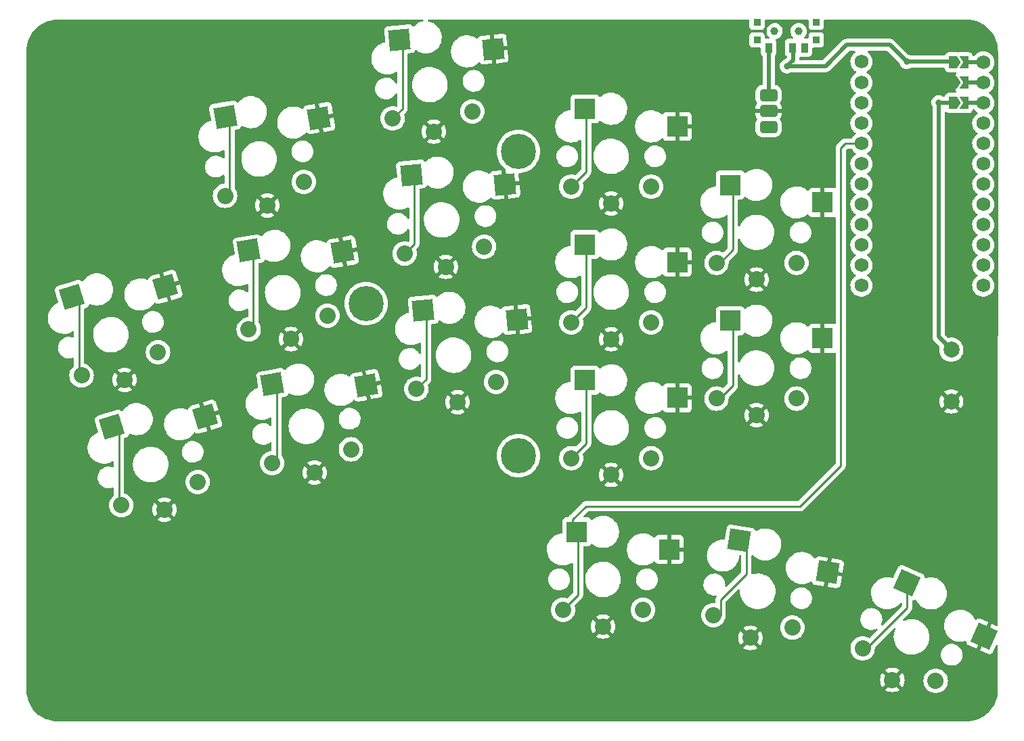
<source format=gbl>
%TF.GenerationSoftware,KiCad,Pcbnew,(6.0.4-0)*%
%TF.CreationDate,2022-07-25T11:59:58+02:00*%
%TF.ProjectId,battoota,62617474-6f6f-4746-912e-6b696361645f,v1.0.0*%
%TF.SameCoordinates,Original*%
%TF.FileFunction,Copper,L2,Bot*%
%TF.FilePolarity,Positive*%
%FSLAX46Y46*%
G04 Gerber Fmt 4.6, Leading zero omitted, Abs format (unit mm)*
G04 Created by KiCad (PCBNEW (6.0.4-0)) date 2022-07-25 11:59:58*
%MOMM*%
%LPD*%
G01*
G04 APERTURE LIST*
G04 Aperture macros list*
%AMRoundRect*
0 Rectangle with rounded corners*
0 $1 Rounding radius*
0 $2 $3 $4 $5 $6 $7 $8 $9 X,Y pos of 4 corners*
0 Add a 4 corners polygon primitive as box body*
4,1,4,$2,$3,$4,$5,$6,$7,$8,$9,$2,$3,0*
0 Add four circle primitives for the rounded corners*
1,1,$1+$1,$2,$3*
1,1,$1+$1,$4,$5*
1,1,$1+$1,$6,$7*
1,1,$1+$1,$8,$9*
0 Add four rect primitives between the rounded corners*
20,1,$1+$1,$2,$3,$4,$5,0*
20,1,$1+$1,$4,$5,$6,$7,0*
20,1,$1+$1,$6,$7,$8,$9,0*
20,1,$1+$1,$8,$9,$2,$3,0*%
%AMRotRect*
0 Rectangle, with rotation*
0 The origin of the aperture is its center*
0 $1 length*
0 $2 width*
0 $3 Rotation angle, in degrees counterclockwise*
0 Add horizontal line*
21,1,$1,$2,0,0,$3*%
%AMFreePoly0*
4,1,6,0.150000,0.000000,0.650000,-0.750000,-0.500000,-0.750000,-0.500000,0.750000,0.650000,0.750000,0.150000,0.000000,0.150000,0.000000,$1*%
%AMFreePoly1*
4,1,6,0.500000,-0.750000,-0.500000,-0.750000,-1.000000,0.000000,-0.500000,0.750000,0.500000,0.750000,0.500000,-0.750000,0.500000,-0.750000,$1*%
G04 Aperture macros list end*
%TA.AperFunction,ComponentPad*%
%ADD10C,2.000000*%
%TD*%
%TA.AperFunction,SMDPad,CuDef*%
%ADD11RotRect,2.600000X2.600000X10.000000*%
%TD*%
%TA.AperFunction,ComponentPad*%
%ADD12C,2.032000*%
%TD*%
%TA.AperFunction,SMDPad,CuDef*%
%ADD13RotRect,2.600000X2.600000X5.000000*%
%TD*%
%TA.AperFunction,SMDPad,CuDef*%
%ADD14R,2.600000X2.600000*%
%TD*%
%TA.AperFunction,SMDPad,CuDef*%
%ADD15R,0.900000X0.900000*%
%TD*%
%TA.AperFunction,WasherPad*%
%ADD16C,1.000000*%
%TD*%
%TA.AperFunction,SMDPad,CuDef*%
%ADD17R,0.900000X1.250000*%
%TD*%
%TA.AperFunction,SMDPad,CuDef*%
%ADD18RotRect,2.600000X2.600000X336.000000*%
%TD*%
%TA.AperFunction,ComponentPad*%
%ADD19RoundRect,0.375000X-0.750000X0.375000X-0.750000X-0.375000X0.750000X-0.375000X0.750000X0.375000X0*%
%TD*%
%TA.AperFunction,SMDPad,CuDef*%
%ADD20RotRect,2.600000X2.600000X17.000000*%
%TD*%
%TA.AperFunction,SMDPad,CuDef*%
%ADD21RotRect,2.600000X2.600000X351.000000*%
%TD*%
%TA.AperFunction,ComponentPad*%
%ADD22C,1.752600*%
%TD*%
%TA.AperFunction,SMDPad,CuDef*%
%ADD23FreePoly0,180.000000*%
%TD*%
%TA.AperFunction,SMDPad,CuDef*%
%ADD24R,1.524000X0.500000*%
%TD*%
%TA.AperFunction,SMDPad,CuDef*%
%ADD25FreePoly1,180.000000*%
%TD*%
%TA.AperFunction,ComponentPad*%
%ADD26C,4.400000*%
%TD*%
%TA.AperFunction,ViaPad*%
%ADD27C,0.800000*%
%TD*%
%TA.AperFunction,Conductor*%
%ADD28C,0.250000*%
%TD*%
%TA.AperFunction,Conductor*%
%ADD29C,0.500000*%
%TD*%
G04 APERTURE END LIST*
D10*
%TO.P,B1,1*%
%TO.N,RST*%
X157969791Y80873254D03*
%TO.P,B1,2*%
%TO.N,GND*%
X157969791Y74373254D03*
%TD*%
D11*
%TO.P,S11,1*%
%TO.N,P3*%
X67128657Y110035975D03*
D12*
X67122934Y100134557D03*
X76971012Y101871038D03*
D11*
%TO.P,S11,2*%
%TO.N,GND*%
X78885214Y109875034D03*
D12*
X72411634Y98934701D03*
%TD*%
%TO.P,S15,1*%
%TO.N,P18*%
X89571861Y92892848D03*
D13*
X90440528Y102756090D03*
D12*
X99533808Y93764406D03*
D13*
%TO.P,S15,2*%
%TO.N,GND*%
X102138320Y101571110D03*
D12*
X94735862Y91236618D03*
%TD*%
D14*
%TO.P,S21,1*%
%TO.N,P16*%
X112149790Y94027254D03*
D12*
X120424791Y84277254D03*
X110424791Y84277254D03*
%TO.P,S21,2*%
%TO.N,GND*%
X115424791Y82177254D03*
D14*
X123699791Y91827253D03*
%TD*%
D12*
%TO.P,S31,1*%
%TO.N,P21*%
X119400791Y48296254D03*
X109400791Y48296254D03*
D14*
X111125790Y58046254D03*
%TO.P,S31,2*%
%TO.N,GND*%
X122675791Y55846253D03*
D12*
X114400791Y46196254D03*
%TD*%
D15*
%TO.P,T2,*%
%TO.N,*%
X141068406Y121851838D03*
X133668406Y121851838D03*
X141068406Y119651838D03*
X133668406Y119651838D03*
D16*
X135868406Y120751838D03*
X138868406Y120751838D03*
D17*
%TO.P,T2,1*%
%TO.N,Braw*%
X135118406Y118676838D03*
%TO.P,T2,2*%
%TO.N,RAW*%
X138118406Y118676838D03*
%TO.P,T2,3*%
%TO.N,N/C*%
X139618406Y118676838D03*
%TD*%
D12*
%TO.P,S29,1*%
%TO.N,P20*%
X128599495Y91744491D03*
X138599495Y91744491D03*
D14*
X130324494Y101494491D03*
D12*
%TO.P,S29,2*%
%TO.N,GND*%
X133599495Y89644491D03*
D14*
X141874495Y99294490D03*
%TD*%
D18*
%TO.P,S33,1*%
%TO.N,P9*%
X152425280Y51665702D03*
D12*
X156019187Y39392888D03*
X146883732Y43460254D03*
%TO.P,S33,2*%
%TO.N,GND*%
X150597313Y39508126D03*
D18*
X162081910Y44958093D03*
%TD*%
D12*
%TO.P,S7,1*%
%TO.N,P5*%
X82875050Y68387574D03*
D11*
X73032695Y76552511D03*
D12*
X73026972Y66651093D03*
D11*
%TO.P,S7,2*%
%TO.N,GND*%
X84789252Y76391570D03*
D12*
X78315672Y65451237D03*
%TD*%
D19*
%TO.P,PAD1,1*%
%TO.N,Braw*%
X135109791Y108738254D03*
%TO.P,PAD1,2*%
%TO.N,GND*%
X135109791Y110738254D03*
%TO.P,PAD1,3*%
%TO.N,Braw*%
X135109791Y112738254D03*
%TD*%
D12*
%TO.P,S5,1*%
%TO.N,P6*%
X58734795Y80557863D03*
D20*
X47970748Y87462459D03*
D12*
X49171748Y77634146D03*
D20*
%TO.P,S5,2*%
%TO.N,GND*%
X59659287Y88735481D03*
D12*
X54567252Y77087765D03*
%TD*%
%TO.P,S27,1*%
%TO.N,P19*%
X138599495Y74744491D03*
D14*
X130324494Y84494491D03*
D12*
X128599495Y74744491D03*
%TO.P,S27,2*%
%TO.N,GND*%
X133599495Y72644491D03*
D14*
X141874495Y82294490D03*
%TD*%
D12*
%TO.P,S9,1*%
%TO.N,P4*%
X79923031Y85129306D03*
X70074953Y83392825D03*
D11*
X70080676Y93294243D03*
%TO.P,S9,2*%
%TO.N,GND*%
X81837233Y93133302D03*
D12*
X75363653Y82192969D03*
%TD*%
%TO.P,S13,1*%
%TO.N,P2*%
X91053509Y75957538D03*
D13*
X91922176Y85820780D03*
D12*
X101015456Y76829096D03*
%TO.P,S13,2*%
%TO.N,GND*%
X96217510Y74301308D03*
D13*
X103619968Y84635800D03*
%TD*%
%TO.P,S17,1*%
%TO.N,P15*%
X88958881Y119691400D03*
D12*
X98052161Y110699716D03*
X88090214Y109828158D03*
%TO.P,S17,2*%
%TO.N,GND*%
X93254215Y108171928D03*
D13*
X100656673Y118506420D03*
%TD*%
D12*
%TO.P,S31,1*%
%TO.N,P8*%
X138102377Y46061411D03*
X128225493Y47625756D03*
D21*
X131454491Y56985868D03*
%TO.P,S31,2*%
%TO.N,GND*%
X142518136Y53006134D03*
D12*
X132835423Y44769438D03*
%TD*%
D22*
%TO.P,MCU1,*%
%TO.N,*%
X161977213Y114302348D03*
D23*
X159643690Y114302348D03*
D22*
X161977213Y111762348D03*
D24*
X160593690Y116842348D03*
D22*
X146737213Y111762348D03*
D24*
X160593690Y114302348D03*
X160593690Y111762348D03*
D23*
X159643690Y111762348D03*
X159643690Y116842348D03*
D22*
X146737213Y116926094D03*
X161977213Y116842348D03*
X146737213Y114302348D03*
D25*
%TO.P,MCU1,1*%
%TO.N,RAW*%
X158193690Y116842348D03*
%TO.P,MCU1,2*%
%TO.N,GND*%
X158193690Y114302348D03*
%TO.P,MCU1,3*%
%TO.N,RST*%
X158193690Y111762348D03*
D22*
%TO.P,MCU1,4*%
%TO.N,N/C*%
X146737213Y109222348D03*
%TO.P,MCU1,5*%
%TO.N,P21*%
X146737213Y106682348D03*
%TO.P,MCU1,6*%
%TO.N,P20*%
X146737213Y104142348D03*
%TO.P,MCU1,7*%
%TO.N,P19*%
X146737213Y101602348D03*
%TO.P,MCU1,8*%
%TO.N,P18*%
X146737213Y99062348D03*
%TO.P,MCU1,9*%
%TO.N,P15*%
X146737213Y96522348D03*
%TO.P,MCU1,10*%
%TO.N,P14*%
X146737213Y93982348D03*
%TO.P,MCU1,11*%
%TO.N,P16*%
X146737213Y91442348D03*
%TO.P,MCU1,12*%
%TO.N,P10*%
X146737213Y88902348D03*
%TO.P,MCU1,16*%
%TO.N,N/C*%
X161977213Y109222348D03*
%TO.P,MCU1,17*%
%TO.N,P2*%
X161977213Y106682348D03*
%TO.P,MCU1,18*%
%TO.N,P3*%
X161977213Y104142348D03*
%TO.P,MCU1,19*%
%TO.N,P4*%
X161977213Y101602348D03*
%TO.P,MCU1,20*%
%TO.N,P5*%
X161977213Y99062348D03*
%TO.P,MCU1,21*%
%TO.N,P6*%
X161977213Y96522348D03*
%TO.P,MCU1,22*%
%TO.N,P7*%
X161977213Y93982348D03*
%TO.P,MCU1,23*%
%TO.N,P8*%
X161977213Y91442348D03*
%TO.P,MCU1,24*%
%TO.N,P9*%
X161977213Y88902348D03*
%TD*%
D12*
%TO.P,S3,1*%
%TO.N,P7*%
X54142067Y61376965D03*
D20*
X52941067Y71205278D03*
D12*
X63705114Y64300682D03*
%TO.P,S3,2*%
%TO.N,GND*%
X59537571Y60830584D03*
D20*
X64629606Y72478300D03*
%TD*%
D26*
%TO.P,REF\u002A\u002A,1*%
%TO.N,N/C*%
X84760924Y86640254D03*
X103810924Y67590254D03*
X103810924Y105690254D03*
%TD*%
D14*
%TO.P,S23,1*%
%TO.N,P10*%
X112149790Y111027254D03*
D12*
X120424791Y101277254D03*
X110424791Y101277254D03*
%TO.P,S23,2*%
%TO.N,GND*%
X115424791Y99177254D03*
D14*
X123699791Y108827253D03*
%TD*%
%TO.P,S19,1*%
%TO.N,P14*%
X112149790Y77027254D03*
D12*
X110424791Y67277254D03*
X120424791Y67277254D03*
D14*
%TO.P,S19,2*%
%TO.N,GND*%
X123699791Y74827253D03*
D12*
X115424791Y65177254D03*
%TD*%
D27*
%TO.N,GND*%
X154304587Y114350232D03*
%TO.N,RAW*%
X152400000Y116912949D03*
X137420433Y116364539D03*
%TO.N,RST*%
X156389782Y111806152D03*
%TD*%
D28*
%TO.N,P8*%
X131454491Y56985868D02*
X132343492Y56096867D01*
X132343492Y52766955D02*
X129114494Y49537957D01*
X132343492Y56096867D02*
X132343492Y52766955D01*
X129114494Y49537957D02*
X129114494Y47625755D01*
%TO.N,P6*%
X47655954Y88184596D02*
X48856953Y86983597D01*
X48856953Y86983597D02*
X48856953Y78356283D01*
D29*
%TO.N,GND*%
X154329345Y114325474D02*
X154352471Y114302348D01*
X154352471Y114302348D02*
X158193690Y114302348D01*
D28*
%TO.N,P5*%
X73590450Y67214571D02*
X73026972Y66651093D01*
X73032696Y76552511D02*
X73590450Y75994757D01*
X73590450Y75994757D02*
X73590450Y67214571D01*
%TO.N,P4*%
X70638431Y83956303D02*
X70074953Y83392825D01*
X70638431Y92736489D02*
X70638431Y83956303D01*
X70080677Y93294243D02*
X70638431Y92736489D01*
%TO.N,P3*%
X67686412Y100698035D02*
X67122934Y100134557D01*
X67128658Y110035975D02*
X67686412Y109478221D01*
X67686412Y109478221D02*
X67686412Y100698035D01*
%TO.N,P2*%
X92270004Y77174033D02*
X91053509Y75957538D01*
X91922177Y85820780D02*
X92270004Y85472953D01*
X92270004Y85472953D02*
X92270004Y77174033D01*
%TO.N,P18*%
X90788356Y94109343D02*
X89571861Y92892848D01*
X90440529Y102756090D02*
X90788356Y102408263D01*
X90788356Y102408263D02*
X90788356Y94109343D01*
%TO.N,P15*%
X89306709Y111044653D02*
X88090214Y109828158D01*
X89306709Y119343573D02*
X89306709Y111044653D01*
X88958882Y119691400D02*
X89306709Y119343573D01*
%TO.N,P14*%
X112299312Y77420712D02*
X112299312Y69151775D01*
X112299312Y69151775D02*
X110424791Y67277254D01*
%TO.N,P16*%
X112299312Y94420712D02*
X112299312Y86151775D01*
X112299312Y86151775D02*
X110424791Y84277254D01*
%TO.N,P10*%
X112299312Y103151775D02*
X110424791Y101277254D01*
X112299312Y111420712D02*
X112299312Y103151775D01*
%TO.N,P19*%
X130654161Y76367747D02*
X128459920Y74173506D01*
X130654161Y83454265D02*
X130654161Y76367747D01*
X130184920Y83923506D02*
X130654161Y83454265D01*
%TO.N,P20*%
X130654161Y100454265D02*
X130654161Y93367747D01*
X129030905Y91744491D02*
X128599495Y91744491D01*
X130654161Y93367747D02*
X129030905Y91744491D01*
X130184920Y100923506D02*
X130654161Y100454265D01*
%TO.N,P21*%
X111125790Y58046254D02*
X111275312Y57896732D01*
X111275312Y50170775D02*
X109400791Y48296254D01*
X110625790Y59616253D02*
X110625790Y58046254D01*
X112249791Y61240254D02*
X110625790Y59616253D01*
X144737885Y106682348D02*
X144126791Y106071254D01*
X144126791Y106071254D02*
X144126791Y66345654D01*
X144126791Y66345654D02*
X139021391Y61240254D01*
X146737213Y106682348D02*
X144737885Y106682348D01*
X111275312Y57896732D02*
X111275312Y50170775D01*
X139021391Y61240254D02*
X112249791Y61240254D01*
%TO.N,P7*%
X52626273Y71927415D02*
X53827272Y70726416D01*
X53827272Y70726416D02*
X53827272Y62099102D01*
%TO.N,P9*%
X152425280Y48517265D02*
X147772733Y43864718D01*
X147772733Y43864718D02*
X147772733Y43460254D01*
X152425280Y51665702D02*
X152425280Y48517265D01*
D29*
%TO.N,RAW*%
X158193690Y116842348D02*
X158123089Y116912949D01*
X142228076Y116364539D02*
X144888791Y119025254D01*
X158123089Y116912949D02*
X152400000Y116912949D01*
X138169791Y117113928D02*
X137471818Y116415955D01*
X138169791Y118728254D02*
X138169791Y117113928D01*
X144888791Y119025254D02*
X150287695Y119025254D01*
X137420433Y116364539D02*
X142228076Y116364539D01*
X150287695Y119025254D02*
X152400000Y116912949D01*
%TO.N,RST*%
X156389782Y82453263D02*
X157969791Y80873254D01*
X156389782Y111806152D02*
X156389782Y82453263D01*
X156433586Y111762348D02*
X158193690Y111762348D01*
X156389782Y111806152D02*
X156433586Y111762348D01*
%TO.N,Braw*%
X135118406Y112746869D02*
X135109791Y112738254D01*
X135118406Y118676838D02*
X135118406Y112746869D01*
%TD*%
%TA.AperFunction,Conductor*%
%TO.N,GND*%
G36*
X69948197Y122202020D02*
G01*
X91828332Y122201468D01*
X91896452Y122181464D01*
X91942944Y122127807D01*
X91953046Y122057533D01*
X91923551Y121992953D01*
X91863824Y121954571D01*
X91854533Y121952223D01*
X91666449Y121912244D01*
X91662320Y121910741D01*
X91662316Y121910740D01*
X91406638Y121817681D01*
X91406634Y121817679D01*
X91402493Y121816172D01*
X91154477Y121684299D01*
X91150918Y121681713D01*
X91150916Y121681712D01*
X90997375Y121570158D01*
X90927227Y121519193D01*
X90924063Y121516137D01*
X90924060Y121516135D01*
X90877473Y121471146D01*
X90762341Y121359964D01*
X90761885Y121359524D01*
X90698988Y121326592D01*
X90628272Y121332892D01*
X90570624Y121379370D01*
X90568030Y121384795D01*
X90531879Y121425157D01*
X90476840Y121486608D01*
X90476837Y121486610D01*
X90470850Y121493295D01*
X90347124Y121570158D01*
X90206798Y121609206D01*
X90198897Y121609372D01*
X90198894Y121609372D01*
X90147676Y121610445D01*
X90147667Y121610445D01*
X90144264Y121610516D01*
X87458256Y121375520D01*
X87396899Y121363372D01*
X87389771Y121359964D01*
X87389770Y121359964D01*
X87300756Y121317410D01*
X87265486Y121300549D01*
X87258802Y121294562D01*
X87258800Y121294561D01*
X87163673Y121209359D01*
X87163671Y121209356D01*
X87156986Y121203369D01*
X87080123Y121079643D01*
X87041075Y120939317D01*
X87040909Y120931416D01*
X87040909Y120931413D01*
X87040112Y120893338D01*
X87039765Y120876783D01*
X87158389Y119520909D01*
X87163817Y119458872D01*
X87149828Y119389267D01*
X87100428Y119338274D01*
X87064493Y119324643D01*
X86929380Y119295923D01*
X86877219Y119284836D01*
X86873090Y119283333D01*
X86873086Y119283332D01*
X86617408Y119190273D01*
X86617404Y119190271D01*
X86613263Y119188764D01*
X86365247Y119056891D01*
X86361688Y119054305D01*
X86361686Y119054304D01*
X86215298Y118947947D01*
X86137997Y118891785D01*
X86134833Y118888729D01*
X86134830Y118888727D01*
X86087645Y118843161D01*
X85935937Y118696658D01*
X85763001Y118475309D01*
X85760805Y118471505D01*
X85760800Y118471498D01*
X85688127Y118345624D01*
X85622553Y118232046D01*
X85517327Y117971603D01*
X85516262Y117967330D01*
X85516261Y117967328D01*
X85450623Y117704067D01*
X85449372Y117699051D01*
X85448913Y117694683D01*
X85448912Y117694678D01*
X85420895Y117428109D01*
X85420011Y117419694D01*
X85420164Y117415306D01*
X85420164Y117415300D01*
X85429367Y117151776D01*
X85429814Y117138969D01*
X85430576Y117134646D01*
X85430577Y117134639D01*
X85441215Y117074308D01*
X85478591Y116862340D01*
X85565392Y116595192D01*
X85567320Y116591239D01*
X85567322Y116591234D01*
X85609005Y116505772D01*
X85688529Y116342725D01*
X85690984Y116339086D01*
X85690987Y116339080D01*
X85739112Y116267732D01*
X85845604Y116109851D01*
X86033560Y115901105D01*
X86036922Y115898284D01*
X86036923Y115898283D01*
X86080442Y115861766D01*
X86248739Y115720548D01*
X86252471Y115718216D01*
X86389888Y115632349D01*
X86486953Y115571696D01*
X86643041Y115502201D01*
X86738432Y115459730D01*
X86743564Y115457445D01*
X86754839Y115454212D01*
X86999396Y115384087D01*
X87013579Y115380020D01*
X87017929Y115379409D01*
X87017932Y115379408D01*
X87120879Y115364940D01*
X87291741Y115340927D01*
X87502335Y115340927D01*
X87504521Y115341080D01*
X87504525Y115341080D01*
X87708016Y115355309D01*
X87708021Y115355310D01*
X87712401Y115355616D01*
X87987159Y115414018D01*
X87991288Y115415521D01*
X87991292Y115415522D01*
X88246970Y115508581D01*
X88246974Y115508583D01*
X88251115Y115510090D01*
X88488056Y115636074D01*
X88557593Y115650394D01*
X88623833Y115624847D01*
X88665746Y115567542D01*
X88673209Y115524823D01*
X88673209Y114313740D01*
X88653207Y114245619D01*
X88599551Y114199126D01*
X88529277Y114189022D01*
X88464697Y114218516D01*
X88439490Y114248375D01*
X88408781Y114298983D01*
X88386137Y114336298D01*
X88366047Y114369406D01*
X88366046Y114369407D01*
X88363278Y114373969D01*
X88276353Y114474142D01*
X88215578Y114544179D01*
X88215576Y114544181D01*
X88212078Y114548212D01*
X88150885Y114598387D01*
X88037810Y114691104D01*
X88037804Y114691108D01*
X88033682Y114694488D01*
X87833190Y114808614D01*
X87828174Y114810435D01*
X87828169Y114810437D01*
X87621350Y114885509D01*
X87621346Y114885510D01*
X87616335Y114887329D01*
X87611086Y114888278D01*
X87611083Y114888279D01*
X87393402Y114927642D01*
X87393395Y114927643D01*
X87389318Y114928380D01*
X87371581Y114929216D01*
X87366633Y114929450D01*
X87366626Y114929450D01*
X87365145Y114929520D01*
X87203000Y114929520D01*
X87136044Y114923839D01*
X87036363Y114915381D01*
X87036359Y114915380D01*
X87031052Y114914930D01*
X87025897Y114913592D01*
X87025891Y114913591D01*
X86812922Y114858315D01*
X86812918Y114858314D01*
X86807753Y114856973D01*
X86802887Y114854781D01*
X86802884Y114854780D01*
X86641664Y114782156D01*
X86597410Y114762221D01*
X86592990Y114759245D01*
X86592986Y114759243D01*
X86505466Y114700320D01*
X86406040Y114633382D01*
X86239113Y114474142D01*
X86235925Y114469857D01*
X86104826Y114293653D01*
X86101404Y114289054D01*
X86098989Y114284304D01*
X86044302Y114176742D01*
X85996848Y114083408D01*
X85975776Y114015546D01*
X85930020Y113868190D01*
X85930019Y113868184D01*
X85928436Y113863087D01*
X85914643Y113759019D01*
X85907965Y113708628D01*
X85898125Y113634388D01*
X85906779Y113403852D01*
X85954153Y113178070D01*
X85956111Y113173111D01*
X85956112Y113173109D01*
X85988667Y113090676D01*
X86038892Y112963498D01*
X86108511Y112848769D01*
X86149622Y112781021D01*
X86158572Y112766271D01*
X86162069Y112762241D01*
X86304170Y112598484D01*
X86309772Y112592028D01*
X86323045Y112581145D01*
X86484040Y112449136D01*
X86484046Y112449132D01*
X86488168Y112445752D01*
X86688660Y112331626D01*
X86693676Y112329805D01*
X86693681Y112329803D01*
X86900500Y112254731D01*
X86900504Y112254730D01*
X86905515Y112252911D01*
X86910764Y112251962D01*
X86910767Y112251961D01*
X87128448Y112212598D01*
X87128455Y112212597D01*
X87132532Y112211860D01*
X87150269Y112211024D01*
X87155217Y112210790D01*
X87155224Y112210790D01*
X87156705Y112210720D01*
X87318850Y112210720D01*
X87385806Y112216401D01*
X87485487Y112224859D01*
X87485491Y112224860D01*
X87490798Y112225310D01*
X87495953Y112226648D01*
X87495959Y112226649D01*
X87708928Y112281925D01*
X87708932Y112281926D01*
X87714097Y112283267D01*
X87718963Y112285459D01*
X87718966Y112285460D01*
X87919574Y112375827D01*
X87924440Y112378019D01*
X87928860Y112380995D01*
X87928864Y112380997D01*
X88064500Y112472314D01*
X88115810Y112506858D01*
X88282737Y112666098D01*
X88360663Y112770834D01*
X88417262Y112846906D01*
X88417264Y112846909D01*
X88420446Y112851186D01*
X88434892Y112879599D01*
X88483596Y112931257D01*
X88552496Y112948383D01*
X88619717Y112925540D01*
X88663918Y112869981D01*
X88673209Y112822494D01*
X88673209Y111415843D01*
X88653207Y111347722D01*
X88599551Y111301229D01*
X88529277Y111291125D01*
X88517795Y111293324D01*
X88334249Y111337390D01*
X88334243Y111337391D01*
X88329436Y111338545D01*
X88090214Y111357372D01*
X87850992Y111338545D01*
X87846185Y111337391D01*
X87846179Y111337390D01*
X87719835Y111307057D01*
X87617661Y111282527D01*
X87613090Y111280634D01*
X87613088Y111280633D01*
X87400537Y111192592D01*
X87400535Y111192591D01*
X87395965Y111190698D01*
X87191365Y111065318D01*
X87187598Y111062101D01*
X87187597Y111062100D01*
X87107774Y110993925D01*
X87008896Y110909476D01*
X87005683Y110905714D01*
X86914488Y110798937D01*
X86853054Y110727007D01*
X86727674Y110522407D01*
X86725781Y110517837D01*
X86725780Y110517835D01*
X86648743Y110331850D01*
X86635845Y110300711D01*
X86623858Y110250780D01*
X86580982Y110072193D01*
X86580981Y110072187D01*
X86579827Y110067380D01*
X86561000Y109828158D01*
X86579827Y109588936D01*
X86580981Y109584129D01*
X86580982Y109584123D01*
X86613320Y109449429D01*
X86635845Y109355605D01*
X86637738Y109351034D01*
X86637739Y109351032D01*
X86711688Y109172504D01*
X86727674Y109133909D01*
X86853054Y108929309D01*
X86856271Y108925542D01*
X86856272Y108925541D01*
X86913978Y108857976D01*
X87008896Y108746840D01*
X87012658Y108743627D01*
X87185127Y108596326D01*
X87191365Y108590998D01*
X87395965Y108465618D01*
X87400535Y108463725D01*
X87400537Y108463724D01*
X87613088Y108375683D01*
X87617661Y108373789D01*
X87699251Y108354201D01*
X87846179Y108318926D01*
X87846185Y108318925D01*
X87850992Y108317771D01*
X88090214Y108298944D01*
X88329436Y108317771D01*
X88334243Y108318925D01*
X88334249Y108318926D01*
X88481177Y108354201D01*
X88562767Y108373789D01*
X88567340Y108375683D01*
X88779891Y108463724D01*
X88779893Y108463725D01*
X88784463Y108465618D01*
X88989063Y108590998D01*
X88995302Y108596326D01*
X89167770Y108743627D01*
X89171532Y108746840D01*
X89266450Y108857976D01*
X89324156Y108925541D01*
X89324157Y108925542D01*
X89327374Y108929309D01*
X89452754Y109133909D01*
X89468741Y109172504D01*
X89542689Y109351032D01*
X89542690Y109351034D01*
X89544583Y109355605D01*
X89559004Y109415675D01*
X92374672Y109415675D01*
X92378456Y109406897D01*
X93241403Y108543950D01*
X93255347Y108536336D01*
X93257180Y108536467D01*
X93263795Y108540718D01*
X94126931Y109403854D01*
X94133691Y109416234D01*
X94127964Y109423884D01*
X93952456Y109531435D01*
X93943662Y109535916D01*
X93731186Y109623926D01*
X93721801Y109626975D01*
X93498171Y109680665D01*
X93488424Y109682208D01*
X93259145Y109700253D01*
X93249285Y109700253D01*
X93020006Y109682208D01*
X93010259Y109680665D01*
X92786629Y109626975D01*
X92777244Y109623926D01*
X92564768Y109535916D01*
X92555974Y109531435D01*
X92384132Y109426131D01*
X92374672Y109415675D01*
X89559004Y109415675D01*
X89567108Y109449429D01*
X89599446Y109584123D01*
X89599447Y109584129D01*
X89600601Y109588936D01*
X89619428Y109828158D01*
X89600601Y110067380D01*
X89599447Y110072187D01*
X89599446Y110072193D01*
X89544583Y110300711D01*
X89546818Y110301248D01*
X89545012Y110362678D01*
X89577804Y110419843D01*
X89698962Y110541001D01*
X89707248Y110548541D01*
X89713727Y110552653D01*
X89760353Y110602305D01*
X89763107Y110605146D01*
X89782844Y110624883D01*
X89785324Y110628080D01*
X89793029Y110637102D01*
X89808491Y110653567D01*
X89823295Y110669332D01*
X89827114Y110676278D01*
X89827116Y110676281D01*
X89833057Y110687087D01*
X89841353Y110699716D01*
X96522947Y110699716D01*
X96541774Y110460494D01*
X96542928Y110455687D01*
X96542929Y110455681D01*
X96565550Y110361459D01*
X96597792Y110227163D01*
X96599685Y110222592D01*
X96599686Y110222590D01*
X96666020Y110062446D01*
X96689621Y110005467D01*
X96815001Y109800867D01*
X96818218Y109797100D01*
X96818219Y109797099D01*
X96942497Y109651587D01*
X96970843Y109618398D01*
X96974605Y109615185D01*
X97123575Y109487954D01*
X97153312Y109462556D01*
X97357912Y109337176D01*
X97362482Y109335283D01*
X97362484Y109335282D01*
X97575035Y109247241D01*
X97579608Y109245347D01*
X97661198Y109225759D01*
X97808126Y109190484D01*
X97808132Y109190483D01*
X97812939Y109189329D01*
X98052161Y109170502D01*
X98291383Y109189329D01*
X98296190Y109190483D01*
X98296196Y109190484D01*
X98443124Y109225759D01*
X98524714Y109245347D01*
X98529287Y109247241D01*
X98741838Y109335282D01*
X98741840Y109335283D01*
X98746410Y109337176D01*
X98951010Y109462556D01*
X98980748Y109487954D01*
X99129717Y109615185D01*
X99133479Y109618398D01*
X99161825Y109651587D01*
X99286103Y109797099D01*
X99286104Y109797100D01*
X99289321Y109800867D01*
X99414701Y110005467D01*
X99438303Y110062446D01*
X99504636Y110222590D01*
X99504637Y110222592D01*
X99506530Y110227163D01*
X99538772Y110361459D01*
X99561393Y110455681D01*
X99561394Y110455687D01*
X99562548Y110460494D01*
X99581375Y110699716D01*
X99562548Y110938938D01*
X99561394Y110943745D01*
X99561393Y110943751D01*
X99525859Y111091760D01*
X99506530Y111172269D01*
X99504357Y111177515D01*
X99416595Y111389393D01*
X99416594Y111389395D01*
X99414701Y111393965D01*
X99289321Y111598565D01*
X99238078Y111658564D01*
X99136692Y111777272D01*
X99133479Y111781034D01*
X99054003Y111848912D01*
X98954778Y111933658D01*
X98954777Y111933659D01*
X98951010Y111936876D01*
X98746410Y112062256D01*
X98741840Y112064149D01*
X98741838Y112064150D01*
X98529287Y112152191D01*
X98529285Y112152192D01*
X98524714Y112154085D01*
X98443124Y112173673D01*
X98296196Y112208948D01*
X98296190Y112208949D01*
X98291383Y112210103D01*
X98052161Y112228930D01*
X97812939Y112210103D01*
X97808132Y112208949D01*
X97808126Y112208948D01*
X97661198Y112173673D01*
X97579608Y112154085D01*
X97575037Y112152192D01*
X97575035Y112152191D01*
X97362484Y112064150D01*
X97362482Y112064149D01*
X97357912Y112062256D01*
X97153312Y111936876D01*
X97149545Y111933659D01*
X97149544Y111933658D01*
X97050319Y111848912D01*
X96970843Y111781034D01*
X96967630Y111777272D01*
X96866245Y111658564D01*
X96815001Y111598565D01*
X96689621Y111393965D01*
X96687728Y111389395D01*
X96687727Y111389393D01*
X96599965Y111177515D01*
X96597792Y111172269D01*
X96578463Y111091760D01*
X96542929Y110943751D01*
X96542928Y110943745D01*
X96541774Y110938938D01*
X96522947Y110699716D01*
X89841353Y110699716D01*
X89843908Y110703606D01*
X89851467Y110713352D01*
X89856323Y110719612D01*
X89859468Y110726881D01*
X89859471Y110726885D01*
X89873883Y110760190D01*
X89879100Y110770840D01*
X89900404Y110809593D01*
X89905442Y110829216D01*
X89911846Y110847919D01*
X89916742Y110859233D01*
X89916742Y110859234D01*
X89919890Y110866508D01*
X89921129Y110874331D01*
X89921132Y110874341D01*
X89926808Y110910177D01*
X89929214Y110921797D01*
X89938237Y110956942D01*
X89938237Y110956943D01*
X89940209Y110964623D01*
X89940209Y110984877D01*
X89941760Y111004588D01*
X89943689Y111016767D01*
X89944929Y111024596D01*
X89940768Y111068615D01*
X89940209Y111080472D01*
X89940209Y114002818D01*
X90512510Y114002818D01*
X90512873Y113998670D01*
X90512873Y113998666D01*
X90527182Y113835113D01*
X90538248Y113708628D01*
X90539158Y113704556D01*
X90539159Y113704551D01*
X90601714Y113424697D01*
X90602668Y113420427D01*
X90604111Y113416504D01*
X90604112Y113416502D01*
X90608766Y113403852D01*
X90704640Y113143278D01*
X90706587Y113139585D01*
X90706588Y113139583D01*
X90757375Y113043257D01*
X90842370Y112882050D01*
X90871408Y112841189D01*
X91011015Y112644742D01*
X91011020Y112644736D01*
X91013439Y112641332D01*
X91016283Y112638282D01*
X91016288Y112638276D01*
X91205374Y112435506D01*
X91214842Y112425353D01*
X91443041Y112237909D01*
X91694025Y112082292D01*
X91697842Y112080576D01*
X91697845Y112080575D01*
X91752934Y112055817D01*
X91963386Y111961236D01*
X92055895Y111933658D01*
X92237851Y111879415D01*
X92246391Y111876869D01*
X92250511Y111876216D01*
X92250513Y111876216D01*
X92534588Y111831222D01*
X92534594Y111831221D01*
X92538069Y111830671D01*
X92562628Y111829556D01*
X92629013Y111826541D01*
X92629034Y111826541D01*
X92630433Y111826477D01*
X92814897Y111826477D01*
X93034660Y111841074D01*
X93038759Y111841900D01*
X93038763Y111841901D01*
X93181357Y111870653D01*
X93324147Y111899444D01*
X93603371Y111995589D01*
X93773085Y112080575D01*
X93863691Y112125947D01*
X93863693Y112125948D01*
X93867427Y112127818D01*
X94111674Y112293809D01*
X94117429Y112298954D01*
X94320037Y112480107D01*
X94331823Y112490645D01*
X94348870Y112510534D01*
X94521285Y112711693D01*
X94521288Y112711697D01*
X94524005Y112714867D01*
X94526279Y112718369D01*
X94526283Y112718374D01*
X94682566Y112959028D01*
X94682569Y112959033D01*
X94684845Y112962538D01*
X94687657Y112968459D01*
X94759695Y113120172D01*
X94811515Y113229305D01*
X94817027Y113246471D01*
X94900511Y113506494D01*
X94900511Y113506495D01*
X94901791Y113510481D01*
X94932404Y113680620D01*
X94953347Y113797018D01*
X94953348Y113797023D01*
X94954086Y113801127D01*
X94954485Y113809900D01*
X94967293Y114091966D01*
X94967293Y114091971D01*
X94967482Y114096136D01*
X94941744Y114390326D01*
X94910681Y114529297D01*
X94896419Y114593102D01*
X96856267Y114593102D01*
X96856467Y114587772D01*
X96856467Y114587771D01*
X96860594Y114477834D01*
X96864921Y114362566D01*
X96912295Y114136784D01*
X96914253Y114131825D01*
X96914254Y114131823D01*
X96937263Y114073561D01*
X96997034Y113922212D01*
X97067784Y113805620D01*
X97109795Y113736388D01*
X97116714Y113724985D01*
X97120211Y113720955D01*
X97236730Y113586679D01*
X97267914Y113550742D01*
X97310049Y113516194D01*
X97442182Y113407850D01*
X97442188Y113407846D01*
X97446310Y113404466D01*
X97646802Y113290340D01*
X97651818Y113288519D01*
X97651823Y113288517D01*
X97858642Y113213445D01*
X97858646Y113213444D01*
X97863657Y113211625D01*
X97868906Y113210676D01*
X97868909Y113210675D01*
X98086590Y113171312D01*
X98086597Y113171311D01*
X98090674Y113170574D01*
X98108411Y113169738D01*
X98113359Y113169504D01*
X98113366Y113169504D01*
X98114847Y113169434D01*
X98276992Y113169434D01*
X98343948Y113175115D01*
X98443629Y113183573D01*
X98443633Y113183574D01*
X98448940Y113184024D01*
X98454095Y113185362D01*
X98454101Y113185363D01*
X98667070Y113240639D01*
X98667074Y113240640D01*
X98672239Y113241981D01*
X98677105Y113244173D01*
X98677108Y113244174D01*
X98877716Y113334541D01*
X98882582Y113336733D01*
X98887002Y113339709D01*
X98887006Y113339711D01*
X99012953Y113424505D01*
X99073952Y113465572D01*
X99240879Y113624812D01*
X99340732Y113759019D01*
X99375404Y113805620D01*
X99375406Y113805623D01*
X99378588Y113809900D01*
X99433372Y113917651D01*
X99480725Y114010788D01*
X99480725Y114010789D01*
X99483144Y114015546D01*
X99540148Y114199126D01*
X99549972Y114230764D01*
X99549973Y114230770D01*
X99551556Y114235867D01*
X99569255Y114369406D01*
X99581167Y114459281D01*
X99581167Y114459286D01*
X99581867Y114464566D01*
X99579631Y114524146D01*
X99573413Y114689771D01*
X99573213Y114695102D01*
X99525839Y114920884D01*
X99522518Y114929295D01*
X99477330Y115043716D01*
X99441100Y115135456D01*
X99321420Y115332683D01*
X99314266Y115340927D01*
X99173720Y115502893D01*
X99173718Y115502895D01*
X99170220Y115506926D01*
X99114475Y115552634D01*
X98995952Y115649818D01*
X98995946Y115649822D01*
X98991824Y115653202D01*
X98791332Y115767328D01*
X98786316Y115769149D01*
X98786311Y115769151D01*
X98579492Y115844223D01*
X98579488Y115844224D01*
X98574477Y115846043D01*
X98569228Y115846992D01*
X98569225Y115846993D01*
X98351544Y115886356D01*
X98351537Y115886357D01*
X98347460Y115887094D01*
X98329723Y115887930D01*
X98324775Y115888164D01*
X98324768Y115888164D01*
X98323287Y115888234D01*
X98161142Y115888234D01*
X98094186Y115882553D01*
X97994505Y115874095D01*
X97994501Y115874094D01*
X97989194Y115873644D01*
X97984039Y115872306D01*
X97984033Y115872305D01*
X97771064Y115817029D01*
X97771060Y115817028D01*
X97765895Y115815687D01*
X97761029Y115813495D01*
X97761026Y115813494D01*
X97652674Y115764685D01*
X97555552Y115720935D01*
X97551132Y115717959D01*
X97551128Y115717957D01*
X97480175Y115670188D01*
X97364182Y115592096D01*
X97197255Y115432856D01*
X97194067Y115428571D01*
X97066500Y115257114D01*
X97059546Y115247768D01*
X97057131Y115243018D01*
X96988536Y115108101D01*
X96954990Y115042122D01*
X96920784Y114931961D01*
X96888162Y114826904D01*
X96888161Y114826898D01*
X96886578Y114821801D01*
X96877082Y114750151D01*
X96861606Y114633382D01*
X96856267Y114593102D01*
X94896419Y114593102D01*
X94878236Y114674449D01*
X94878234Y114674456D01*
X94877324Y114678527D01*
X94871452Y114694488D01*
X94807004Y114869649D01*
X94775352Y114955676D01*
X94771324Y114963317D01*
X94683180Y115130495D01*
X94637622Y115216904D01*
X94565352Y115318598D01*
X94468977Y115454212D01*
X94468972Y115454218D01*
X94466553Y115457622D01*
X94463709Y115460672D01*
X94463704Y115460678D01*
X94267996Y115670549D01*
X94265150Y115673601D01*
X94036951Y115861045D01*
X93785967Y116016662D01*
X93780238Y116019237D01*
X93709288Y116051123D01*
X93516606Y116137718D01*
X93233601Y116222085D01*
X93229481Y116222738D01*
X93229479Y116222738D01*
X92945404Y116267732D01*
X92945398Y116267733D01*
X92941923Y116268283D01*
X92917364Y116269398D01*
X92850979Y116272413D01*
X92850958Y116272413D01*
X92849559Y116272477D01*
X92665095Y116272477D01*
X92445332Y116257880D01*
X92441233Y116257054D01*
X92441229Y116257053D01*
X92298635Y116228301D01*
X92155845Y116199510D01*
X91876621Y116103365D01*
X91831542Y116080791D01*
X91656193Y115992983D01*
X91612565Y115971136D01*
X91368318Y115805145D01*
X91365204Y115802361D01*
X91365203Y115802360D01*
X91323066Y115764685D01*
X91148169Y115608309D01*
X91145452Y115605139D01*
X91145451Y115605138D01*
X90999357Y115434687D01*
X90955987Y115384087D01*
X90953713Y115380585D01*
X90953709Y115380580D01*
X90797426Y115139926D01*
X90795147Y115136416D01*
X90793353Y115132638D01*
X90793352Y115132636D01*
X90792110Y115130020D01*
X90668477Y114869649D01*
X90667198Y114865666D01*
X90667197Y114865663D01*
X90581384Y114598387D01*
X90578201Y114588473D01*
X90573568Y114562723D01*
X90527323Y114305701D01*
X90525906Y114297827D01*
X90525717Y114293660D01*
X90525716Y114293653D01*
X90513088Y114015546D01*
X90512510Y114002818D01*
X89940209Y114002818D01*
X89940209Y117846389D01*
X89960211Y117914510D01*
X90013867Y117961003D01*
X90055226Y117971910D01*
X90459506Y118007280D01*
X90520863Y118019428D01*
X90531523Y118024524D01*
X90644179Y118078380D01*
X90644180Y118078381D01*
X90652276Y118082251D01*
X90658962Y118088239D01*
X90754089Y118173441D01*
X90754091Y118173444D01*
X90760776Y118179431D01*
X90837639Y118303157D01*
X90838823Y118307412D01*
X90883040Y118359989D01*
X90950858Y118380994D01*
X91019267Y118362000D01*
X91033702Y118351536D01*
X91034596Y118350786D01*
X91037969Y118347956D01*
X91276183Y118199104D01*
X91409903Y118139568D01*
X91518943Y118091020D01*
X91532794Y118084853D01*
X91544407Y118081523D01*
X91763771Y118018622D01*
X91802809Y118007428D01*
X91807159Y118006817D01*
X91807162Y118006816D01*
X91880388Y117996525D01*
X92080971Y117968335D01*
X92291565Y117968335D01*
X92293751Y117968488D01*
X92293755Y117968488D01*
X92497246Y117982717D01*
X92497251Y117982718D01*
X92501631Y117983024D01*
X92776389Y118041426D01*
X92780518Y118042929D01*
X92780522Y118042930D01*
X93036200Y118135989D01*
X93036204Y118135991D01*
X93040345Y118137498D01*
X93288361Y118269371D01*
X93291922Y118271958D01*
X93318478Y118291252D01*
X95381958Y118291252D01*
X95382111Y118286864D01*
X95382111Y118286858D01*
X95391504Y118017894D01*
X95391761Y118010527D01*
X95392523Y118006204D01*
X95392524Y118006197D01*
X95417969Y117861893D01*
X95440538Y117733898D01*
X95527339Y117466750D01*
X95529267Y117462797D01*
X95529269Y117462792D01*
X95559447Y117400919D01*
X95650476Y117214283D01*
X95652931Y117210644D01*
X95652934Y117210638D01*
X95691783Y117153043D01*
X95807551Y116981409D01*
X95810496Y116978138D01*
X95810497Y116978137D01*
X95879517Y116901483D01*
X95995507Y116772663D01*
X96210686Y116592106D01*
X96448900Y116443254D01*
X96705511Y116329003D01*
X96975526Y116251578D01*
X96979876Y116250967D01*
X96979879Y116250966D01*
X97065066Y116238994D01*
X97253688Y116212485D01*
X97464282Y116212485D01*
X97466468Y116212638D01*
X97466472Y116212638D01*
X97669963Y116226867D01*
X97669968Y116226868D01*
X97674348Y116227174D01*
X97949106Y116285576D01*
X97953235Y116287079D01*
X97953239Y116287080D01*
X98208917Y116380139D01*
X98208921Y116380141D01*
X98213062Y116381648D01*
X98461078Y116513521D01*
X98502696Y116543758D01*
X98684765Y116676038D01*
X98684768Y116676041D01*
X98688328Y116678627D01*
X98722468Y116711595D01*
X98854039Y116838652D01*
X98916936Y116871584D01*
X98987652Y116865284D01*
X99046393Y116817924D01*
X99053932Y116806620D01*
X99139042Y116711595D01*
X99152650Y116700177D01*
X99261007Y116632863D01*
X99277283Y116625718D01*
X99401215Y116591232D01*
X99416718Y116588950D01*
X99467880Y116587877D01*
X99474682Y116588103D01*
X100543169Y116681584D01*
X100557962Y116687371D01*
X100559042Y116688862D01*
X100560036Y116696657D01*
X100423085Y118262030D01*
X100933025Y118262030D01*
X101065705Y116745486D01*
X101071492Y116730693D01*
X101072983Y116729613D01*
X101080778Y116728619D01*
X102153814Y116822498D01*
X102160555Y116823458D01*
X102210751Y116833395D01*
X102225634Y116838339D01*
X102341690Y116893820D01*
X102356473Y116903679D01*
X102451498Y116988789D01*
X102462916Y117002397D01*
X102530230Y117110754D01*
X102537375Y117127030D01*
X102571861Y117250962D01*
X102574143Y117266465D01*
X102575216Y117317627D01*
X102574990Y117324429D01*
X102481509Y118392916D01*
X102475722Y118407709D01*
X102474231Y118408789D01*
X102466436Y118409783D01*
X100949892Y118277103D01*
X100935099Y118271316D01*
X100934019Y118269825D01*
X100933025Y118262030D01*
X100423085Y118262030D01*
X100415567Y118347956D01*
X100384759Y118700093D01*
X100247641Y120267357D01*
X100241856Y120282147D01*
X100240365Y120283226D01*
X100232568Y120284221D01*
X99159532Y120190342D01*
X99152791Y120189382D01*
X99102595Y120179445D01*
X99087712Y120174501D01*
X98971656Y120119020D01*
X98956873Y120109161D01*
X98861848Y120024051D01*
X98850430Y120010443D01*
X98783113Y119902082D01*
X98778613Y119891830D01*
X98732918Y119837493D01*
X98665100Y119816487D01*
X98596692Y119835480D01*
X98582253Y119845948D01*
X98577586Y119849864D01*
X98339372Y119998716D01*
X98159512Y120078795D01*
X98086775Y120111180D01*
X98086773Y120111181D01*
X98082761Y120112967D01*
X97812746Y120190392D01*
X97808396Y120191003D01*
X97808393Y120191004D01*
X97705446Y120205472D01*
X97534584Y120229485D01*
X97323990Y120229485D01*
X97321804Y120229332D01*
X97321800Y120229332D01*
X97118309Y120215103D01*
X97118304Y120215102D01*
X97113924Y120214796D01*
X96839166Y120156394D01*
X96835037Y120154891D01*
X96835033Y120154890D01*
X96579355Y120061831D01*
X96579351Y120061829D01*
X96575210Y120060322D01*
X96327194Y119928449D01*
X96323635Y119925863D01*
X96323633Y119925862D01*
X96103520Y119765941D01*
X96099944Y119763343D01*
X96096780Y119760287D01*
X96096777Y119760285D01*
X96016356Y119682623D01*
X95897884Y119568216D01*
X95724948Y119346867D01*
X95722752Y119343063D01*
X95722747Y119343056D01*
X95689661Y119285749D01*
X95584500Y119103604D01*
X95479274Y118843161D01*
X95478209Y118838888D01*
X95478208Y118838886D01*
X95423554Y118619680D01*
X95411319Y118570609D01*
X95410860Y118566241D01*
X95410859Y118566236D01*
X95383209Y118303157D01*
X95381958Y118291252D01*
X93318478Y118291252D01*
X93512048Y118431888D01*
X93512051Y118431891D01*
X93515611Y118434477D01*
X93553948Y118471498D01*
X93652051Y118566236D01*
X93717671Y118629604D01*
X93884519Y118843161D01*
X93887900Y118847488D01*
X93887901Y118847489D01*
X93890607Y118850953D01*
X93892803Y118854757D01*
X93892808Y118854764D01*
X94028854Y119090404D01*
X94031055Y119094216D01*
X94136281Y119354659D01*
X94144910Y119389267D01*
X94203172Y119622942D01*
X94203173Y119622947D01*
X94204236Y119627211D01*
X94207246Y119655845D01*
X94233138Y119902199D01*
X94233138Y119902202D01*
X94233597Y119906568D01*
X94233444Y119910962D01*
X94223948Y120182896D01*
X94223947Y120182902D01*
X94223794Y120187293D01*
X94221897Y120198055D01*
X94201067Y120316183D01*
X100753310Y120316183D01*
X100885990Y118799639D01*
X100891777Y118784846D01*
X100893268Y118783766D01*
X100901063Y118782772D01*
X102417607Y118915452D01*
X102432400Y118921239D01*
X102433480Y118922730D01*
X102434474Y118930525D01*
X102414948Y119153704D01*
X132709906Y119153704D01*
X132716661Y119091522D01*
X132767791Y118955133D01*
X132855145Y118838577D01*
X132971701Y118751223D01*
X133108090Y118700093D01*
X133170272Y118693338D01*
X134033906Y118693338D01*
X134102027Y118673336D01*
X134148520Y118619680D01*
X134159906Y118567338D01*
X134159906Y118003704D01*
X134166661Y117941522D01*
X134217791Y117805133D01*
X134305145Y117688577D01*
X134312325Y117683196D01*
X134318675Y117676846D01*
X134317040Y117675211D01*
X134351985Y117628479D01*
X134359906Y117584509D01*
X134359906Y114118103D01*
X134339904Y114049982D01*
X134286248Y114003489D01*
X134243789Y113992491D01*
X134234680Y113991775D01*
X134226574Y113991137D01*
X134226571Y113991137D01*
X134220820Y113990684D01*
X134041429Y113942616D01*
X133875952Y113858301D01*
X133870823Y113854148D01*
X133870819Y113854145D01*
X133798736Y113795773D01*
X133731621Y113741424D01*
X133727466Y113736293D01*
X133618900Y113602226D01*
X133618897Y113602222D01*
X133614744Y113597093D01*
X133530429Y113431616D01*
X133528721Y113425243D01*
X133528721Y113425242D01*
X133488358Y113274605D01*
X133482361Y113252225D01*
X133481908Y113246471D01*
X133481908Y113246469D01*
X133476485Y113177556D01*
X133476291Y113175097D01*
X133476292Y112301412D01*
X133478756Y112270102D01*
X133481632Y112233552D01*
X133482361Y112224283D01*
X133530429Y112044892D01*
X133614744Y111879415D01*
X133618899Y111874284D01*
X133665164Y111817151D01*
X133692489Y111751623D01*
X133680049Y111681725D01*
X133665164Y111658564D01*
X133619324Y111601955D01*
X133612169Y111590936D01*
X133533893Y111437313D01*
X133529192Y111425067D01*
X133484352Y111257721D01*
X133482405Y111246394D01*
X133476984Y111177515D01*
X133476791Y111172589D01*
X133476791Y111010369D01*
X133481266Y110995130D01*
X133482656Y110993925D01*
X133490339Y110992254D01*
X136724676Y110992254D01*
X136739915Y110996729D01*
X136741120Y110998119D01*
X136742791Y111005802D01*
X136742791Y111172589D01*
X136742598Y111177515D01*
X136737177Y111246394D01*
X136735230Y111257721D01*
X136690390Y111425067D01*
X136685689Y111437313D01*
X136607413Y111590936D01*
X136600258Y111601955D01*
X136554418Y111658564D01*
X136527093Y111724092D01*
X136539533Y111793990D01*
X136554418Y111817151D01*
X136600683Y111874284D01*
X136604838Y111879415D01*
X136689153Y112044892D01*
X136698714Y112080575D01*
X136735727Y112218706D01*
X136735728Y112218710D01*
X136737221Y112224283D01*
X136740282Y112263179D01*
X136743098Y112298954D01*
X136743098Y112298963D01*
X136743291Y112301411D01*
X136743290Y113175096D01*
X136739322Y113225523D01*
X136737674Y113246471D01*
X136737674Y113246474D01*
X136737221Y113252225D01*
X136689153Y113431616D01*
X136604838Y113597093D01*
X136600685Y113602222D01*
X136600682Y113602226D01*
X136492116Y113736293D01*
X136487961Y113741424D01*
X136420846Y113795773D01*
X136348763Y113854145D01*
X136348759Y113854148D01*
X136343630Y113858301D01*
X136178153Y113942616D01*
X136171779Y113944324D01*
X136004339Y113989190D01*
X136004335Y113989191D01*
X135998762Y113990684D01*
X135993008Y113991137D01*
X135987309Y113992116D01*
X135987502Y113993239D01*
X135926677Y114016423D01*
X135884538Y114073561D01*
X135876906Y114116748D01*
X135876906Y117584509D01*
X135896908Y117652630D01*
X135918813Y117676170D01*
X135918137Y117676846D01*
X135924487Y117683196D01*
X135931667Y117688577D01*
X136019021Y117805133D01*
X136070151Y117941522D01*
X136076906Y118003704D01*
X136076906Y119349972D01*
X136070151Y119412154D01*
X136019021Y119548543D01*
X136006626Y119565081D01*
X135981778Y119631585D01*
X135996830Y119700968D01*
X136047003Y119751199D01*
X136073568Y119762004D01*
X136086845Y119765711D01*
X136234869Y119807040D01*
X136240373Y119809820D01*
X136240375Y119809821D01*
X136405901Y119893434D01*
X136405903Y119893435D01*
X136411402Y119896213D01*
X136548805Y120003564D01*
X136562397Y120014183D01*
X136567253Y120017977D01*
X136696484Y120167693D01*
X136794175Y120339659D01*
X136856603Y120527325D01*
X136881391Y120723543D01*
X136881786Y120751838D01*
X136862486Y120948671D01*
X136860090Y120956609D01*
X136820640Y121087271D01*
X136805322Y121138007D01*
X136712472Y121312634D01*
X136623361Y121421895D01*
X136591366Y121461125D01*
X136591363Y121461128D01*
X136587471Y121465900D01*
X136581130Y121471146D01*
X136439831Y121588039D01*
X136439827Y121588041D01*
X136435081Y121591968D01*
X136261107Y121686036D01*
X136072174Y121744520D01*
X136066049Y121745164D01*
X136066048Y121745164D01*
X135881610Y121764549D01*
X135881608Y121764549D01*
X135875481Y121765193D01*
X135792982Y121757685D01*
X135684657Y121747827D01*
X135684654Y121747826D01*
X135678518Y121747268D01*
X135672612Y121745530D01*
X135672608Y121745529D01*
X135567482Y121714589D01*
X135488787Y121691428D01*
X135483329Y121688575D01*
X135483325Y121688573D01*
X135392553Y121641118D01*
X135313516Y121599798D01*
X135159381Y121475870D01*
X135032252Y121324364D01*
X135029285Y121318966D01*
X135029281Y121318961D01*
X134969028Y121209359D01*
X134936973Y121151051D01*
X134935112Y121145184D01*
X134935111Y121145182D01*
X134879033Y120968402D01*
X134877171Y120962532D01*
X134855125Y120765987D01*
X134855641Y120759843D01*
X134866080Y120635527D01*
X134871674Y120568904D01*
X134877936Y120547067D01*
X134913911Y120421608D01*
X134926189Y120378788D01*
X134929008Y120373303D01*
X134975302Y120283226D01*
X135016593Y120202882D01*
X135139441Y120047885D01*
X135144135Y120043890D01*
X135144139Y120043886D01*
X135157762Y120032292D01*
X135196676Y119972910D01*
X135197307Y119901916D01*
X135159456Y119841851D01*
X135095140Y119811785D01*
X135076100Y119810338D01*
X134752906Y119810338D01*
X134684785Y119830340D01*
X134638292Y119883996D01*
X134626906Y119936338D01*
X134626906Y120149972D01*
X134620151Y120212154D01*
X134569021Y120348543D01*
X134481667Y120465099D01*
X134365111Y120552453D01*
X134228722Y120603583D01*
X134166540Y120610338D01*
X133170272Y120610338D01*
X133108090Y120603583D01*
X132971701Y120552453D01*
X132855145Y120465099D01*
X132767791Y120348543D01*
X132716661Y120212154D01*
X132709906Y120149972D01*
X132709906Y119153704D01*
X102414948Y119153704D01*
X102340595Y120003564D01*
X102339635Y120010302D01*
X102329698Y120060498D01*
X102324754Y120075381D01*
X102269273Y120191437D01*
X102259414Y120206220D01*
X102174304Y120301245D01*
X102160696Y120312663D01*
X102052339Y120379977D01*
X102036063Y120387122D01*
X101912131Y120421608D01*
X101896628Y120423890D01*
X101845466Y120424963D01*
X101838664Y120424737D01*
X100770177Y120331256D01*
X100755384Y120325469D01*
X100754304Y120323978D01*
X100753310Y120316183D01*
X94201067Y120316183D01*
X94181926Y120424737D01*
X94175017Y120463922D01*
X94088216Y120731070D01*
X94082710Y120742360D01*
X94017147Y120876783D01*
X93965079Y120983537D01*
X93962624Y120987176D01*
X93962621Y120987182D01*
X93879754Y121110037D01*
X93808004Y121216411D01*
X93620048Y121425157D01*
X93571493Y121465900D01*
X93504895Y121521782D01*
X93404869Y121605714D01*
X93166655Y121754566D01*
X92910044Y121868817D01*
X92640029Y121946242D01*
X92635676Y121946854D01*
X92635675Y121946854D01*
X92608494Y121950674D01*
X92543819Y121979962D01*
X92505246Y122039566D01*
X92505021Y122110562D01*
X92543215Y122170410D01*
X92607701Y122200108D01*
X92626032Y122201448D01*
X132583909Y122200441D01*
X132652029Y122180437D01*
X132698521Y122126780D01*
X132709906Y122074441D01*
X132709906Y121353704D01*
X132716661Y121291522D01*
X132767791Y121155133D01*
X132855145Y121038577D01*
X132971701Y120951223D01*
X133108090Y120900093D01*
X133170272Y120893338D01*
X134166540Y120893338D01*
X134228722Y120900093D01*
X134365111Y120951223D01*
X134481667Y121038577D01*
X134569021Y121155133D01*
X134620151Y121291522D01*
X134626906Y121353704D01*
X134626906Y122074387D01*
X134646908Y122142508D01*
X134700564Y122189001D01*
X134752908Y122200387D01*
X137369562Y122200321D01*
X139983909Y122200255D01*
X140052029Y122180251D01*
X140098521Y122126594D01*
X140109906Y122074255D01*
X140109906Y121353704D01*
X140116661Y121291522D01*
X140167791Y121155133D01*
X140255145Y121038577D01*
X140371701Y120951223D01*
X140508090Y120900093D01*
X140570272Y120893338D01*
X141566540Y120893338D01*
X141628722Y120900093D01*
X141765111Y120951223D01*
X141881667Y121038577D01*
X141969021Y121155133D01*
X142020151Y121291522D01*
X142026906Y121353704D01*
X142026906Y122074201D01*
X142046908Y122142322D01*
X142100564Y122188815D01*
X142152908Y122200201D01*
X149548310Y122200014D01*
X159825421Y122199755D01*
X159844803Y122198255D01*
X159859644Y122195944D01*
X159859647Y122195944D01*
X159868516Y122194563D01*
X159885825Y122196826D01*
X159888448Y122197169D01*
X159910602Y122198098D01*
X160232192Y122183231D01*
X160243772Y122182158D01*
X160411194Y122158804D01*
X160592353Y122133533D01*
X160603793Y122131394D01*
X160786313Y122088466D01*
X160946401Y122050814D01*
X160957577Y122047634D01*
X161120722Y121992953D01*
X161291290Y121935784D01*
X161302142Y121931580D01*
X161624109Y121789417D01*
X161634527Y121784229D01*
X161709090Y121742698D01*
X161941943Y121613000D01*
X161941991Y121612973D01*
X161951885Y121606847D01*
X162242246Y121407944D01*
X162251531Y121400933D01*
X162518860Y121178944D01*
X162522302Y121176086D01*
X162530903Y121168245D01*
X162611876Y121087271D01*
X162779766Y120919380D01*
X162787607Y120910779D01*
X163012450Y120640007D01*
X163019463Y120630720D01*
X163160409Y120424963D01*
X163207835Y120355729D01*
X163218359Y120340365D01*
X163224486Y120330469D01*
X163395751Y120022985D01*
X163400937Y120012568D01*
X163407054Y119998716D01*
X163543088Y119690622D01*
X163547293Y119679770D01*
X163658868Y119346867D01*
X163659143Y119346046D01*
X163662327Y119334852D01*
X163742900Y118992262D01*
X163745039Y118980822D01*
X163748622Y118955133D01*
X163793212Y118635459D01*
X163793660Y118632246D01*
X163794734Y118620661D01*
X163800245Y118501439D01*
X163809265Y118306290D01*
X163807899Y118281086D01*
X163806100Y118269535D01*
X163810227Y118237977D01*
X163811290Y118221648D01*
X163808050Y46364791D01*
X163808050Y46362685D01*
X163788045Y46294565D01*
X163734387Y46248075D01*
X163664113Y46237974D01*
X163630801Y46247584D01*
X163065880Y46499103D01*
X163050136Y46501214D01*
X163048471Y46500435D01*
X163043821Y46494098D01*
X162417262Y45086825D01*
X162417261Y45086819D01*
X161585940Y43219642D01*
X161583829Y43203898D01*
X161584608Y43202233D01*
X161590945Y43197583D01*
X162574962Y42759471D01*
X162581311Y42757047D01*
X162630047Y42741398D01*
X162645442Y42738510D01*
X162773855Y42730769D01*
X162791567Y42732226D01*
X162915930Y42760594D01*
X162932524Y42766964D01*
X163043929Y42829099D01*
X163058065Y42839867D01*
X163148313Y42931542D01*
X163157826Y42943996D01*
X163183566Y42988223D01*
X163186670Y42994289D01*
X163566827Y43848136D01*
X163612807Y43902232D01*
X163680734Y43922881D01*
X163749043Y43903529D01*
X163796044Y43850318D01*
X163807934Y43796881D01*
X163807686Y38304273D01*
X163806186Y38284897D01*
X163803875Y38270054D01*
X163803875Y38270048D01*
X163802494Y38261179D01*
X163803658Y38252278D01*
X163805100Y38241247D01*
X163806029Y38219093D01*
X163791162Y37897507D01*
X163790088Y37885918D01*
X163741463Y37537338D01*
X163739324Y37525898D01*
X163658746Y37183300D01*
X163655561Y37172106D01*
X163543714Y36838401D01*
X163539510Y36827549D01*
X163397347Y36505581D01*
X163392159Y36495163D01*
X163220903Y36187700D01*
X163214777Y36177805D01*
X163015872Y35887441D01*
X163008858Y35878153D01*
X162784010Y35607379D01*
X162776169Y35598779D01*
X162527314Y35349924D01*
X162518714Y35342083D01*
X162247939Y35117235D01*
X162238651Y35110221D01*
X161948286Y34911317D01*
X161938409Y34905201D01*
X161630915Y34733928D01*
X161620510Y34728748D01*
X161298539Y34586585D01*
X161287698Y34582385D01*
X160953970Y34470532D01*
X160942799Y34467354D01*
X160622587Y34392041D01*
X160600192Y34386774D01*
X160588751Y34384635D01*
X160240170Y34336011D01*
X160228588Y34334937D01*
X160146566Y34331145D01*
X159914340Y34320410D01*
X159889137Y34321776D01*
X159886338Y34322212D01*
X159886337Y34322212D01*
X159877463Y34323594D01*
X159852299Y34320303D01*
X159845901Y34319467D01*
X159829566Y34318403D01*
X107962815Y34317650D01*
X46259158Y34316754D01*
X46239773Y34318254D01*
X46233641Y34319209D01*
X46224938Y34320564D01*
X46224937Y34320564D01*
X46216068Y34321945D01*
X46197261Y34319486D01*
X46196137Y34319339D01*
X46173983Y34318410D01*
X45852394Y34333278D01*
X45840805Y34334352D01*
X45836612Y34334937D01*
X45492224Y34382978D01*
X45480783Y34385117D01*
X45466532Y34388469D01*
X45138175Y34465697D01*
X45126999Y34468877D01*
X44960136Y34524804D01*
X44793283Y34580728D01*
X44782431Y34584932D01*
X44575108Y34676473D01*
X44460464Y34727093D01*
X44450056Y34732275D01*
X44320755Y34804295D01*
X44142570Y34903543D01*
X44132675Y34909670D01*
X43842311Y35108573D01*
X43833024Y35115587D01*
X43562263Y35340422D01*
X43553662Y35348262D01*
X43304789Y35597133D01*
X43296948Y35605734D01*
X43072101Y35876506D01*
X43065088Y35885793D01*
X42866187Y36176149D01*
X42860060Y36186044D01*
X42688796Y36493515D01*
X42683608Y36503933D01*
X42682881Y36505581D01*
X42541442Y36825904D01*
X42537239Y36836753D01*
X42425389Y37170459D01*
X42422204Y37181653D01*
X42341623Y37524252D01*
X42339484Y37535692D01*
X42299666Y37821111D01*
X42290852Y37884294D01*
X42289782Y37895844D01*
X42275261Y38209868D01*
X42276626Y38235062D01*
X42277101Y38238110D01*
X42277101Y38238113D01*
X42278482Y38246983D01*
X42276280Y38263820D01*
X149717837Y38263820D01*
X149723564Y38256170D01*
X149899072Y38148619D01*
X149907866Y38144138D01*
X150120342Y38056128D01*
X150129727Y38053079D01*
X150353357Y37999389D01*
X150363104Y37997846D01*
X150592383Y37979801D01*
X150602243Y37979801D01*
X150831522Y37997846D01*
X150841269Y37999389D01*
X151064899Y38053079D01*
X151074284Y38056128D01*
X151286760Y38144138D01*
X151295554Y38148619D01*
X151467396Y38253923D01*
X151476856Y38264379D01*
X151473072Y38273157D01*
X150610125Y39136104D01*
X150596181Y39143718D01*
X150594348Y39143587D01*
X150587733Y39139336D01*
X149724597Y38276200D01*
X149717837Y38263820D01*
X42276280Y38263820D01*
X42274352Y38278563D01*
X42273290Y38294885D01*
X42273235Y39503196D01*
X149068988Y39503196D01*
X149087033Y39273917D01*
X149088576Y39264170D01*
X149142266Y39040540D01*
X149145315Y39031155D01*
X149233325Y38818679D01*
X149237806Y38809885D01*
X149343110Y38638043D01*
X149353566Y38628583D01*
X149362344Y38632367D01*
X150225291Y39495314D01*
X150231669Y39506994D01*
X150961721Y39506994D01*
X150961852Y39505161D01*
X150966103Y39498546D01*
X151829239Y38635410D01*
X151841619Y38628650D01*
X151849269Y38634377D01*
X151956820Y38809885D01*
X151961301Y38818679D01*
X152049311Y39031155D01*
X152052360Y39040540D01*
X152106050Y39264170D01*
X152107593Y39273917D01*
X152116956Y39392888D01*
X154489973Y39392888D01*
X154508800Y39153666D01*
X154509954Y39148859D01*
X154509955Y39148853D01*
X154512240Y39139336D01*
X154564818Y38920335D01*
X154566711Y38915764D01*
X154566712Y38915762D01*
X154610568Y38809885D01*
X154656647Y38698639D01*
X154782027Y38494039D01*
X154937869Y38311570D01*
X154941631Y38308357D01*
X155046147Y38219093D01*
X155120338Y38155728D01*
X155324938Y38030348D01*
X155329508Y38028455D01*
X155329510Y38028454D01*
X155542061Y37940413D01*
X155546634Y37938519D01*
X155628224Y37918931D01*
X155775152Y37883656D01*
X155775158Y37883655D01*
X155779965Y37882501D01*
X156019187Y37863674D01*
X156258409Y37882501D01*
X156263216Y37883655D01*
X156263222Y37883656D01*
X156410150Y37918931D01*
X156491740Y37938519D01*
X156496313Y37940413D01*
X156708864Y38028454D01*
X156708866Y38028455D01*
X156713436Y38030348D01*
X156918036Y38155728D01*
X156992228Y38219093D01*
X157096743Y38308357D01*
X157100505Y38311570D01*
X157256347Y38494039D01*
X157381727Y38698639D01*
X157427807Y38809885D01*
X157471662Y38915762D01*
X157471663Y38915764D01*
X157473556Y38920335D01*
X157526134Y39139336D01*
X157528419Y39148853D01*
X157528420Y39148859D01*
X157529574Y39153666D01*
X157548401Y39392888D01*
X157529574Y39632110D01*
X157528420Y39636917D01*
X157528419Y39636923D01*
X157474711Y39860629D01*
X157473556Y39865441D01*
X157467464Y39880148D01*
X157383621Y40082565D01*
X157383620Y40082567D01*
X157381727Y40087137D01*
X157256347Y40291737D01*
X157179363Y40381875D01*
X157103718Y40470444D01*
X157100505Y40474206D01*
X156918036Y40630048D01*
X156713436Y40755428D01*
X156708866Y40757321D01*
X156708864Y40757322D01*
X156496313Y40845363D01*
X156496311Y40845364D01*
X156491740Y40847257D01*
X156406868Y40867633D01*
X156263222Y40902120D01*
X156263216Y40902121D01*
X156258409Y40903275D01*
X156019187Y40922102D01*
X155779965Y40903275D01*
X155775158Y40902121D01*
X155775152Y40902120D01*
X155631506Y40867633D01*
X155546634Y40847257D01*
X155542063Y40845364D01*
X155542061Y40845363D01*
X155329510Y40757322D01*
X155329508Y40757321D01*
X155324938Y40755428D01*
X155120338Y40630048D01*
X154937869Y40474206D01*
X154934656Y40470444D01*
X154859012Y40381875D01*
X154782027Y40291737D01*
X154656647Y40087137D01*
X154654754Y40082567D01*
X154654753Y40082565D01*
X154570910Y39880148D01*
X154564818Y39865441D01*
X154563663Y39860629D01*
X154509955Y39636923D01*
X154509954Y39636917D01*
X154508800Y39632110D01*
X154489973Y39392888D01*
X152116956Y39392888D01*
X152125638Y39503196D01*
X152125638Y39513056D01*
X152107593Y39742335D01*
X152106050Y39752082D01*
X152052360Y39975712D01*
X152049311Y39985097D01*
X151961301Y40197573D01*
X151956820Y40206367D01*
X151851516Y40378209D01*
X151841060Y40387669D01*
X151832282Y40383885D01*
X150969335Y39520938D01*
X150961721Y39506994D01*
X150231669Y39506994D01*
X150232905Y39509258D01*
X150232774Y39511091D01*
X150228523Y39517706D01*
X149365387Y40380842D01*
X149353007Y40387602D01*
X149345357Y40381875D01*
X149237806Y40206367D01*
X149233325Y40197573D01*
X149145315Y39985097D01*
X149142266Y39975712D01*
X149088576Y39752082D01*
X149087033Y39742335D01*
X149068988Y39513056D01*
X149068988Y39503196D01*
X42273235Y39503196D01*
X42273178Y40751873D01*
X149717770Y40751873D01*
X149721554Y40743095D01*
X150584501Y39880148D01*
X150598445Y39872534D01*
X150600278Y39872665D01*
X150606893Y39876916D01*
X151470029Y40740052D01*
X151476789Y40752432D01*
X151471062Y40760082D01*
X151295554Y40867633D01*
X151286760Y40872114D01*
X151074284Y40960124D01*
X151064899Y40963173D01*
X150841269Y41016863D01*
X150831522Y41018406D01*
X150602243Y41036451D01*
X150592383Y41036451D01*
X150363104Y41018406D01*
X150353357Y41016863D01*
X150129727Y40963173D01*
X150120342Y40960124D01*
X149907866Y40872114D01*
X149899072Y40867633D01*
X149727230Y40762329D01*
X149717770Y40751873D01*
X42273178Y40751873D01*
X42273052Y43525132D01*
X131955947Y43525132D01*
X131961674Y43517482D01*
X132137182Y43409931D01*
X132145976Y43405450D01*
X132358452Y43317440D01*
X132367837Y43314391D01*
X132591467Y43260701D01*
X132601214Y43259158D01*
X132830493Y43241113D01*
X132840353Y43241113D01*
X133069632Y43259158D01*
X133079379Y43260701D01*
X133303009Y43314391D01*
X133312394Y43317440D01*
X133524870Y43405450D01*
X133533664Y43409931D01*
X133615784Y43460254D01*
X145354518Y43460254D01*
X145373345Y43221032D01*
X145374499Y43216225D01*
X145374500Y43216219D01*
X145392792Y43140028D01*
X145429363Y42987701D01*
X145431256Y42983130D01*
X145431257Y42983128D01*
X145502340Y42811519D01*
X145521192Y42766005D01*
X145646572Y42561405D01*
X145802414Y42378936D01*
X145984883Y42223094D01*
X146189483Y42097714D01*
X146194053Y42095821D01*
X146194055Y42095820D01*
X146406606Y42007779D01*
X146411179Y42005885D01*
X146492769Y41986297D01*
X146639697Y41951022D01*
X146639703Y41951021D01*
X146644510Y41949867D01*
X146883732Y41931040D01*
X147122954Y41949867D01*
X147127761Y41951021D01*
X147127767Y41951022D01*
X147274695Y41986297D01*
X147356285Y42005885D01*
X147360858Y42007779D01*
X147573409Y42095820D01*
X147573411Y42095821D01*
X147577981Y42097714D01*
X147782581Y42223094D01*
X147965050Y42378936D01*
X148120892Y42561405D01*
X148246272Y42766005D01*
X148265125Y42811519D01*
X148336207Y42983128D01*
X148336208Y42983130D01*
X148338101Y42987701D01*
X148374672Y43140028D01*
X148392964Y43216219D01*
X148392965Y43216225D01*
X148394119Y43221032D01*
X148412946Y43460254D01*
X148406649Y43540266D01*
X148421245Y43609746D01*
X148443166Y43639247D01*
X150774478Y45970559D01*
X150836789Y46004584D01*
X150907604Y45999519D01*
X150964440Y45956972D01*
X150989251Y45890452D01*
X150977392Y45827418D01*
X150927338Y45722004D01*
X150927335Y45721996D01*
X150925540Y45718216D01*
X150924261Y45714233D01*
X150924260Y45714230D01*
X150882539Y45584285D01*
X150835264Y45437040D01*
X150823514Y45371734D01*
X150800346Y45242970D01*
X150782969Y45146394D01*
X150782780Y45142227D01*
X150782779Y45142220D01*
X150769762Y44855555D01*
X150769573Y44851385D01*
X150769936Y44847237D01*
X150769936Y44847233D01*
X150783082Y44696977D01*
X150795311Y44557195D01*
X150796221Y44553123D01*
X150796222Y44553118D01*
X150856901Y44281655D01*
X150859731Y44268994D01*
X150961703Y43991845D01*
X150963650Y43988152D01*
X150963651Y43988150D01*
X150986058Y43945652D01*
X151099433Y43730617D01*
X151118143Y43704289D01*
X151268078Y43493309D01*
X151268083Y43493303D01*
X151270502Y43489899D01*
X151273346Y43486849D01*
X151273351Y43486843D01*
X151408062Y43342383D01*
X151471905Y43273920D01*
X151700104Y43086476D01*
X151951088Y42930859D01*
X152220449Y42809803D01*
X152352031Y42770577D01*
X152485565Y42730769D01*
X152503454Y42725436D01*
X152507574Y42724783D01*
X152507576Y42724783D01*
X152791651Y42679789D01*
X152791657Y42679788D01*
X152795132Y42679238D01*
X152819691Y42678123D01*
X152886076Y42675108D01*
X152886097Y42675108D01*
X152887496Y42675044D01*
X153071960Y42675044D01*
X153291723Y42689641D01*
X153295822Y42690467D01*
X153295826Y42690468D01*
X153468376Y42725260D01*
X156658759Y42725260D01*
X156667413Y42494724D01*
X156714787Y42268942D01*
X156799526Y42054370D01*
X156919206Y41857143D01*
X156922703Y41853113D01*
X157009327Y41753288D01*
X157070406Y41682900D01*
X157074537Y41679513D01*
X157244674Y41540008D01*
X157244680Y41540004D01*
X157248802Y41536624D01*
X157449294Y41422498D01*
X157454310Y41420677D01*
X157454315Y41420675D01*
X157661134Y41345603D01*
X157661138Y41345602D01*
X157666149Y41343783D01*
X157671398Y41342834D01*
X157671401Y41342833D01*
X157889082Y41303470D01*
X157889089Y41303469D01*
X157893166Y41302732D01*
X157910903Y41301896D01*
X157915851Y41301662D01*
X157915858Y41301662D01*
X157917339Y41301592D01*
X158079484Y41301592D01*
X158146440Y41307273D01*
X158246121Y41315731D01*
X158246125Y41315732D01*
X158251432Y41316182D01*
X158256587Y41317520D01*
X158256593Y41317521D01*
X158469562Y41372797D01*
X158469566Y41372798D01*
X158474731Y41374139D01*
X158479597Y41376331D01*
X158479600Y41376332D01*
X158680208Y41466699D01*
X158685074Y41468891D01*
X158689494Y41471867D01*
X158689498Y41471869D01*
X158790707Y41540008D01*
X158876444Y41597730D01*
X159043371Y41756970D01*
X159121297Y41861706D01*
X159177896Y41937778D01*
X159177898Y41937781D01*
X159181080Y41942058D01*
X159235864Y42049809D01*
X159283217Y42142946D01*
X159283217Y42142947D01*
X159285636Y42147704D01*
X159324902Y42274161D01*
X159352464Y42362922D01*
X159352465Y42362928D01*
X159354048Y42368025D01*
X159384359Y42596724D01*
X159375705Y42827260D01*
X159328331Y43053042D01*
X159315997Y43084275D01*
X159280452Y43174280D01*
X159243592Y43267614D01*
X159129687Y43455324D01*
X159126681Y43460278D01*
X159126680Y43460279D01*
X159123912Y43464841D01*
X159099209Y43493309D01*
X158976212Y43635051D01*
X158976210Y43635053D01*
X158972712Y43639084D01*
X158893189Y43704289D01*
X158798444Y43781976D01*
X158798438Y43781980D01*
X158794316Y43785360D01*
X158593824Y43899486D01*
X158588808Y43901307D01*
X158588803Y43901309D01*
X158381984Y43976381D01*
X158381980Y43976382D01*
X158376969Y43978201D01*
X158371720Y43979150D01*
X158371717Y43979151D01*
X158154036Y44018514D01*
X158154029Y44018515D01*
X158149952Y44019252D01*
X158132215Y44020088D01*
X158127267Y44020322D01*
X158127260Y44020322D01*
X158125779Y44020392D01*
X157963634Y44020392D01*
X157896678Y44014711D01*
X157796997Y44006253D01*
X157796993Y44006252D01*
X157791686Y44005802D01*
X157786531Y44004464D01*
X157786525Y44004463D01*
X157573556Y43949187D01*
X157573552Y43949186D01*
X157568387Y43947845D01*
X157563521Y43945653D01*
X157563518Y43945652D01*
X157365467Y43856437D01*
X157358044Y43853093D01*
X157353624Y43850117D01*
X157353620Y43850115D01*
X157350681Y43848136D01*
X157166674Y43724254D01*
X156999747Y43565014D01*
X156996559Y43560729D01*
X156889684Y43417083D01*
X156862038Y43379926D01*
X156859623Y43375176D01*
X156783761Y43225966D01*
X156757482Y43174280D01*
X156723276Y43064120D01*
X156690654Y42959062D01*
X156690653Y42959056D01*
X156689070Y42953959D01*
X156685781Y42929142D01*
X156660898Y42741398D01*
X156658759Y42725260D01*
X153468376Y42725260D01*
X153469249Y42725436D01*
X153581210Y42748011D01*
X153860434Y42844156D01*
X154030148Y42929142D01*
X154120754Y42974514D01*
X154120756Y42974515D01*
X154124490Y42976385D01*
X154368737Y43142376D01*
X154588886Y43339212D01*
X154649500Y43409931D01*
X154778348Y43560260D01*
X154778351Y43560264D01*
X154781068Y43563434D01*
X154783342Y43566936D01*
X154783346Y43566941D01*
X154939629Y43807595D01*
X154939632Y43807600D01*
X154941908Y43811105D01*
X154980173Y43891690D01*
X155029591Y43995765D01*
X155068578Y44077872D01*
X155094538Y44158726D01*
X155157574Y44355061D01*
X155157574Y44355062D01*
X155158854Y44359048D01*
X155186129Y44510639D01*
X155210410Y44645585D01*
X155210411Y44645590D01*
X155211149Y44649694D01*
X155211804Y44664104D01*
X155224356Y44940533D01*
X155224356Y44940538D01*
X155224545Y44944703D01*
X155223095Y44961285D01*
X155199171Y45234732D01*
X155198807Y45238893D01*
X155197127Y45246409D01*
X155135299Y45523016D01*
X155135297Y45523023D01*
X155134387Y45527094D01*
X155032415Y45804243D01*
X155009217Y45848243D01*
X154921958Y46013744D01*
X154894685Y46065471D01*
X154826770Y46161037D01*
X154726040Y46302779D01*
X154726035Y46302785D01*
X154723616Y46306189D01*
X154720772Y46309239D01*
X154720767Y46309245D01*
X154673044Y46360422D01*
X157077870Y46360422D01*
X157078023Y46356034D01*
X157078023Y46356028D01*
X157087085Y46096542D01*
X157087673Y46079697D01*
X157088435Y46075374D01*
X157088436Y46075367D01*
X157110137Y45952298D01*
X157136450Y45803068D01*
X157223251Y45535920D01*
X157225179Y45531967D01*
X157225181Y45531962D01*
X157260824Y45458885D01*
X157346388Y45283453D01*
X157348843Y45279814D01*
X157348846Y45279808D01*
X157421938Y45171445D01*
X157503463Y45050579D01*
X157506408Y45047308D01*
X157506409Y45047307D01*
X157545721Y45003647D01*
X157691419Y44841833D01*
X157694781Y44839012D01*
X157694782Y44839011D01*
X157712372Y44824251D01*
X157906598Y44661276D01*
X158144812Y44512424D01*
X158401423Y44398173D01*
X158671438Y44320748D01*
X158675788Y44320137D01*
X158675791Y44320136D01*
X158778738Y44305668D01*
X158949600Y44281655D01*
X159160194Y44281655D01*
X159162380Y44281808D01*
X159162384Y44281808D01*
X159365875Y44296037D01*
X159365880Y44296038D01*
X159370260Y44296344D01*
X159645018Y44354746D01*
X159649149Y44356250D01*
X159649154Y44356251D01*
X159686282Y44369765D01*
X159757136Y44374268D01*
X159819176Y44339750D01*
X159852706Y44277170D01*
X159854953Y44261689D01*
X159856043Y44248436D01*
X159884411Y44124073D01*
X159890781Y44107479D01*
X159952916Y43996074D01*
X159963684Y43981938D01*
X160055359Y43891690D01*
X160067813Y43882177D01*
X160112040Y43856437D01*
X160118106Y43853333D01*
X161097940Y43417083D01*
X161113684Y43414972D01*
X161115349Y43415751D01*
X161119999Y43422088D01*
X161746558Y44829361D01*
X161746559Y44829367D01*
X162577880Y46696544D01*
X162579991Y46712288D01*
X162579212Y46713953D01*
X162572875Y46718603D01*
X161588858Y47156715D01*
X161582509Y47159139D01*
X161533773Y47174788D01*
X161518378Y47177676D01*
X161389965Y47185417D01*
X161372253Y47183960D01*
X161247890Y47155592D01*
X161231296Y47149222D01*
X161119890Y47087087D01*
X161108069Y47078082D01*
X161041760Y47052713D01*
X160972261Y47067221D01*
X160918467Y47123077D01*
X160871829Y47218698D01*
X160833708Y47296857D01*
X160831253Y47300496D01*
X160831250Y47300502D01*
X160730104Y47450457D01*
X160676633Y47529731D01*
X160653196Y47555761D01*
X160491614Y47735215D01*
X160488677Y47738477D01*
X160273498Y47919034D01*
X160035284Y48067886D01*
X159853340Y48148893D01*
X159782687Y48180350D01*
X159782685Y48180351D01*
X159778673Y48182137D01*
X159508658Y48259562D01*
X159504308Y48260173D01*
X159504305Y48260174D01*
X159396932Y48275264D01*
X159230496Y48298655D01*
X159019902Y48298655D01*
X159017716Y48298502D01*
X159017712Y48298502D01*
X158814221Y48284273D01*
X158814216Y48284272D01*
X158809836Y48283966D01*
X158535078Y48225564D01*
X158530949Y48224061D01*
X158530945Y48224060D01*
X158275267Y48131001D01*
X158275263Y48130999D01*
X158271122Y48129492D01*
X158023106Y47997619D01*
X158019547Y47995033D01*
X158019545Y47995032D01*
X157818934Y47849280D01*
X157795856Y47832513D01*
X157593796Y47637386D01*
X157497308Y47513886D01*
X157432725Y47431223D01*
X157420860Y47416037D01*
X157418664Y47412233D01*
X157418659Y47412226D01*
X157306926Y47218698D01*
X157280412Y47172774D01*
X157175186Y46912331D01*
X157174121Y46908058D01*
X157174120Y46908056D01*
X157125310Y46712288D01*
X157107231Y46639779D01*
X157106772Y46635411D01*
X157106771Y46635406D01*
X157086256Y46440210D01*
X157077870Y46360422D01*
X154673044Y46360422D01*
X154525059Y46519116D01*
X154522213Y46522168D01*
X154294014Y46709612D01*
X154043030Y46865229D01*
X153773669Y46986285D01*
X153550840Y47052713D01*
X153494663Y47069460D01*
X153494661Y47069460D01*
X153490664Y47070652D01*
X153486544Y47071305D01*
X153486542Y47071305D01*
X153202467Y47116299D01*
X153202461Y47116300D01*
X153198986Y47116850D01*
X153174427Y47117965D01*
X153108042Y47120980D01*
X153108021Y47120980D01*
X153106622Y47121044D01*
X152922158Y47121044D01*
X152702395Y47106447D01*
X152698296Y47105621D01*
X152698292Y47105620D01*
X152561718Y47078082D01*
X152412908Y47048077D01*
X152133684Y46951932D01*
X152129953Y46950064D01*
X152129949Y46950062D01*
X152072469Y46921279D01*
X152002602Y46908663D01*
X151937006Y46935822D01*
X151896506Y46994134D01*
X151893961Y47065085D01*
X151926955Y47123035D01*
X152817544Y48013624D01*
X152825818Y48021153D01*
X152832298Y48025265D01*
X152878924Y48074917D01*
X152881678Y48077758D01*
X152901415Y48097495D01*
X152903895Y48100692D01*
X152911600Y48109714D01*
X152936439Y48136165D01*
X152941866Y48141944D01*
X152945685Y48148890D01*
X152945687Y48148893D01*
X152951628Y48159699D01*
X152962479Y48176218D01*
X152970038Y48185964D01*
X152974894Y48192224D01*
X152978039Y48199493D01*
X152978042Y48199497D01*
X152992454Y48232802D01*
X152997671Y48243452D01*
X153018975Y48282205D01*
X153024013Y48301828D01*
X153030417Y48320531D01*
X153035313Y48331845D01*
X153035313Y48331846D01*
X153038461Y48339120D01*
X153039700Y48346943D01*
X153039703Y48346953D01*
X153045379Y48382789D01*
X153047785Y48394409D01*
X153056808Y48429554D01*
X153056808Y48429555D01*
X153058780Y48437235D01*
X153058780Y48457489D01*
X153060331Y48477200D01*
X153062260Y48489379D01*
X153063500Y48497208D01*
X153059339Y48541227D01*
X153058780Y48553084D01*
X153058780Y49321455D01*
X153078782Y49389576D01*
X153132438Y49436069D01*
X153156756Y49444298D01*
X153268235Y49469728D01*
X153395445Y49540677D01*
X153400307Y49545616D01*
X153465657Y49570618D01*
X153535155Y49556110D01*
X153588949Y49500254D01*
X153673482Y49326937D01*
X153675937Y49323298D01*
X153675940Y49323292D01*
X153743343Y49223363D01*
X153830557Y49094063D01*
X154018513Y48885317D01*
X154233692Y48704760D01*
X154471906Y48555908D01*
X154611962Y48493551D01*
X154713790Y48448214D01*
X154728517Y48441657D01*
X154863524Y48402945D01*
X154965897Y48373590D01*
X154998532Y48364232D01*
X155002882Y48363621D01*
X155002885Y48363620D01*
X155102402Y48349634D01*
X155276694Y48325139D01*
X155487288Y48325139D01*
X155489474Y48325292D01*
X155489478Y48325292D01*
X155692969Y48339521D01*
X155692974Y48339522D01*
X155697354Y48339828D01*
X155972112Y48398230D01*
X155976241Y48399733D01*
X155976245Y48399734D01*
X156231923Y48492793D01*
X156231927Y48492795D01*
X156236068Y48494302D01*
X156484084Y48626175D01*
X156487645Y48628762D01*
X156707771Y48788692D01*
X156707774Y48788695D01*
X156711334Y48791281D01*
X156913394Y48986408D01*
X157086330Y49207757D01*
X157088526Y49211561D01*
X157088531Y49211568D01*
X157212314Y49425967D01*
X157226778Y49451020D01*
X157332004Y49711463D01*
X157336233Y49728426D01*
X157398895Y49979746D01*
X157398896Y49979751D01*
X157399959Y49984015D01*
X157400865Y49992630D01*
X157428861Y50259003D01*
X157428861Y50259006D01*
X157429320Y50263372D01*
X157428576Y50284686D01*
X157419671Y50539700D01*
X157419670Y50539706D01*
X157419517Y50544097D01*
X157418452Y50550140D01*
X157385529Y50736854D01*
X157370740Y50820726D01*
X157283939Y51087874D01*
X157273236Y51109820D01*
X157187451Y51285703D01*
X157160802Y51340341D01*
X157158347Y51343980D01*
X157158344Y51343986D01*
X157085252Y51452349D01*
X157003727Y51573215D01*
X156995696Y51582135D01*
X156843353Y51751328D01*
X156815771Y51781961D01*
X156600592Y51962518D01*
X156362378Y52111370D01*
X156116319Y52220923D01*
X156109781Y52223834D01*
X156109779Y52223835D01*
X156105767Y52225621D01*
X155876273Y52291427D01*
X155839979Y52301834D01*
X155839978Y52301834D01*
X155835752Y52303046D01*
X155831402Y52303657D01*
X155831399Y52303658D01*
X155728452Y52318126D01*
X155557590Y52342139D01*
X155346996Y52342139D01*
X155344810Y52341986D01*
X155344806Y52341986D01*
X155141315Y52327757D01*
X155141310Y52327756D01*
X155136930Y52327450D01*
X154862172Y52269048D01*
X154821399Y52254208D01*
X154750547Y52249705D01*
X154688507Y52284223D01*
X154654977Y52346803D01*
X154653193Y52359095D01*
X154653648Y52366648D01*
X154621254Y52508657D01*
X154550305Y52635867D01*
X154543915Y52642157D01*
X154543913Y52642160D01*
X154452131Y52732511D01*
X154452130Y52732512D01*
X154446503Y52738051D01*
X154392445Y52769513D01*
X153031740Y53375338D01*
X151932389Y53864801D01*
X151932384Y53864803D01*
X151929282Y53866184D01*
X151923374Y53868081D01*
X151877247Y53882891D01*
X151877246Y53882891D01*
X151869728Y53885305D01*
X151793067Y53889926D01*
X151733293Y53893530D01*
X151733292Y53893530D01*
X151724334Y53894070D01*
X151629118Y53872350D01*
X151591233Y53863708D01*
X151582325Y53861676D01*
X151455115Y53790727D01*
X151448825Y53784337D01*
X151448822Y53784335D01*
X151382858Y53717326D01*
X151352931Y53686925D01*
X151321469Y53632867D01*
X150937696Y52770900D01*
X150743048Y52333713D01*
X150697068Y52279617D01*
X150629140Y52258968D01*
X150593214Y52263843D01*
X150373204Y52326929D01*
X150368854Y52327540D01*
X150368851Y52327541D01*
X150247439Y52344604D01*
X150095042Y52366022D01*
X149884448Y52366022D01*
X149882262Y52365869D01*
X149882258Y52365869D01*
X149678767Y52351640D01*
X149678762Y52351639D01*
X149674382Y52351333D01*
X149399624Y52292931D01*
X149395495Y52291428D01*
X149395491Y52291427D01*
X149139813Y52198368D01*
X149139809Y52198366D01*
X149135668Y52196859D01*
X148887652Y52064986D01*
X148884093Y52062400D01*
X148884091Y52062399D01*
X148694658Y51924768D01*
X148660402Y51899880D01*
X148657238Y51896824D01*
X148657235Y51896822D01*
X148580120Y51822353D01*
X148458342Y51704753D01*
X148401326Y51631775D01*
X148306630Y51510569D01*
X148285406Y51483404D01*
X148283210Y51479600D01*
X148283205Y51479593D01*
X148202112Y51339135D01*
X148144958Y51240141D01*
X148039732Y50979698D01*
X148038667Y50975425D01*
X148038666Y50975423D01*
X147973611Y50714501D01*
X147971777Y50707146D01*
X147971318Y50702778D01*
X147971317Y50702773D01*
X147942875Y50432158D01*
X147942416Y50427789D01*
X147942569Y50423401D01*
X147942569Y50423395D01*
X147951816Y50158610D01*
X147952219Y50147064D01*
X147952981Y50142741D01*
X147952982Y50142734D01*
X147976435Y50009729D01*
X148000996Y49870435D01*
X148087797Y49603287D01*
X148089725Y49599334D01*
X148089727Y49599329D01*
X148137131Y49502138D01*
X148210934Y49350820D01*
X148213389Y49347181D01*
X148213392Y49347175D01*
X148261702Y49275553D01*
X148368009Y49117946D01*
X148370954Y49114675D01*
X148370955Y49114674D01*
X148442530Y49035182D01*
X148555965Y48909200D01*
X148771144Y48728643D01*
X149009358Y48579791D01*
X149142797Y48520380D01*
X149261776Y48467407D01*
X149265969Y48465540D01*
X149349260Y48441657D01*
X149525407Y48391148D01*
X149535984Y48388115D01*
X149540334Y48387504D01*
X149540337Y48387503D01*
X149637848Y48373799D01*
X149814146Y48349022D01*
X150024740Y48349022D01*
X150026926Y48349175D01*
X150026930Y48349175D01*
X150230421Y48363404D01*
X150230426Y48363405D01*
X150234806Y48363711D01*
X150509564Y48422113D01*
X150513693Y48423616D01*
X150513697Y48423617D01*
X150769375Y48516676D01*
X150769379Y48516678D01*
X150773520Y48518185D01*
X151021536Y48650058D01*
X151049222Y48670173D01*
X151245223Y48812575D01*
X151245226Y48812578D01*
X151248786Y48815164D01*
X151263690Y48829556D01*
X151422950Y48983352D01*
X151450846Y49010291D01*
X151453554Y49013757D01*
X151453562Y49013766D01*
X151566491Y49158309D01*
X151624192Y49199675D01*
X151695097Y49203278D01*
X151756694Y49167975D01*
X151789427Y49104974D01*
X151791780Y49080736D01*
X151791780Y48831859D01*
X151771778Y48763738D01*
X151754875Y48742764D01*
X149386674Y46374563D01*
X149324363Y46340538D01*
X149253548Y46345603D01*
X149196712Y46388150D01*
X149171901Y46454670D01*
X149185263Y46520763D01*
X149234215Y46617045D01*
X149234218Y46617051D01*
X149236636Y46621808D01*
X149276779Y46751088D01*
X149303464Y46837026D01*
X149303465Y46837032D01*
X149305048Y46842129D01*
X149331855Y47044390D01*
X149334659Y47065543D01*
X149334659Y47065548D01*
X149335359Y47070828D01*
X149326705Y47301364D01*
X149279331Y47527146D01*
X149194592Y47741718D01*
X149074912Y47938945D01*
X149026242Y47995032D01*
X148927212Y48109155D01*
X148927210Y48109157D01*
X148923712Y48113188D01*
X148846842Y48176218D01*
X148749444Y48256080D01*
X148749438Y48256084D01*
X148745316Y48259464D01*
X148544824Y48373590D01*
X148539808Y48375411D01*
X148539803Y48375413D01*
X148332984Y48450485D01*
X148332980Y48450486D01*
X148327969Y48452305D01*
X148322720Y48453254D01*
X148322717Y48453255D01*
X148105036Y48492618D01*
X148105029Y48492619D01*
X148100952Y48493356D01*
X148083215Y48494192D01*
X148078267Y48494426D01*
X148078260Y48494426D01*
X148076779Y48494496D01*
X147914634Y48494496D01*
X147847678Y48488815D01*
X147747997Y48480357D01*
X147747993Y48480356D01*
X147742686Y48479906D01*
X147737531Y48478568D01*
X147737525Y48478567D01*
X147524556Y48423291D01*
X147524552Y48423290D01*
X147519387Y48421949D01*
X147514521Y48419757D01*
X147514518Y48419756D01*
X147357494Y48349022D01*
X147309044Y48327197D01*
X147304624Y48324221D01*
X147304620Y48324219D01*
X147266649Y48298655D01*
X147117674Y48198358D01*
X146950747Y48039118D01*
X146947559Y48034833D01*
X146817513Y47860044D01*
X146813038Y47854030D01*
X146802098Y47832513D01*
X146737263Y47704991D01*
X146708482Y47648384D01*
X146694081Y47602005D01*
X146641654Y47433166D01*
X146641653Y47433160D01*
X146640070Y47428063D01*
X146635220Y47391468D01*
X146611823Y47214936D01*
X146609759Y47199364D01*
X146609959Y47194034D01*
X146609959Y47194033D01*
X146610757Y47172774D01*
X146618413Y46968828D01*
X146665787Y46743046D01*
X146667745Y46738087D01*
X146667746Y46738085D01*
X146693361Y46673225D01*
X146750526Y46528474D01*
X146836977Y46386007D01*
X146861495Y46345603D01*
X146870206Y46331247D01*
X146873703Y46327217D01*
X147007282Y46173281D01*
X147021406Y46157004D01*
X147025537Y46153617D01*
X147195674Y46014112D01*
X147195680Y46014108D01*
X147199802Y46010728D01*
X147400294Y45896602D01*
X147405310Y45894781D01*
X147405315Y45894779D01*
X147612134Y45819707D01*
X147612138Y45819706D01*
X147617149Y45817887D01*
X147622398Y45816938D01*
X147622401Y45816937D01*
X147840082Y45777574D01*
X147840089Y45777573D01*
X147844166Y45776836D01*
X147861903Y45776000D01*
X147866851Y45775766D01*
X147866858Y45775766D01*
X147868339Y45775696D01*
X148030484Y45775696D01*
X148097440Y45781377D01*
X148197121Y45789835D01*
X148197125Y45789836D01*
X148202432Y45790286D01*
X148207587Y45791624D01*
X148207593Y45791625D01*
X148420562Y45846901D01*
X148420566Y45846902D01*
X148425731Y45848243D01*
X148430597Y45850435D01*
X148430600Y45850436D01*
X148589142Y45921854D01*
X148659467Y45931595D01*
X148723895Y45901770D01*
X148761970Y45841846D01*
X148761603Y45770851D01*
X148729987Y45717877D01*
X147807520Y44795410D01*
X147745208Y44761384D01*
X147674393Y44766449D01*
X147652590Y44777073D01*
X147582204Y44820206D01*
X147577981Y44822794D01*
X147573411Y44824687D01*
X147573409Y44824688D01*
X147360858Y44912729D01*
X147360856Y44912730D01*
X147356285Y44914623D01*
X147274695Y44934211D01*
X147127767Y44969486D01*
X147127761Y44969487D01*
X147122954Y44970641D01*
X146883732Y44989468D01*
X146644510Y44970641D01*
X146639703Y44969487D01*
X146639697Y44969486D01*
X146492769Y44934211D01*
X146411179Y44914623D01*
X146406608Y44912730D01*
X146406606Y44912729D01*
X146194055Y44824688D01*
X146194053Y44824687D01*
X146189483Y44822794D01*
X145984883Y44697414D01*
X145981116Y44694197D01*
X145981115Y44694196D01*
X145881288Y44608936D01*
X145802414Y44541572D01*
X145799201Y44537810D01*
X145678906Y44396961D01*
X145646572Y44359103D01*
X145521192Y44154503D01*
X145519299Y44149933D01*
X145519298Y44149931D01*
X145431257Y43937380D01*
X145429363Y43932807D01*
X145428208Y43927995D01*
X145374500Y43704289D01*
X145374499Y43704283D01*
X145373345Y43699476D01*
X145354518Y43460254D01*
X133615784Y43460254D01*
X133705506Y43515235D01*
X133714966Y43525691D01*
X133711182Y43534469D01*
X132848235Y44397416D01*
X132834291Y44405030D01*
X132832458Y44404899D01*
X132825843Y44400648D01*
X131962707Y43537512D01*
X131955947Y43525132D01*
X42273052Y43525132D01*
X42272987Y44951948D01*
X113521315Y44951948D01*
X113527042Y44944298D01*
X113702550Y44836747D01*
X113711344Y44832266D01*
X113923820Y44744256D01*
X113933205Y44741207D01*
X114156835Y44687517D01*
X114166582Y44685974D01*
X114395861Y44667929D01*
X114405721Y44667929D01*
X114635000Y44685974D01*
X114644747Y44687517D01*
X114868377Y44741207D01*
X114877762Y44744256D01*
X114926655Y44764508D01*
X131307098Y44764508D01*
X131325143Y44535229D01*
X131326686Y44525482D01*
X131380376Y44301852D01*
X131383425Y44292467D01*
X131471435Y44079991D01*
X131475916Y44071197D01*
X131581220Y43899355D01*
X131591676Y43889895D01*
X131600454Y43893679D01*
X132463401Y44756626D01*
X132469779Y44768306D01*
X133199831Y44768306D01*
X133199962Y44766473D01*
X133204213Y44759858D01*
X134067349Y43896722D01*
X134079729Y43889962D01*
X134087379Y43895689D01*
X134194930Y44071197D01*
X134199411Y44079991D01*
X134287421Y44292467D01*
X134290470Y44301852D01*
X134344160Y44525482D01*
X134345703Y44535229D01*
X134363748Y44764508D01*
X134363748Y44774368D01*
X134345703Y45003647D01*
X134344160Y45013394D01*
X134290470Y45237024D01*
X134287421Y45246409D01*
X134199411Y45458885D01*
X134194930Y45467679D01*
X134089626Y45639521D01*
X134079170Y45648981D01*
X134070392Y45645197D01*
X133207445Y44782250D01*
X133199831Y44768306D01*
X132469779Y44768306D01*
X132471015Y44770570D01*
X132470884Y44772403D01*
X132466633Y44779018D01*
X131603497Y45642154D01*
X131591117Y45648914D01*
X131583467Y45643187D01*
X131475916Y45467679D01*
X131471435Y45458885D01*
X131383425Y45246409D01*
X131380376Y45237024D01*
X131326686Y45013394D01*
X131325143Y45003647D01*
X131307098Y44774368D01*
X131307098Y44764508D01*
X114926655Y44764508D01*
X115090238Y44832266D01*
X115099032Y44836747D01*
X115270874Y44942051D01*
X115280334Y44952507D01*
X115276550Y44961285D01*
X114413603Y45824232D01*
X114399659Y45831846D01*
X114397826Y45831715D01*
X114391211Y45827464D01*
X113528075Y44964328D01*
X113521315Y44951948D01*
X42272987Y44951948D01*
X42272931Y46191324D01*
X112872466Y46191324D01*
X112890511Y45962045D01*
X112892054Y45952298D01*
X112945744Y45728668D01*
X112948793Y45719283D01*
X113036803Y45506807D01*
X113041284Y45498013D01*
X113146588Y45326171D01*
X113157044Y45316711D01*
X113165822Y45320495D01*
X114028769Y46183442D01*
X114035147Y46195122D01*
X114765199Y46195122D01*
X114765330Y46193289D01*
X114769581Y46186674D01*
X115632717Y45323538D01*
X115645097Y45316778D01*
X115652747Y45322505D01*
X115760298Y45498013D01*
X115764779Y45506807D01*
X115852789Y45719283D01*
X115855838Y45728668D01*
X115909528Y45952298D01*
X115911071Y45962045D01*
X115915096Y46013185D01*
X131955880Y46013185D01*
X131959664Y46004407D01*
X132822611Y45141460D01*
X132836555Y45133846D01*
X132838388Y45133977D01*
X132845003Y45138228D01*
X133708139Y46001364D01*
X133714899Y46013744D01*
X133709172Y46021394D01*
X133643870Y46061411D01*
X136573163Y46061411D01*
X136591990Y45822189D01*
X136593144Y45817382D01*
X136593145Y45817376D01*
X136616952Y45718216D01*
X136648008Y45588858D01*
X136649901Y45584287D01*
X136649902Y45584285D01*
X136723114Y45407536D01*
X136739837Y45367162D01*
X136865217Y45162562D01*
X136868434Y45158795D01*
X136868435Y45158794D01*
X136960859Y45050579D01*
X137021059Y44980093D01*
X137024821Y44976880D01*
X137194144Y44832266D01*
X137203528Y44824251D01*
X137408128Y44698871D01*
X137412698Y44696978D01*
X137412700Y44696977D01*
X137516775Y44653868D01*
X137629824Y44607042D01*
X137711414Y44587454D01*
X137858342Y44552179D01*
X137858348Y44552178D01*
X137863155Y44551024D01*
X138102377Y44532197D01*
X138341599Y44551024D01*
X138346406Y44552178D01*
X138346412Y44552179D01*
X138493340Y44587454D01*
X138574930Y44607042D01*
X138687979Y44653868D01*
X138792054Y44696977D01*
X138792056Y44696978D01*
X138796626Y44698871D01*
X139001226Y44824251D01*
X139010611Y44832266D01*
X139179933Y44976880D01*
X139183695Y44980093D01*
X139243895Y45050579D01*
X139336319Y45158794D01*
X139336320Y45158795D01*
X139339537Y45162562D01*
X139464917Y45367162D01*
X139481641Y45407536D01*
X139554852Y45584285D01*
X139554853Y45584287D01*
X139556746Y45588858D01*
X139587802Y45718216D01*
X139611609Y45817376D01*
X139611610Y45817382D01*
X139612764Y45822189D01*
X139631591Y46061411D01*
X139612764Y46300633D01*
X139611610Y46305440D01*
X139611609Y46305446D01*
X139565115Y46499103D01*
X139556746Y46533964D01*
X139554852Y46538537D01*
X139466811Y46751088D01*
X139466810Y46751090D01*
X139464917Y46755660D01*
X139339537Y46960260D01*
X139255126Y47059094D01*
X139186908Y47138967D01*
X139183695Y47142729D01*
X139001226Y47298571D01*
X138796626Y47423951D01*
X138792056Y47425844D01*
X138792054Y47425845D01*
X138579503Y47513886D01*
X138579501Y47513887D01*
X138574930Y47515780D01*
X138493340Y47535368D01*
X138346412Y47570643D01*
X138346406Y47570644D01*
X138341599Y47571798D01*
X138102377Y47590625D01*
X137863155Y47571798D01*
X137858348Y47570644D01*
X137858342Y47570643D01*
X137711414Y47535368D01*
X137629824Y47515780D01*
X137625253Y47513887D01*
X137625251Y47513886D01*
X137412700Y47425845D01*
X137412698Y47425844D01*
X137408128Y47423951D01*
X137203528Y47298571D01*
X137021059Y47142729D01*
X137017846Y47138967D01*
X136949629Y47059094D01*
X136865217Y46960260D01*
X136739837Y46755660D01*
X136737944Y46751090D01*
X136737943Y46751088D01*
X136649902Y46538537D01*
X136648008Y46533964D01*
X136639639Y46499103D01*
X136593145Y46305446D01*
X136593144Y46305440D01*
X136591990Y46300633D01*
X136573163Y46061411D01*
X133643870Y46061411D01*
X133533664Y46128945D01*
X133524870Y46133426D01*
X133312394Y46221436D01*
X133303009Y46224485D01*
X133079379Y46278175D01*
X133069632Y46279718D01*
X132840353Y46297763D01*
X132830493Y46297763D01*
X132601214Y46279718D01*
X132591467Y46278175D01*
X132367837Y46224485D01*
X132358452Y46221436D01*
X132145976Y46133426D01*
X132137182Y46128945D01*
X131965340Y46023641D01*
X131955880Y46013185D01*
X115915096Y46013185D01*
X115929116Y46191324D01*
X115929116Y46201184D01*
X115911071Y46430463D01*
X115909528Y46440210D01*
X115855838Y46663840D01*
X115852789Y46673225D01*
X115764779Y46885701D01*
X115760298Y46894495D01*
X115654994Y47066337D01*
X115644538Y47075797D01*
X115635760Y47072013D01*
X114772813Y46209066D01*
X114765199Y46195122D01*
X114035147Y46195122D01*
X114036383Y46197386D01*
X114036252Y46199219D01*
X114032001Y46205834D01*
X113168865Y47068970D01*
X113156485Y47075730D01*
X113148835Y47070003D01*
X113041284Y46894495D01*
X113036803Y46885701D01*
X112948793Y46673225D01*
X112945744Y46663840D01*
X112892054Y46440210D01*
X112890511Y46430463D01*
X112872466Y46201184D01*
X112872466Y46191324D01*
X42272931Y46191324D01*
X42272659Y52160522D01*
X107537991Y52160522D01*
X107538191Y52155192D01*
X107538191Y52155191D01*
X107542155Y52049595D01*
X107546645Y51929986D01*
X107594019Y51704204D01*
X107595977Y51699245D01*
X107595978Y51699243D01*
X107636389Y51596918D01*
X107678758Y51489632D01*
X107798438Y51292405D01*
X107801935Y51288375D01*
X107893047Y51183378D01*
X107949638Y51118162D01*
X107953769Y51114775D01*
X108123906Y50975270D01*
X108123912Y50975266D01*
X108128034Y50971886D01*
X108328526Y50857760D01*
X108333542Y50855939D01*
X108333547Y50855937D01*
X108540366Y50780865D01*
X108540370Y50780864D01*
X108545381Y50779045D01*
X108550630Y50778096D01*
X108550633Y50778095D01*
X108768314Y50738732D01*
X108768321Y50738731D01*
X108772398Y50737994D01*
X108790135Y50737158D01*
X108795083Y50736924D01*
X108795090Y50736924D01*
X108796571Y50736854D01*
X108958716Y50736854D01*
X109025672Y50742535D01*
X109125353Y50750993D01*
X109125357Y50750994D01*
X109130664Y50751444D01*
X109135819Y50752782D01*
X109135825Y50752783D01*
X109348794Y50808059D01*
X109348798Y50808060D01*
X109353963Y50809401D01*
X109358829Y50811593D01*
X109358832Y50811594D01*
X109559440Y50901961D01*
X109564306Y50904153D01*
X109568726Y50907129D01*
X109568730Y50907131D01*
X109715294Y51005805D01*
X109755676Y51032992D01*
X109922603Y51192232D01*
X109961084Y51243953D01*
X110057128Y51373040D01*
X110057130Y51373043D01*
X110060312Y51377320D01*
X110116010Y51486869D01*
X110162449Y51578208D01*
X110162449Y51578209D01*
X110164868Y51582966D01*
X110215139Y51744864D01*
X110231696Y51798184D01*
X110231697Y51798190D01*
X110233280Y51803287D01*
X110254693Y51964850D01*
X110262891Y52026701D01*
X110262891Y52026706D01*
X110263591Y52031986D01*
X110262774Y52053765D01*
X110256613Y52217871D01*
X110254937Y52262522D01*
X110207563Y52488304D01*
X110202983Y52499903D01*
X110159684Y52609542D01*
X110122824Y52702876D01*
X110003144Y52900103D01*
X109916219Y53000276D01*
X109855444Y53070313D01*
X109855442Y53070315D01*
X109851944Y53074346D01*
X109802842Y53114607D01*
X109677676Y53217238D01*
X109677670Y53217242D01*
X109673548Y53220622D01*
X109473056Y53334748D01*
X109468040Y53336569D01*
X109468035Y53336571D01*
X109261216Y53411643D01*
X109261212Y53411644D01*
X109256201Y53413463D01*
X109250952Y53414412D01*
X109250949Y53414413D01*
X109033268Y53453776D01*
X109033261Y53453777D01*
X109029184Y53454514D01*
X109011447Y53455350D01*
X109006499Y53455584D01*
X109006492Y53455584D01*
X109005011Y53455654D01*
X108842866Y53455654D01*
X108775910Y53449973D01*
X108676229Y53441515D01*
X108676225Y53441514D01*
X108670918Y53441064D01*
X108665763Y53439726D01*
X108665757Y53439725D01*
X108452788Y53384449D01*
X108452784Y53384448D01*
X108447619Y53383107D01*
X108442753Y53380915D01*
X108442750Y53380914D01*
X108344312Y53336571D01*
X108237276Y53288355D01*
X108232856Y53285379D01*
X108232852Y53285377D01*
X108158272Y53235166D01*
X108045906Y53159516D01*
X107878979Y53000276D01*
X107875791Y52995991D01*
X107744701Y52819799D01*
X107741270Y52815188D01*
X107738855Y52810438D01*
X107684168Y52702876D01*
X107636714Y52609542D01*
X107609974Y52523425D01*
X107569886Y52394324D01*
X107569885Y52394318D01*
X107568302Y52389221D01*
X107556962Y52303658D01*
X107539410Y52171226D01*
X107537991Y52160522D01*
X42272659Y52160522D01*
X42272488Y55916520D01*
X107388613Y55916520D01*
X107388766Y55912132D01*
X107388766Y55912126D01*
X107395858Y55709061D01*
X107398416Y55635795D01*
X107399178Y55631472D01*
X107399179Y55631465D01*
X107417607Y55526957D01*
X107447193Y55359166D01*
X107533994Y55092018D01*
X107535922Y55088065D01*
X107535924Y55088060D01*
X107576226Y55005429D01*
X107657131Y54839551D01*
X107659586Y54835912D01*
X107659589Y54835906D01*
X107718002Y54749306D01*
X107814206Y54606677D01*
X107817151Y54603406D01*
X107817152Y54603405D01*
X107837910Y54580351D01*
X108002162Y54397931D01*
X108217341Y54217374D01*
X108455555Y54068522D01*
X108597313Y54005407D01*
X108697657Y53960731D01*
X108712166Y53954271D01*
X108716394Y53953059D01*
X108716393Y53953059D01*
X108923997Y53893530D01*
X108982181Y53876846D01*
X108986531Y53876235D01*
X108986534Y53876234D01*
X109044547Y53868081D01*
X109260343Y53837753D01*
X109470937Y53837753D01*
X109473123Y53837906D01*
X109473127Y53837906D01*
X109676618Y53852135D01*
X109676623Y53852136D01*
X109681003Y53852442D01*
X109955761Y53910844D01*
X109959890Y53912347D01*
X109959894Y53912348D01*
X110215572Y54005407D01*
X110215576Y54005409D01*
X110219717Y54006916D01*
X110287069Y54042728D01*
X110456658Y54132900D01*
X110526196Y54147220D01*
X110592437Y54121672D01*
X110634349Y54064368D01*
X110641812Y54021649D01*
X110641812Y50485369D01*
X110621810Y50417248D01*
X110604907Y50396274D01*
X109992477Y49783844D01*
X109930165Y49749818D01*
X109873830Y49752647D01*
X109873344Y49750623D01*
X109644826Y49805486D01*
X109644820Y49805487D01*
X109640013Y49806641D01*
X109400791Y49825468D01*
X109161569Y49806641D01*
X109156762Y49805487D01*
X109156756Y49805486D01*
X109036552Y49776627D01*
X108928238Y49750623D01*
X108923667Y49748730D01*
X108923665Y49748729D01*
X108711114Y49660688D01*
X108711112Y49660687D01*
X108706542Y49658794D01*
X108501942Y49533414D01*
X108498175Y49530197D01*
X108498174Y49530196D01*
X108472282Y49508082D01*
X108319473Y49377572D01*
X108316260Y49373810D01*
X108218217Y49259015D01*
X108163631Y49195103D01*
X108038251Y48990503D01*
X108036358Y48985933D01*
X108036357Y48985931D01*
X107954322Y48787880D01*
X107946422Y48768807D01*
X107936220Y48726311D01*
X107891559Y48540289D01*
X107891558Y48540283D01*
X107890404Y48535476D01*
X107871577Y48296254D01*
X107890404Y48057032D01*
X107891558Y48052225D01*
X107891559Y48052219D01*
X107904172Y47999685D01*
X107946422Y47823701D01*
X107948315Y47819130D01*
X107948316Y47819128D01*
X107993082Y47711054D01*
X108038251Y47602005D01*
X108163631Y47397405D01*
X108166848Y47393638D01*
X108166849Y47393637D01*
X108249506Y47296857D01*
X108319473Y47214936D01*
X108323235Y47211723D01*
X108490379Y47068970D01*
X108501942Y47059094D01*
X108706542Y46933714D01*
X108711112Y46931821D01*
X108711114Y46931820D01*
X108923665Y46843779D01*
X108928238Y46841885D01*
X109009828Y46822297D01*
X109156756Y46787022D01*
X109156762Y46787021D01*
X109161569Y46785867D01*
X109400791Y46767040D01*
X109640013Y46785867D01*
X109644820Y46787021D01*
X109644826Y46787022D01*
X109791754Y46822297D01*
X109873344Y46841885D01*
X109877917Y46843779D01*
X110090468Y46931820D01*
X110090470Y46931821D01*
X110095040Y46933714D01*
X110299640Y47059094D01*
X110311204Y47068970D01*
X110478347Y47211723D01*
X110482109Y47214936D01*
X110552076Y47296857D01*
X110634733Y47393637D01*
X110634734Y47393638D01*
X110637951Y47397405D01*
X110664054Y47440001D01*
X113521248Y47440001D01*
X113525032Y47431223D01*
X114387979Y46568276D01*
X114401923Y46560662D01*
X114403756Y46560793D01*
X114410371Y46565044D01*
X115273507Y47428180D01*
X115280267Y47440560D01*
X115274540Y47448210D01*
X115099032Y47555761D01*
X115090238Y47560242D01*
X114877762Y47648252D01*
X114868377Y47651301D01*
X114644747Y47704991D01*
X114635000Y47706534D01*
X114405721Y47724579D01*
X114395861Y47724579D01*
X114166582Y47706534D01*
X114156835Y47704991D01*
X113933205Y47651301D01*
X113923820Y47648252D01*
X113711344Y47560242D01*
X113702550Y47555761D01*
X113530708Y47450457D01*
X113521248Y47440001D01*
X110664054Y47440001D01*
X110763331Y47602005D01*
X110808501Y47711054D01*
X110853266Y47819128D01*
X110853267Y47819130D01*
X110855160Y47823701D01*
X110897410Y47999685D01*
X110910023Y48052219D01*
X110910024Y48052225D01*
X110911178Y48057032D01*
X110930005Y48296254D01*
X117871577Y48296254D01*
X117890404Y48057032D01*
X117891558Y48052225D01*
X117891559Y48052219D01*
X117904172Y47999685D01*
X117946422Y47823701D01*
X117948315Y47819130D01*
X117948316Y47819128D01*
X117993082Y47711054D01*
X118038251Y47602005D01*
X118163631Y47397405D01*
X118166848Y47393638D01*
X118166849Y47393637D01*
X118249506Y47296857D01*
X118319473Y47214936D01*
X118323235Y47211723D01*
X118490379Y47068970D01*
X118501942Y47059094D01*
X118706542Y46933714D01*
X118711112Y46931821D01*
X118711114Y46931820D01*
X118923665Y46843779D01*
X118928238Y46841885D01*
X119009828Y46822297D01*
X119156756Y46787022D01*
X119156762Y46787021D01*
X119161569Y46785867D01*
X119400791Y46767040D01*
X119640013Y46785867D01*
X119644820Y46787021D01*
X119644826Y46787022D01*
X119791754Y46822297D01*
X119873344Y46841885D01*
X119877917Y46843779D01*
X120090468Y46931820D01*
X120090470Y46931821D01*
X120095040Y46933714D01*
X120299640Y47059094D01*
X120311204Y47068970D01*
X120478347Y47211723D01*
X120482109Y47214936D01*
X120552076Y47296857D01*
X120634733Y47393637D01*
X120634734Y47393638D01*
X120637951Y47397405D01*
X120763331Y47602005D01*
X120773169Y47625756D01*
X126696279Y47625756D01*
X126715106Y47386534D01*
X126716260Y47381727D01*
X126716261Y47381721D01*
X126737584Y47292905D01*
X126771124Y47153203D01*
X126773017Y47148632D01*
X126773018Y47148630D01*
X126849656Y46963610D01*
X126862953Y46931507D01*
X126988333Y46726907D01*
X127144175Y46544438D01*
X127326644Y46388596D01*
X127531244Y46263216D01*
X127535814Y46261323D01*
X127535816Y46261322D01*
X127748367Y46173281D01*
X127752940Y46171387D01*
X127826957Y46153617D01*
X127981458Y46116524D01*
X127981464Y46116523D01*
X127986271Y46115369D01*
X128225493Y46096542D01*
X128464715Y46115369D01*
X128469522Y46116523D01*
X128469528Y46116524D01*
X128624029Y46153617D01*
X128698046Y46171387D01*
X128702619Y46173281D01*
X128915170Y46261322D01*
X128915172Y46261323D01*
X128919742Y46263216D01*
X129124342Y46388596D01*
X129306811Y46544438D01*
X129462653Y46726907D01*
X129588033Y46931507D01*
X129601331Y46963610D01*
X129677968Y47148630D01*
X129677969Y47148632D01*
X129679862Y47153203D01*
X129713402Y47292905D01*
X129734725Y47381721D01*
X129734726Y47381727D01*
X129735880Y47386534D01*
X129754707Y47625756D01*
X129748382Y47706124D01*
X129747994Y47716010D01*
X129747994Y49223363D01*
X129767996Y49291484D01*
X129784899Y49312458D01*
X130667177Y50194736D01*
X131325381Y50852939D01*
X131387691Y50886964D01*
X131458506Y50881899D01*
X131515342Y50839352D01*
X131540153Y50772832D01*
X131540344Y50758128D01*
X131537165Y50688109D01*
X131530900Y50550140D01*
X131531263Y50545992D01*
X131531263Y50545988D01*
X131549617Y50336205D01*
X131556638Y50255950D01*
X131557548Y50251878D01*
X131557549Y50251873D01*
X131619652Y49974041D01*
X131621058Y49967749D01*
X131622501Y49963826D01*
X131622502Y49963824D01*
X131647099Y49896973D01*
X131723030Y49690600D01*
X131724977Y49686907D01*
X131724978Y49686905D01*
X131765495Y49610058D01*
X131860760Y49429372D01*
X131895289Y49380785D01*
X132029405Y49192064D01*
X132029410Y49192058D01*
X132031829Y49188654D01*
X132034673Y49185604D01*
X132034678Y49185598D01*
X132169389Y49041138D01*
X132233232Y48972675D01*
X132461431Y48785231D01*
X132712415Y48629614D01*
X132716232Y48627898D01*
X132716235Y48627897D01*
X132757391Y48609401D01*
X132981776Y48508558D01*
X133126078Y48465540D01*
X133221026Y48437235D01*
X133264781Y48424191D01*
X133268901Y48423538D01*
X133268903Y48423538D01*
X133552978Y48378544D01*
X133552984Y48378543D01*
X133556459Y48377993D01*
X133578130Y48377009D01*
X133647403Y48373863D01*
X133647424Y48373863D01*
X133648823Y48373799D01*
X133833287Y48373799D01*
X134053050Y48388396D01*
X134057149Y48389222D01*
X134057153Y48389223D01*
X134215742Y48421200D01*
X134342537Y48446766D01*
X134621761Y48542911D01*
X134793202Y48628762D01*
X134882081Y48673269D01*
X134882083Y48673270D01*
X134885817Y48675140D01*
X135130064Y48841131D01*
X135350213Y49037967D01*
X135415959Y49114674D01*
X135539675Y49259015D01*
X135539678Y49259019D01*
X135542395Y49262189D01*
X135544669Y49265691D01*
X135544673Y49265696D01*
X135700956Y49506350D01*
X135700959Y49506355D01*
X135703235Y49509860D01*
X135731859Y49570141D01*
X135777911Y49667128D01*
X135829905Y49776627D01*
X135837627Y49800677D01*
X137827872Y49800677D01*
X137828072Y49795347D01*
X137828072Y49795346D01*
X137830774Y49723377D01*
X137836526Y49570141D01*
X137883900Y49344359D01*
X137885858Y49339400D01*
X137885859Y49339398D01*
X137890780Y49326937D01*
X137968639Y49129787D01*
X138088319Y48932560D01*
X138091816Y48928530D01*
X138220991Y48779669D01*
X138239519Y48758317D01*
X138243650Y48754930D01*
X138413787Y48615425D01*
X138413793Y48615421D01*
X138417915Y48612041D01*
X138618407Y48497915D01*
X138623423Y48496094D01*
X138623428Y48496092D01*
X138830247Y48421020D01*
X138830251Y48421019D01*
X138835262Y48419200D01*
X138840511Y48418251D01*
X138840514Y48418250D01*
X139058195Y48378887D01*
X139058202Y48378886D01*
X139062279Y48378149D01*
X139080016Y48377313D01*
X139084964Y48377079D01*
X139084971Y48377079D01*
X139086452Y48377009D01*
X139248597Y48377009D01*
X139316716Y48382789D01*
X139415234Y48391148D01*
X139415238Y48391149D01*
X139420545Y48391599D01*
X139425700Y48392937D01*
X139425706Y48392938D01*
X139638675Y48448214D01*
X139638679Y48448215D01*
X139643844Y48449556D01*
X139648710Y48451748D01*
X139648713Y48451749D01*
X139849321Y48542116D01*
X139854187Y48544308D01*
X139858607Y48547284D01*
X139858611Y48547286D01*
X139972719Y48624109D01*
X140045557Y48673147D01*
X140212484Y48832387D01*
X140251865Y48885317D01*
X140347009Y49013195D01*
X140347011Y49013198D01*
X140350193Y49017475D01*
X140404977Y49125226D01*
X140452330Y49218363D01*
X140452330Y49218364D01*
X140454749Y49223121D01*
X140502708Y49377572D01*
X140521577Y49438339D01*
X140521578Y49438345D01*
X140523161Y49443442D01*
X140539953Y49570141D01*
X140552772Y49666856D01*
X140552772Y49666861D01*
X140553472Y49672141D01*
X140551836Y49715738D01*
X140548231Y49811759D01*
X140544818Y49902677D01*
X140497444Y50128459D01*
X140492176Y50141800D01*
X140448705Y50251873D01*
X140412705Y50343031D01*
X140293025Y50540258D01*
X140284450Y50550140D01*
X140145325Y50710468D01*
X140145323Y50710470D01*
X140141825Y50714501D01*
X140080053Y50765151D01*
X139967557Y50857393D01*
X139967551Y50857397D01*
X139963429Y50860777D01*
X139762937Y50974903D01*
X139757921Y50976724D01*
X139757916Y50976726D01*
X139551097Y51051798D01*
X139551093Y51051799D01*
X139546082Y51053618D01*
X139540833Y51054567D01*
X139540830Y51054568D01*
X139323149Y51093931D01*
X139323142Y51093932D01*
X139319065Y51094669D01*
X139301328Y51095505D01*
X139296380Y51095739D01*
X139296373Y51095739D01*
X139294892Y51095809D01*
X139132747Y51095809D01*
X139065791Y51090128D01*
X138966110Y51081670D01*
X138966106Y51081669D01*
X138960799Y51081219D01*
X138955644Y51079881D01*
X138955638Y51079880D01*
X138742669Y51024604D01*
X138742665Y51024603D01*
X138737500Y51023262D01*
X138732634Y51021070D01*
X138732631Y51021069D01*
X138536059Y50932520D01*
X138527157Y50928510D01*
X138522737Y50925534D01*
X138522733Y50925532D01*
X138465447Y50886964D01*
X138335787Y50799671D01*
X138168860Y50640431D01*
X138165672Y50636146D01*
X138043641Y50472130D01*
X138031151Y50455343D01*
X138028736Y50450593D01*
X137974049Y50343031D01*
X137926595Y50249697D01*
X137909529Y50194736D01*
X137859767Y50034479D01*
X137859766Y50034473D01*
X137858183Y50029376D01*
X137844850Y49928774D01*
X137828714Y49807029D01*
X137827872Y49800677D01*
X135837627Y49800677D01*
X135839324Y49805962D01*
X135918901Y50053816D01*
X135918901Y50053817D01*
X135920181Y50057803D01*
X135926108Y50090745D01*
X135971737Y50344340D01*
X135971738Y50344345D01*
X135972476Y50348449D01*
X135975601Y50417248D01*
X135985683Y50639288D01*
X135985683Y50639293D01*
X135985872Y50643458D01*
X135985008Y50653340D01*
X135960498Y50933487D01*
X135960134Y50937648D01*
X135959223Y50941725D01*
X135901816Y51198554D01*
X142489009Y51198554D01*
X142491045Y51182801D01*
X142492230Y51181392D01*
X142499554Y51178541D01*
X143563429Y51010040D01*
X143570201Y51009340D01*
X143621309Y51006839D01*
X143636946Y51008036D01*
X143762972Y51033792D01*
X143779710Y51039784D01*
X143892495Y51099375D01*
X143906872Y51109820D01*
X143998396Y51198668D01*
X144009271Y51212739D01*
X144072710Y51324637D01*
X144078678Y51339135D01*
X144092093Y51388509D01*
X144093523Y51395180D01*
X144261308Y52454534D01*
X144259272Y52470287D01*
X144258087Y52471696D01*
X144250763Y52474547D01*
X142747168Y52712693D01*
X142731415Y52710657D01*
X142730006Y52709472D01*
X142727155Y52702148D01*
X142489009Y51198554D01*
X135901816Y51198554D01*
X135896626Y51221771D01*
X135896624Y51221778D01*
X135895714Y51225849D01*
X135869811Y51296252D01*
X135819799Y51432177D01*
X135793742Y51502998D01*
X135786821Y51516126D01*
X135690274Y51699243D01*
X135656012Y51764226D01*
X135599465Y51843795D01*
X135487367Y52001534D01*
X135487362Y52001540D01*
X135484943Y52004944D01*
X135482099Y52007994D01*
X135482094Y52008000D01*
X135286386Y52217871D01*
X135283540Y52220923D01*
X135055341Y52408367D01*
X134804357Y52563984D01*
X134765256Y52581557D01*
X134661844Y52628032D01*
X134534996Y52685040D01*
X134327718Y52746832D01*
X134255990Y52768215D01*
X134255988Y52768215D01*
X134251991Y52769407D01*
X134247871Y52770060D01*
X134247869Y52770060D01*
X133963794Y52815054D01*
X133963788Y52815055D01*
X133960313Y52815605D01*
X133935754Y52816720D01*
X133869369Y52819735D01*
X133869348Y52819735D01*
X133867949Y52819799D01*
X133683485Y52819799D01*
X133463722Y52805202D01*
X133459623Y52804376D01*
X133459619Y52804375D01*
X133317025Y52775623D01*
X133174235Y52746832D01*
X133144014Y52736426D01*
X133073092Y52733160D01*
X133011664Y52768756D01*
X132979231Y52831911D01*
X132976992Y52855561D01*
X132976992Y53588724D01*
X137271279Y53588724D01*
X137271432Y53584336D01*
X137271432Y53584330D01*
X137280148Y53334748D01*
X137281082Y53307999D01*
X137281844Y53303676D01*
X137281845Y53303669D01*
X137303755Y53179413D01*
X137329859Y53031370D01*
X137416660Y52764222D01*
X137418588Y52760269D01*
X137418590Y52760264D01*
X137449000Y52697915D01*
X137539797Y52511755D01*
X137542252Y52508116D01*
X137542255Y52508110D01*
X137590150Y52437103D01*
X137696872Y52278881D01*
X137699817Y52275610D01*
X137699818Y52275609D01*
X137748760Y52221254D01*
X137884828Y52070135D01*
X137888190Y52067314D01*
X137888191Y52067313D01*
X137952562Y52013300D01*
X138100007Y51889578D01*
X138338221Y51740726D01*
X138431393Y51699243D01*
X138589891Y51628675D01*
X138594832Y51626475D01*
X138728771Y51588069D01*
X138850127Y51553271D01*
X138864847Y51549050D01*
X138869197Y51548439D01*
X138869200Y51548438D01*
X138972147Y51533970D01*
X139143009Y51509957D01*
X139353603Y51509957D01*
X139355789Y51510110D01*
X139355793Y51510110D01*
X139559284Y51524339D01*
X139559289Y51524340D01*
X139563669Y51524646D01*
X139838427Y51583048D01*
X139842556Y51584551D01*
X139842560Y51584552D01*
X140098238Y51677611D01*
X140098242Y51677613D01*
X140102383Y51679120D01*
X140350399Y51810993D01*
X140355318Y51814567D01*
X140355833Y51814750D01*
X140357690Y51815911D01*
X140357944Y51815504D01*
X140422182Y51838429D01*
X140491335Y51822353D01*
X140540819Y51771443D01*
X140548010Y51755108D01*
X140551787Y51744560D01*
X140611377Y51631775D01*
X140621822Y51617398D01*
X140710670Y51525874D01*
X140724741Y51514999D01*
X140836639Y51451560D01*
X140851137Y51445592D01*
X140900511Y51432177D01*
X140907182Y51430747D01*
X141966536Y51262962D01*
X141982289Y51264998D01*
X141983698Y51266183D01*
X141986549Y51273507D01*
X142227529Y52794996D01*
X142297245Y53235166D01*
X142811577Y53235166D01*
X142813613Y53219413D01*
X142814798Y53218004D01*
X142822122Y53215153D01*
X144325716Y52977007D01*
X144341469Y52979043D01*
X144342878Y52980228D01*
X144345729Y52987552D01*
X144514230Y54051427D01*
X144514930Y54058199D01*
X144517431Y54109307D01*
X144516234Y54124944D01*
X144490478Y54250970D01*
X144484486Y54267708D01*
X144424895Y54380493D01*
X144414450Y54394870D01*
X144325602Y54486394D01*
X144311531Y54497269D01*
X144199633Y54560708D01*
X144185135Y54566676D01*
X144135761Y54580091D01*
X144129090Y54581521D01*
X143069736Y54749306D01*
X143053983Y54747270D01*
X143052574Y54746085D01*
X143049723Y54738761D01*
X142811577Y53235166D01*
X142297245Y53235166D01*
X142547263Y54813714D01*
X142545227Y54829467D01*
X142544042Y54830876D01*
X142536718Y54833727D01*
X141472843Y55002228D01*
X141466071Y55002928D01*
X141414963Y55005429D01*
X141399326Y55004232D01*
X141273300Y54978476D01*
X141256562Y54972484D01*
X141143777Y54912893D01*
X141129400Y54902448D01*
X141037873Y54813598D01*
X141029562Y54802844D01*
X140972079Y54761176D01*
X140901194Y54757201D01*
X140836231Y54795584D01*
X140685023Y54963517D01*
X140682086Y54966779D01*
X140466907Y55147336D01*
X140228693Y55296188D01*
X139972082Y55410439D01*
X139702067Y55487864D01*
X139697717Y55488475D01*
X139697714Y55488476D01*
X139594767Y55502944D01*
X139423905Y55526957D01*
X139213311Y55526957D01*
X139211125Y55526804D01*
X139211121Y55526804D01*
X139007630Y55512575D01*
X139007625Y55512574D01*
X139003245Y55512268D01*
X138728487Y55453866D01*
X138724358Y55452363D01*
X138724354Y55452362D01*
X138468676Y55359303D01*
X138468672Y55359301D01*
X138464531Y55357794D01*
X138216515Y55225921D01*
X138212956Y55223335D01*
X138212954Y55223334D01*
X138026765Y55088060D01*
X137989265Y55060815D01*
X137986101Y55057759D01*
X137986098Y55057757D01*
X137929321Y55002928D01*
X137787205Y54865688D01*
X137614269Y54644339D01*
X137612073Y54640535D01*
X137612068Y54640528D01*
X137510670Y54464901D01*
X137473821Y54401076D01*
X137368595Y54140633D01*
X137367530Y54136360D01*
X137367529Y54136358D01*
X137302673Y53876234D01*
X137300640Y53868081D01*
X137300181Y53863713D01*
X137300180Y53863708D01*
X137275791Y53631658D01*
X137271279Y53588724D01*
X132976992Y53588724D01*
X132976992Y55045214D01*
X132996994Y55113335D01*
X133050650Y55159828D01*
X133120924Y55169932D01*
X133185504Y55140438D01*
X133196628Y55129524D01*
X133287598Y55028492D01*
X133287602Y55028488D01*
X133290542Y55025223D01*
X133293904Y55022402D01*
X133293905Y55022401D01*
X133315558Y55004232D01*
X133505721Y54844666D01*
X133743935Y54695814D01*
X133868109Y54640528D01*
X133959051Y54600038D01*
X134000546Y54581563D01*
X134004774Y54580351D01*
X134004773Y54580351D01*
X134197252Y54525159D01*
X134270561Y54504138D01*
X134274911Y54503527D01*
X134274914Y54503526D01*
X134337239Y54494767D01*
X134548723Y54465045D01*
X134759317Y54465045D01*
X134761503Y54465198D01*
X134761507Y54465198D01*
X134964998Y54479427D01*
X134965003Y54479428D01*
X134969383Y54479734D01*
X135244141Y54538136D01*
X135248270Y54539639D01*
X135248274Y54539640D01*
X135503952Y54632699D01*
X135503956Y54632701D01*
X135508097Y54634208D01*
X135756113Y54766081D01*
X135845296Y54830876D01*
X135979800Y54928598D01*
X135979803Y54928601D01*
X135983363Y54931187D01*
X136026128Y54972484D01*
X136154246Y55096207D01*
X136185423Y55126314D01*
X136358359Y55347663D01*
X136360555Y55351467D01*
X136360560Y55351474D01*
X136496606Y55587114D01*
X136498807Y55590926D01*
X136604033Y55851369D01*
X136605099Y55855644D01*
X136670924Y56119652D01*
X136670925Y56119657D01*
X136671988Y56123921D01*
X136680000Y56200146D01*
X136700890Y56398909D01*
X136700890Y56398912D01*
X136701349Y56403278D01*
X136701196Y56407672D01*
X136691700Y56679606D01*
X136691699Y56679612D01*
X136691546Y56684003D01*
X136689437Y56695967D01*
X136643531Y56956309D01*
X136642769Y56960632D01*
X136555968Y57227780D01*
X136510159Y57321703D01*
X136479624Y57384307D01*
X136432831Y57480247D01*
X136430376Y57483886D01*
X136430373Y57483892D01*
X136317403Y57651376D01*
X136275756Y57713121D01*
X136087800Y57921867D01*
X135872621Y58102424D01*
X135634407Y58251276D01*
X135377796Y58365527D01*
X135107781Y58442952D01*
X135103431Y58443563D01*
X135103428Y58443564D01*
X135000481Y58458032D01*
X134829619Y58482045D01*
X134619025Y58482045D01*
X134616839Y58481892D01*
X134616835Y58481892D01*
X134413344Y58467663D01*
X134413339Y58467662D01*
X134408959Y58467356D01*
X134134201Y58408954D01*
X134130072Y58407451D01*
X134130068Y58407450D01*
X133874390Y58314391D01*
X133874386Y58314389D01*
X133870245Y58312882D01*
X133622229Y58181009D01*
X133618663Y58178418D01*
X133617719Y58177733D01*
X133617362Y58177606D01*
X133614938Y58176091D01*
X133614606Y58176623D01*
X133550849Y58153882D01*
X133481699Y58169969D01*
X133432224Y58220889D01*
X133426858Y58233081D01*
X133425511Y58239674D01*
X133357466Y58368460D01*
X133256010Y58472972D01*
X133129299Y58544809D01*
X133103175Y58551907D01*
X133072239Y58560312D01*
X133072229Y58560314D01*
X133068939Y58561208D01*
X133065570Y58561742D01*
X133065568Y58561742D01*
X130409221Y58982466D01*
X130409214Y58982467D01*
X130405866Y58982997D01*
X130402477Y58983163D01*
X130402475Y58983163D01*
X130351285Y58985667D01*
X130343393Y58986053D01*
X130200685Y58956888D01*
X130192750Y58952695D01*
X130192746Y58952694D01*
X130130677Y58919899D01*
X130071899Y58888843D01*
X129967387Y58787387D01*
X129895550Y58660676D01*
X129893479Y58653052D01*
X129880047Y58603616D01*
X129880045Y58603606D01*
X129879151Y58600316D01*
X129878617Y58596947D01*
X129878617Y58596945D01*
X129656981Y57197591D01*
X129626568Y57133438D01*
X129566300Y57095911D01*
X129532532Y57091302D01*
X129336427Y57091302D01*
X129334241Y57091149D01*
X129334237Y57091149D01*
X129130746Y57076920D01*
X129130741Y57076919D01*
X129126361Y57076613D01*
X128851603Y57018211D01*
X128847474Y57016708D01*
X128847470Y57016707D01*
X128591792Y56923648D01*
X128591788Y56923646D01*
X128587647Y56922139D01*
X128339631Y56790266D01*
X128336072Y56787680D01*
X128336070Y56787679D01*
X128127216Y56635938D01*
X128112381Y56625160D01*
X128109217Y56622104D01*
X128109214Y56622102D01*
X128055752Y56570474D01*
X127910321Y56430033D01*
X127737385Y56208684D01*
X127735189Y56204880D01*
X127735184Y56204873D01*
X127649643Y56056711D01*
X127596937Y55965421D01*
X127491711Y55704978D01*
X127490646Y55700705D01*
X127490645Y55700703D01*
X127428727Y55452362D01*
X127423756Y55432426D01*
X127423297Y55428058D01*
X127423296Y55428053D01*
X127402898Y55233969D01*
X127394395Y55153069D01*
X127394548Y55148681D01*
X127394548Y55148675D01*
X127403147Y54902448D01*
X127404198Y54872344D01*
X127404960Y54868021D01*
X127404961Y54868014D01*
X127428737Y54733178D01*
X127452975Y54595715D01*
X127539776Y54328567D01*
X127541704Y54324614D01*
X127541706Y54324609D01*
X127570651Y54265264D01*
X127662913Y54076100D01*
X127665368Y54072461D01*
X127665371Y54072455D01*
X127703746Y54015562D01*
X127819988Y53843226D01*
X128007944Y53634480D01*
X128223123Y53453923D01*
X128226855Y53451591D01*
X128449615Y53312396D01*
X128461337Y53305071D01*
X128717948Y53190820D01*
X128987963Y53113395D01*
X128992313Y53112784D01*
X128992316Y53112783D01*
X129095263Y53098315D01*
X129266125Y53074302D01*
X129476719Y53074302D01*
X129478905Y53074455D01*
X129478909Y53074455D01*
X129682400Y53088684D01*
X129682405Y53088685D01*
X129686785Y53088991D01*
X129961543Y53147393D01*
X129965672Y53148896D01*
X129965676Y53148897D01*
X130221354Y53241956D01*
X130221358Y53241958D01*
X130225499Y53243465D01*
X130473515Y53375338D01*
X130484208Y53383107D01*
X130697202Y53537855D01*
X130697205Y53537858D01*
X130700765Y53540444D01*
X130750761Y53588724D01*
X130845381Y53680098D01*
X130902825Y53735571D01*
X131044916Y53917440D01*
X131073054Y53953455D01*
X131073055Y53953456D01*
X131075761Y53956920D01*
X131077957Y53960724D01*
X131077962Y53960731D01*
X131206161Y54182779D01*
X131216209Y54200183D01*
X131321435Y54460626D01*
X131340533Y54537223D01*
X131388326Y54728909D01*
X131388327Y54728914D01*
X131389390Y54733178D01*
X131392003Y54758033D01*
X131418292Y55008165D01*
X131418292Y55008169D01*
X131418751Y55012535D01*
X131418598Y55016925D01*
X131418614Y55017391D01*
X131440982Y55084772D01*
X131496228Y55129363D01*
X131564247Y55137441D01*
X131603704Y55131191D01*
X131667856Y55100780D01*
X131705383Y55040512D01*
X131709992Y55006743D01*
X131709992Y53081549D01*
X131689990Y53013428D01*
X131673087Y52992454D01*
X129892972Y51212339D01*
X129830660Y51178313D01*
X129759845Y51183378D01*
X129703009Y51225925D01*
X129678198Y51292445D01*
X129678969Y51317988D01*
X129688200Y51387635D01*
X129688200Y51387642D01*
X129688900Y51392921D01*
X129680246Y51623457D01*
X129632872Y51849239D01*
X129615825Y51892406D01*
X129584993Y51970477D01*
X129548133Y52063811D01*
X129428453Y52261038D01*
X129400778Y52292931D01*
X129280753Y52431248D01*
X129280751Y52431250D01*
X129277253Y52435281D01*
X129187765Y52508657D01*
X129102985Y52578173D01*
X129102979Y52578177D01*
X129098857Y52581557D01*
X128898365Y52695683D01*
X128893349Y52697504D01*
X128893344Y52697506D01*
X128686525Y52772578D01*
X128686521Y52772579D01*
X128681510Y52774398D01*
X128676261Y52775347D01*
X128676258Y52775348D01*
X128458577Y52814711D01*
X128458570Y52814712D01*
X128454493Y52815449D01*
X128436756Y52816285D01*
X128431808Y52816519D01*
X128431801Y52816519D01*
X128430320Y52816589D01*
X128268175Y52816589D01*
X128201219Y52810908D01*
X128101538Y52802450D01*
X128101534Y52802449D01*
X128096227Y52801999D01*
X128091072Y52800661D01*
X128091066Y52800660D01*
X127878097Y52745384D01*
X127878093Y52745383D01*
X127872928Y52744042D01*
X127868062Y52741850D01*
X127868059Y52741849D01*
X127738138Y52683324D01*
X127662585Y52649290D01*
X127658165Y52646314D01*
X127658161Y52646312D01*
X127595966Y52604439D01*
X127471215Y52520451D01*
X127304288Y52361211D01*
X127301100Y52356926D01*
X127183130Y52198368D01*
X127166579Y52176123D01*
X127164164Y52171373D01*
X127109477Y52063811D01*
X127062023Y51970477D01*
X127037781Y51892406D01*
X126995195Y51755259D01*
X126995194Y51755253D01*
X126993611Y51750156D01*
X126984196Y51679120D01*
X126967118Y51550262D01*
X126963300Y51521457D01*
X126963500Y51516127D01*
X126963500Y51516126D01*
X126965183Y51471282D01*
X126971954Y51290921D01*
X127019328Y51065139D01*
X127021286Y51060180D01*
X127021287Y51060178D01*
X127033198Y51030018D01*
X127104067Y50850567D01*
X127223747Y50653340D01*
X127227244Y50649310D01*
X127322359Y50539700D01*
X127374947Y50479097D01*
X127379078Y50475710D01*
X127549215Y50336205D01*
X127549221Y50336201D01*
X127553343Y50332821D01*
X127753835Y50218695D01*
X127758851Y50216874D01*
X127758856Y50216872D01*
X127965675Y50141800D01*
X127965679Y50141799D01*
X127970690Y50139980D01*
X127975939Y50139031D01*
X127975942Y50139030D01*
X128193623Y50099667D01*
X128193630Y50099666D01*
X128197707Y50098929D01*
X128215444Y50098093D01*
X128220392Y50097859D01*
X128220399Y50097859D01*
X128221880Y50097789D01*
X128384025Y50097789D01*
X128481592Y50106068D01*
X128551159Y50091897D01*
X128602022Y50042365D01*
X128618031Y49973197D01*
X128596829Y49913870D01*
X128597907Y49913277D01*
X128594223Y49906576D01*
X128594090Y49906333D01*
X128594089Y49906332D01*
X128588146Y49895523D01*
X128577295Y49879004D01*
X128564880Y49862998D01*
X128561735Y49855729D01*
X128561732Y49855725D01*
X128547320Y49822420D01*
X128542103Y49811770D01*
X128520799Y49773017D01*
X128518828Y49765342D01*
X128518828Y49765341D01*
X128515761Y49753395D01*
X128509357Y49734691D01*
X128505363Y49725460D01*
X128501313Y49716102D01*
X128500074Y49708279D01*
X128500071Y49708269D01*
X128494395Y49672433D01*
X128491989Y49660813D01*
X128482966Y49625668D01*
X128480994Y49617987D01*
X128480994Y49597733D01*
X128479443Y49578023D01*
X128476274Y49558014D01*
X128477020Y49550122D01*
X128480435Y49513996D01*
X128480994Y49502138D01*
X128480994Y49271168D01*
X128460992Y49203047D01*
X128407336Y49156554D01*
X128345109Y49145556D01*
X128225493Y49154970D01*
X127986271Y49136143D01*
X127981464Y49134989D01*
X127981458Y49134988D01*
X127896846Y49114674D01*
X127752940Y49080125D01*
X127748369Y49078232D01*
X127748367Y49078231D01*
X127535816Y48990190D01*
X127535814Y48990189D01*
X127531244Y48988296D01*
X127326644Y48862916D01*
X127322877Y48859699D01*
X127322876Y48859698D01*
X127221810Y48773380D01*
X127144175Y48707074D01*
X127140962Y48703312D01*
X126993404Y48530542D01*
X126988333Y48524605D01*
X126862953Y48320005D01*
X126861060Y48315435D01*
X126861059Y48315433D01*
X126774055Y48105385D01*
X126771124Y48098309D01*
X126755885Y48034833D01*
X126716261Y47869791D01*
X126716260Y47869785D01*
X126715106Y47864978D01*
X126696279Y47625756D01*
X120773169Y47625756D01*
X120808501Y47711054D01*
X120853266Y47819128D01*
X120853267Y47819130D01*
X120855160Y47823701D01*
X120897410Y47999685D01*
X120910023Y48052219D01*
X120910024Y48052225D01*
X120911178Y48057032D01*
X120930005Y48296254D01*
X120911178Y48535476D01*
X120910024Y48540283D01*
X120910023Y48540289D01*
X120865362Y48726311D01*
X120855160Y48768807D01*
X120847260Y48787880D01*
X120765225Y48985931D01*
X120765224Y48985933D01*
X120763331Y48990503D01*
X120637951Y49195103D01*
X120583366Y49259015D01*
X120485322Y49373810D01*
X120482109Y49377572D01*
X120329300Y49508082D01*
X120303408Y49530196D01*
X120303407Y49530197D01*
X120299640Y49533414D01*
X120095040Y49658794D01*
X120090470Y49660687D01*
X120090468Y49660688D01*
X119877917Y49748729D01*
X119877915Y49748730D01*
X119873344Y49750623D01*
X119765030Y49776627D01*
X119644826Y49805486D01*
X119644820Y49805487D01*
X119640013Y49806641D01*
X119400791Y49825468D01*
X119161569Y49806641D01*
X119156762Y49805487D01*
X119156756Y49805486D01*
X119036552Y49776627D01*
X118928238Y49750623D01*
X118923667Y49748730D01*
X118923665Y49748729D01*
X118711114Y49660688D01*
X118711112Y49660687D01*
X118706542Y49658794D01*
X118501942Y49533414D01*
X118498175Y49530197D01*
X118498174Y49530196D01*
X118472282Y49508082D01*
X118319473Y49377572D01*
X118316260Y49373810D01*
X118218217Y49259015D01*
X118163631Y49195103D01*
X118038251Y48990503D01*
X118036358Y48985933D01*
X118036357Y48985931D01*
X117954322Y48787880D01*
X117946422Y48768807D01*
X117936220Y48726311D01*
X117891559Y48540289D01*
X117891558Y48540283D01*
X117890404Y48535476D01*
X117871577Y48296254D01*
X110930005Y48296254D01*
X110911178Y48535476D01*
X110910024Y48540283D01*
X110910023Y48540289D01*
X110855160Y48768807D01*
X110857395Y48769344D01*
X110855589Y48830774D01*
X110888381Y48887940D01*
X111259457Y49259015D01*
X111667570Y49667128D01*
X111675849Y49674662D01*
X111682330Y49678775D01*
X111728956Y49728427D01*
X111731710Y49731268D01*
X111751447Y49751005D01*
X111753927Y49754202D01*
X111761632Y49763224D01*
X111777961Y49780613D01*
X111791898Y49795454D01*
X111795717Y49802400D01*
X111795719Y49802403D01*
X111801660Y49813209D01*
X111812511Y49829728D01*
X111820070Y49839474D01*
X111824926Y49845734D01*
X111828071Y49853003D01*
X111828074Y49853007D01*
X111842486Y49886312D01*
X111847703Y49896962D01*
X111869007Y49935715D01*
X111871493Y49945395D01*
X111874045Y49955337D01*
X111880449Y49974041D01*
X111885345Y49985355D01*
X111885345Y49985356D01*
X111888493Y49992630D01*
X111889732Y50000453D01*
X111889735Y50000463D01*
X111895411Y50036299D01*
X111897817Y50047919D01*
X111906840Y50083064D01*
X111906840Y50083065D01*
X111908812Y50090745D01*
X111908812Y50110999D01*
X111910363Y50130710D01*
X111912292Y50142889D01*
X111913532Y50150718D01*
X111909371Y50194737D01*
X111908812Y50206594D01*
X111908812Y52049595D01*
X112173305Y52049595D01*
X112173668Y52045447D01*
X112173668Y52045443D01*
X112190400Y51854200D01*
X112199043Y51755405D01*
X112199953Y51751333D01*
X112199954Y51751328D01*
X112260694Y51479593D01*
X112263463Y51467204D01*
X112264906Y51463281D01*
X112264907Y51463279D01*
X112276877Y51430747D01*
X112365435Y51190055D01*
X112367382Y51186362D01*
X112367383Y51186360D01*
X112415726Y51094669D01*
X112503165Y50928827D01*
X112505585Y50925422D01*
X112671810Y50691519D01*
X112671815Y50691513D01*
X112674234Y50688109D01*
X112677078Y50685059D01*
X112677083Y50685053D01*
X112808349Y50544288D01*
X112875637Y50472130D01*
X113103836Y50284686D01*
X113354820Y50129069D01*
X113624181Y50008013D01*
X113740970Y49973197D01*
X113819330Y49949837D01*
X113907186Y49923646D01*
X113911306Y49922993D01*
X113911308Y49922993D01*
X114195383Y49877999D01*
X114195389Y49877998D01*
X114198864Y49877448D01*
X114223423Y49876333D01*
X114289808Y49873318D01*
X114289829Y49873318D01*
X114291228Y49873254D01*
X114475692Y49873254D01*
X114695455Y49887851D01*
X114699554Y49888677D01*
X114699558Y49888678D01*
X114872981Y49923646D01*
X114984942Y49946221D01*
X115264166Y50042366D01*
X115436090Y50128459D01*
X115524486Y50172724D01*
X115524488Y50172725D01*
X115528222Y50174595D01*
X115772469Y50340586D01*
X115992618Y50537422D01*
X115999960Y50545988D01*
X116182080Y50758470D01*
X116182083Y50758474D01*
X116184800Y50761644D01*
X116187074Y50765146D01*
X116187078Y50765151D01*
X116343361Y51005805D01*
X116343364Y51005810D01*
X116345640Y51009315D01*
X116355471Y51030018D01*
X116442043Y51212339D01*
X116472310Y51276082D01*
X116477075Y51290921D01*
X116561306Y51553271D01*
X116561306Y51553272D01*
X116562586Y51557258D01*
X116588133Y51699243D01*
X116614142Y51843795D01*
X116614143Y51843800D01*
X116614881Y51847904D01*
X116616668Y51887246D01*
X116628088Y52138743D01*
X116628088Y52138748D01*
X116628277Y52142913D01*
X116626737Y52160522D01*
X118537991Y52160522D01*
X118538191Y52155192D01*
X118538191Y52155191D01*
X118542155Y52049595D01*
X118546645Y51929986D01*
X118594019Y51704204D01*
X118595977Y51699245D01*
X118595978Y51699243D01*
X118636389Y51596918D01*
X118678758Y51489632D01*
X118798438Y51292405D01*
X118801935Y51288375D01*
X118893047Y51183378D01*
X118949638Y51118162D01*
X118953769Y51114775D01*
X119123906Y50975270D01*
X119123912Y50975266D01*
X119128034Y50971886D01*
X119328526Y50857760D01*
X119333542Y50855939D01*
X119333547Y50855937D01*
X119540366Y50780865D01*
X119540370Y50780864D01*
X119545381Y50779045D01*
X119550630Y50778096D01*
X119550633Y50778095D01*
X119768314Y50738732D01*
X119768321Y50738731D01*
X119772398Y50737994D01*
X119790135Y50737158D01*
X119795083Y50736924D01*
X119795090Y50736924D01*
X119796571Y50736854D01*
X119958716Y50736854D01*
X120025672Y50742535D01*
X120125353Y50750993D01*
X120125357Y50750994D01*
X120130664Y50751444D01*
X120135819Y50752782D01*
X120135825Y50752783D01*
X120348794Y50808059D01*
X120348798Y50808060D01*
X120353963Y50809401D01*
X120358829Y50811593D01*
X120358832Y50811594D01*
X120559440Y50901961D01*
X120564306Y50904153D01*
X120568726Y50907129D01*
X120568730Y50907131D01*
X120715294Y51005805D01*
X120755676Y51032992D01*
X120922603Y51192232D01*
X120961084Y51243953D01*
X121057128Y51373040D01*
X121057130Y51373043D01*
X121060312Y51377320D01*
X121116010Y51486869D01*
X121162449Y51578208D01*
X121162449Y51578209D01*
X121164868Y51582966D01*
X121215139Y51744864D01*
X121231696Y51798184D01*
X121231697Y51798190D01*
X121233280Y51803287D01*
X121254693Y51964850D01*
X121262891Y52026701D01*
X121262891Y52026706D01*
X121263591Y52031986D01*
X121262774Y52053765D01*
X121256613Y52217871D01*
X121254937Y52262522D01*
X121207563Y52488304D01*
X121202983Y52499903D01*
X121159684Y52609542D01*
X121122824Y52702876D01*
X121003144Y52900103D01*
X120916219Y53000276D01*
X120855444Y53070313D01*
X120855442Y53070315D01*
X120851944Y53074346D01*
X120802842Y53114607D01*
X120677676Y53217238D01*
X120677670Y53217242D01*
X120673548Y53220622D01*
X120473056Y53334748D01*
X120468040Y53336569D01*
X120468035Y53336571D01*
X120261216Y53411643D01*
X120261212Y53411644D01*
X120256201Y53413463D01*
X120250952Y53414412D01*
X120250949Y53414413D01*
X120033268Y53453776D01*
X120033261Y53453777D01*
X120029184Y53454514D01*
X120011447Y53455350D01*
X120006499Y53455584D01*
X120006492Y53455584D01*
X120005011Y53455654D01*
X119842866Y53455654D01*
X119775910Y53449973D01*
X119676229Y53441515D01*
X119676225Y53441514D01*
X119670918Y53441064D01*
X119665763Y53439726D01*
X119665757Y53439725D01*
X119452788Y53384449D01*
X119452784Y53384448D01*
X119447619Y53383107D01*
X119442753Y53380915D01*
X119442750Y53380914D01*
X119344312Y53336571D01*
X119237276Y53288355D01*
X119232856Y53285379D01*
X119232852Y53285377D01*
X119158272Y53235166D01*
X119045906Y53159516D01*
X118878979Y53000276D01*
X118875791Y52995991D01*
X118744701Y52819799D01*
X118741270Y52815188D01*
X118738855Y52810438D01*
X118684168Y52702876D01*
X118636714Y52609542D01*
X118609974Y52523425D01*
X118569886Y52394324D01*
X118569885Y52394318D01*
X118568302Y52389221D01*
X118556962Y52303658D01*
X118539410Y52171226D01*
X118537991Y52160522D01*
X116626737Y52160522D01*
X116602903Y52432942D01*
X116602539Y52437103D01*
X116594807Y52471696D01*
X116539031Y52721226D01*
X116539029Y52721233D01*
X116538119Y52725304D01*
X116436147Y53002453D01*
X116400369Y53070313D01*
X116348425Y53168833D01*
X116298417Y53263681D01*
X116182099Y53427357D01*
X116129772Y53500989D01*
X116129767Y53500995D01*
X116127348Y53504399D01*
X116124504Y53507449D01*
X116124499Y53507455D01*
X115928791Y53717326D01*
X115925945Y53720378D01*
X115697746Y53907822D01*
X115446762Y54063439D01*
X115177401Y54184495D01*
X114954414Y54250970D01*
X114898395Y54267670D01*
X114898393Y54267670D01*
X114894396Y54268862D01*
X114890276Y54269515D01*
X114890274Y54269515D01*
X114606199Y54314509D01*
X114606193Y54314510D01*
X114602718Y54315060D01*
X114578159Y54316175D01*
X114511774Y54319190D01*
X114511753Y54319190D01*
X114510354Y54319254D01*
X114325890Y54319254D01*
X114106127Y54304657D01*
X114102028Y54303831D01*
X114102024Y54303830D01*
X113959430Y54275078D01*
X113816640Y54246287D01*
X113537416Y54150142D01*
X113487097Y54124944D01*
X113280821Y54021649D01*
X113273360Y54017913D01*
X113029113Y53851922D01*
X113025999Y53849138D01*
X113025998Y53849137D01*
X113013950Y53838365D01*
X112808964Y53655086D01*
X112806247Y53651916D01*
X112806246Y53651915D01*
X112624377Y53439725D01*
X112616782Y53430864D01*
X112614508Y53427362D01*
X112614504Y53427357D01*
X112460895Y53190820D01*
X112455942Y53183193D01*
X112454148Y53179415D01*
X112454147Y53179413D01*
X112422509Y53112783D01*
X112329272Y52916426D01*
X112327993Y52912443D01*
X112327992Y52912440D01*
X112240276Y52639237D01*
X112238996Y52635250D01*
X112233452Y52604439D01*
X112187912Y52351333D01*
X112186701Y52344604D01*
X112186512Y52340437D01*
X112186511Y52340430D01*
X112173886Y52062399D01*
X112173305Y52049595D01*
X111908812Y52049595D01*
X111908812Y55916520D01*
X117388613Y55916520D01*
X117388766Y55912132D01*
X117388766Y55912126D01*
X117395858Y55709061D01*
X117398416Y55635795D01*
X117399178Y55631472D01*
X117399179Y55631465D01*
X117417607Y55526957D01*
X117447193Y55359166D01*
X117533994Y55092018D01*
X117535922Y55088065D01*
X117535924Y55088060D01*
X117576226Y55005429D01*
X117657131Y54839551D01*
X117659586Y54835912D01*
X117659589Y54835906D01*
X117718002Y54749306D01*
X117814206Y54606677D01*
X117817151Y54603406D01*
X117817152Y54603405D01*
X117837910Y54580351D01*
X118002162Y54397931D01*
X118217341Y54217374D01*
X118455555Y54068522D01*
X118597313Y54005407D01*
X118697657Y53960731D01*
X118712166Y53954271D01*
X118716394Y53953059D01*
X118716393Y53953059D01*
X118923997Y53893530D01*
X118982181Y53876846D01*
X118986531Y53876235D01*
X118986534Y53876234D01*
X119044547Y53868081D01*
X119260343Y53837753D01*
X119470937Y53837753D01*
X119473123Y53837906D01*
X119473127Y53837906D01*
X119676618Y53852135D01*
X119676623Y53852136D01*
X119681003Y53852442D01*
X119955761Y53910844D01*
X119959890Y53912347D01*
X119959894Y53912348D01*
X120215572Y54005407D01*
X120215576Y54005409D01*
X120219717Y54006916D01*
X120467733Y54138789D01*
X120475891Y54144716D01*
X120691420Y54301306D01*
X120691423Y54301309D01*
X120694983Y54303895D01*
X120706711Y54315220D01*
X120726570Y54334398D01*
X120789467Y54367330D01*
X120860184Y54361030D01*
X120916268Y54317498D01*
X120924615Y54304273D01*
X120931001Y54292610D01*
X121007506Y54190529D01*
X121020067Y54177968D01*
X121122142Y54101467D01*
X121137737Y54092929D01*
X121258185Y54047775D01*
X121273440Y54044148D01*
X121324305Y54038622D01*
X121331119Y54038253D01*
X122403676Y54038253D01*
X122418915Y54042728D01*
X122420120Y54044118D01*
X122421791Y54051801D01*
X122421791Y54056369D01*
X122929791Y54056369D01*
X122934266Y54041130D01*
X122935656Y54039925D01*
X122943339Y54038254D01*
X124020460Y54038254D01*
X124027281Y54038624D01*
X124078143Y54044148D01*
X124093395Y54047774D01*
X124213845Y54092929D01*
X124229440Y54101467D01*
X124331515Y54177968D01*
X124344076Y54190529D01*
X124420577Y54292604D01*
X124429115Y54308199D01*
X124474269Y54428647D01*
X124477896Y54443902D01*
X124483422Y54494767D01*
X124483791Y54501581D01*
X124483791Y55574138D01*
X124479316Y55589377D01*
X124477926Y55590582D01*
X124470243Y55592253D01*
X122947906Y55592253D01*
X122932667Y55587778D01*
X122931462Y55586388D01*
X122929791Y55578705D01*
X122929791Y54056369D01*
X122421791Y54056369D01*
X122421791Y56118368D01*
X122929791Y56118368D01*
X122934266Y56103129D01*
X122935656Y56101924D01*
X122943339Y56100253D01*
X124465675Y56100253D01*
X124480914Y56104728D01*
X124482119Y56106118D01*
X124483790Y56113801D01*
X124483790Y57190922D01*
X124483420Y57197743D01*
X124477896Y57248605D01*
X124474270Y57263857D01*
X124429115Y57384307D01*
X124420577Y57399902D01*
X124344076Y57501977D01*
X124331515Y57514538D01*
X124229440Y57591039D01*
X124213845Y57599577D01*
X124093397Y57644731D01*
X124078142Y57648358D01*
X124027277Y57653884D01*
X124020463Y57654253D01*
X122947906Y57654253D01*
X122932667Y57649778D01*
X122931462Y57648388D01*
X122929791Y57640705D01*
X122929791Y56118368D01*
X122421791Y56118368D01*
X122421791Y57636137D01*
X122417316Y57651376D01*
X122415926Y57652581D01*
X122408243Y57654252D01*
X121331122Y57654252D01*
X121324301Y57653882D01*
X121273439Y57648358D01*
X121258187Y57644732D01*
X121137737Y57599577D01*
X121122142Y57591039D01*
X121020067Y57514538D01*
X121007506Y57501977D01*
X120931003Y57399899D01*
X120923866Y57386863D01*
X120873608Y57336717D01*
X120804217Y57321703D01*
X120732355Y57350850D01*
X120587612Y57472304D01*
X120587607Y57472308D01*
X120584241Y57475132D01*
X120346027Y57623984D01*
X120089416Y57738235D01*
X119819401Y57815660D01*
X119815051Y57816271D01*
X119815048Y57816272D01*
X119712101Y57830740D01*
X119541239Y57854753D01*
X119330645Y57854753D01*
X119328459Y57854600D01*
X119328455Y57854600D01*
X119124964Y57840371D01*
X119124959Y57840370D01*
X119120579Y57840064D01*
X118845821Y57781662D01*
X118841692Y57780159D01*
X118841688Y57780158D01*
X118586010Y57687099D01*
X118586006Y57687097D01*
X118581865Y57685590D01*
X118333849Y57553717D01*
X118330290Y57551131D01*
X118330288Y57551130D01*
X118122136Y57399899D01*
X118106599Y57388611D01*
X117904539Y57193484D01*
X117731603Y56972135D01*
X117729407Y56968331D01*
X117729402Y56968324D01*
X117699717Y56916907D01*
X117591155Y56728872D01*
X117485929Y56468429D01*
X117484864Y56464156D01*
X117484863Y56464154D01*
X117420727Y56206917D01*
X117417974Y56195877D01*
X117417515Y56191509D01*
X117417514Y56191504D01*
X117393324Y55961341D01*
X117388613Y55916520D01*
X111908812Y55916520D01*
X111908812Y56111754D01*
X111928814Y56179875D01*
X111982470Y56226368D01*
X112034812Y56237754D01*
X112473924Y56237754D01*
X112536106Y56244509D01*
X112672495Y56295639D01*
X112789051Y56382993D01*
X112876405Y56499549D01*
X112878838Y56506040D01*
X112928367Y56555459D01*
X112997758Y56570474D01*
X113069621Y56541327D01*
X113217341Y56417375D01*
X113455555Y56268523D01*
X113712166Y56154272D01*
X113982181Y56076847D01*
X113986531Y56076236D01*
X113986534Y56076235D01*
X114089481Y56061767D01*
X114260343Y56037754D01*
X114470937Y56037754D01*
X114473123Y56037907D01*
X114473127Y56037907D01*
X114676618Y56052136D01*
X114676623Y56052137D01*
X114681003Y56052443D01*
X114955761Y56110845D01*
X114959890Y56112348D01*
X114959894Y56112349D01*
X115215572Y56205408D01*
X115215576Y56205410D01*
X115219717Y56206917D01*
X115467733Y56338790D01*
X115556494Y56403278D01*
X115691420Y56501307D01*
X115691423Y56501310D01*
X115694983Y56503896D01*
X115897043Y56699023D01*
X116069979Y56920372D01*
X116072175Y56924176D01*
X116072180Y56924183D01*
X116208226Y57159823D01*
X116210427Y57163635D01*
X116315653Y57424078D01*
X116329658Y57480247D01*
X116382544Y57692361D01*
X116382545Y57692366D01*
X116383608Y57696630D01*
X116385342Y57713121D01*
X116412510Y57971618D01*
X116412510Y57971621D01*
X116412969Y57975987D01*
X116412816Y57980381D01*
X116403320Y58252315D01*
X116403319Y58252321D01*
X116403166Y58256712D01*
X116383766Y58366739D01*
X116355151Y58529018D01*
X116354389Y58533341D01*
X116267588Y58800489D01*
X116144451Y59052956D01*
X116141996Y59056595D01*
X116141993Y59056601D01*
X116068901Y59164964D01*
X115987376Y59285830D01*
X115956336Y59320304D01*
X115802357Y59491314D01*
X115799420Y59494576D01*
X115584241Y59675133D01*
X115346027Y59823985D01*
X115089416Y59938236D01*
X114830317Y60012531D01*
X114823628Y60014449D01*
X114823627Y60014449D01*
X114819401Y60015661D01*
X114815051Y60016272D01*
X114815048Y60016273D01*
X114674517Y60036023D01*
X114541239Y60054754D01*
X114330645Y60054754D01*
X114328459Y60054601D01*
X114328455Y60054601D01*
X114124964Y60040372D01*
X114124959Y60040371D01*
X114120579Y60040065D01*
X113845821Y59981663D01*
X113841692Y59980160D01*
X113841688Y59980159D01*
X113586010Y59887100D01*
X113586006Y59887098D01*
X113581865Y59885591D01*
X113333849Y59753718D01*
X113330290Y59751132D01*
X113330288Y59751131D01*
X113116238Y59595615D01*
X113106599Y59588612D01*
X113103435Y59585556D01*
X113103432Y59585554D01*
X113075388Y59558472D01*
X113012491Y59525540D01*
X112941775Y59531840D01*
X112885690Y59575372D01*
X112879061Y59585875D01*
X112876405Y59592959D01*
X112871020Y59600145D01*
X112794432Y59702335D01*
X112789051Y59709515D01*
X112672495Y59796869D01*
X112536106Y59847999D01*
X112473924Y59854754D01*
X112064385Y59854754D01*
X111996264Y59874756D01*
X111949771Y59928412D01*
X111939667Y59998686D01*
X111969161Y60063266D01*
X111975290Y60069849D01*
X112475290Y60569849D01*
X112537602Y60603875D01*
X112564385Y60606754D01*
X138942624Y60606754D01*
X138953807Y60606227D01*
X138961300Y60604552D01*
X138969226Y60604801D01*
X138969227Y60604801D01*
X139029377Y60606692D01*
X139033336Y60606754D01*
X139061247Y60606754D01*
X139065182Y60607251D01*
X139065247Y60607259D01*
X139077084Y60608192D01*
X139109342Y60609206D01*
X139113361Y60609332D01*
X139121280Y60609581D01*
X139140734Y60615233D01*
X139160091Y60619241D01*
X139172321Y60620786D01*
X139172322Y60620786D01*
X139180188Y60621780D01*
X139187559Y60624699D01*
X139187561Y60624699D01*
X139221303Y60638058D01*
X139232533Y60641903D01*
X139267374Y60652025D01*
X139267375Y60652025D01*
X139274984Y60654236D01*
X139281803Y60658269D01*
X139281808Y60658271D01*
X139292419Y60664547D01*
X139310167Y60673242D01*
X139329008Y60680702D01*
X139364778Y60706690D01*
X139374698Y60713206D01*
X139405926Y60731674D01*
X139405929Y60731676D01*
X139412753Y60735712D01*
X139427074Y60750033D01*
X139442108Y60762874D01*
X139452085Y60770123D01*
X139458498Y60774782D01*
X139486689Y60808859D01*
X139494679Y60817638D01*
X144519044Y65842002D01*
X144527330Y65849542D01*
X144533809Y65853654D01*
X144580435Y65903306D01*
X144583189Y65906147D01*
X144602926Y65925884D01*
X144605406Y65929081D01*
X144613111Y65938103D01*
X144637950Y65964554D01*
X144643377Y65970333D01*
X144647196Y65977279D01*
X144647198Y65977282D01*
X144653139Y65988088D01*
X144663990Y66004607D01*
X144665725Y66006844D01*
X144676405Y66020613D01*
X144679550Y66027882D01*
X144679553Y66027886D01*
X144693965Y66061191D01*
X144699182Y66071841D01*
X144720486Y66110594D01*
X144725524Y66130217D01*
X144731928Y66148920D01*
X144736824Y66160234D01*
X144736824Y66160235D01*
X144739972Y66167509D01*
X144741211Y66175332D01*
X144741214Y66175342D01*
X144746890Y66211178D01*
X144749296Y66222798D01*
X144758319Y66257943D01*
X144758319Y66257944D01*
X144760291Y66265624D01*
X144760291Y66285878D01*
X144761842Y66305589D01*
X144763771Y66317768D01*
X144765011Y66325597D01*
X144760850Y66369616D01*
X144760291Y66381473D01*
X144760291Y73140584D01*
X157101951Y73140584D01*
X157107678Y73132934D01*
X157278833Y73028049D01*
X157287628Y73023567D01*
X157497779Y72936520D01*
X157507164Y72933471D01*
X157728345Y72880369D01*
X157738092Y72878826D01*
X157964861Y72860979D01*
X157974721Y72860979D01*
X158201490Y72878826D01*
X158211237Y72880369D01*
X158432418Y72933471D01*
X158441803Y72936520D01*
X158651954Y73023567D01*
X158660749Y73028049D01*
X158828236Y73130686D01*
X158837698Y73141144D01*
X158833915Y73149920D01*
X157982603Y74001232D01*
X157968659Y74008846D01*
X157966826Y74008715D01*
X157960211Y74004464D01*
X157108711Y73152964D01*
X157101951Y73140584D01*
X144760291Y73140584D01*
X144760291Y74368324D01*
X156457516Y74368324D01*
X156475363Y74141555D01*
X156476906Y74131808D01*
X156530008Y73910627D01*
X156533057Y73901242D01*
X156620104Y73691091D01*
X156624586Y73682296D01*
X156727223Y73514809D01*
X156737681Y73505347D01*
X156746457Y73509130D01*
X157597769Y74360442D01*
X157604147Y74372122D01*
X158334199Y74372122D01*
X158334330Y74370289D01*
X158338581Y74363674D01*
X159190081Y73512174D01*
X159202461Y73505414D01*
X159210111Y73511141D01*
X159314996Y73682296D01*
X159319478Y73691091D01*
X159406525Y73901242D01*
X159409574Y73910627D01*
X159462676Y74131808D01*
X159464219Y74141555D01*
X159482066Y74368324D01*
X159482066Y74378184D01*
X159464219Y74604953D01*
X159462676Y74614700D01*
X159409574Y74835881D01*
X159406525Y74845266D01*
X159319478Y75055417D01*
X159314996Y75064212D01*
X159212359Y75231699D01*
X159201901Y75241161D01*
X159193125Y75237378D01*
X158341813Y74386066D01*
X158334199Y74372122D01*
X157604147Y74372122D01*
X157605383Y74374386D01*
X157605252Y74376219D01*
X157601001Y74382834D01*
X156749501Y75234334D01*
X156737121Y75241094D01*
X156729471Y75235367D01*
X156624586Y75064212D01*
X156620104Y75055417D01*
X156533057Y74845266D01*
X156530008Y74835881D01*
X156476906Y74614700D01*
X156475363Y74604953D01*
X156457516Y74378184D01*
X156457516Y74368324D01*
X144760291Y74368324D01*
X144760291Y75605364D01*
X157101884Y75605364D01*
X157105667Y75596588D01*
X157956979Y74745276D01*
X157970923Y74737662D01*
X157972756Y74737793D01*
X157979371Y74742044D01*
X158830871Y75593544D01*
X158837631Y75605924D01*
X158831904Y75613574D01*
X158660749Y75718459D01*
X158651954Y75722941D01*
X158441803Y75809988D01*
X158432418Y75813037D01*
X158211237Y75866139D01*
X158201490Y75867682D01*
X157974721Y75885529D01*
X157964861Y75885529D01*
X157738092Y75867682D01*
X157728345Y75866139D01*
X157507164Y75813037D01*
X157497779Y75809988D01*
X157287628Y75722941D01*
X157278833Y75718459D01*
X157111346Y75615822D01*
X157101884Y75605364D01*
X144760291Y75605364D01*
X144760291Y105756660D01*
X144780293Y105824781D01*
X144797196Y105845755D01*
X144963384Y106011943D01*
X145025696Y106045969D01*
X145052479Y106048848D01*
X145430640Y106048848D01*
X145498761Y106028846D01*
X145538072Y105988683D01*
X145613202Y105866084D01*
X145613205Y105866080D01*
X145615905Y105861674D01*
X145764999Y105689555D01*
X145940202Y105544099D01*
X145944653Y105541498D01*
X145944663Y105541491D01*
X145977479Y105522315D01*
X146026202Y105470676D01*
X146039272Y105400893D01*
X146012539Y105335121D01*
X145989566Y105312773D01*
X145814657Y105181448D01*
X145781553Y105146807D01*
X145670499Y105030595D01*
X145657333Y105016818D01*
X145654419Y105012546D01*
X145654418Y105012545D01*
X145583141Y104908056D01*
X145529010Y104828703D01*
X145433134Y104622156D01*
X145431752Y104617174D01*
X145431752Y104617173D01*
X145416652Y104562724D01*
X145372280Y104402723D01*
X145348082Y104176298D01*
X145348379Y104171146D01*
X145348379Y104171142D01*
X145351558Y104116017D01*
X145361190Y103948961D01*
X145362325Y103943924D01*
X145362326Y103943918D01*
X145410114Y103731866D01*
X145411252Y103726817D01*
X145413196Y103722031D01*
X145413197Y103722026D01*
X145473209Y103574235D01*
X145496924Y103515833D01*
X145566394Y103402469D01*
X145609726Y103331758D01*
X145615905Y103321674D01*
X145764999Y103149555D01*
X145940202Y103004099D01*
X145944653Y103001498D01*
X145944663Y103001491D01*
X145977479Y102982315D01*
X146026202Y102930676D01*
X146039272Y102860893D01*
X146012539Y102795121D01*
X145989566Y102772773D01*
X145814657Y102641448D01*
X145806494Y102632906D01*
X145684110Y102504838D01*
X145657333Y102476818D01*
X145654419Y102472546D01*
X145654418Y102472545D01*
X145610215Y102407746D01*
X145529010Y102288703D01*
X145433134Y102082156D01*
X145372280Y101862723D01*
X145348082Y101636298D01*
X145348379Y101631146D01*
X145348379Y101631142D01*
X145353196Y101547608D01*
X145361190Y101408961D01*
X145362325Y101403924D01*
X145362326Y101403918D01*
X145407788Y101202188D01*
X145411252Y101186817D01*
X145413196Y101182031D01*
X145413197Y101182026D01*
X145476335Y101026537D01*
X145496924Y100975833D01*
X145615905Y100781674D01*
X145764999Y100609555D01*
X145940202Y100464099D01*
X145944653Y100461498D01*
X145944663Y100461491D01*
X145977479Y100442315D01*
X146026202Y100390676D01*
X146039272Y100320893D01*
X146012539Y100255121D01*
X145989566Y100232773D01*
X145814657Y100101448D01*
X145811085Y100097710D01*
X145673322Y99953549D01*
X145657333Y99936818D01*
X145654419Y99932546D01*
X145654418Y99932545D01*
X145608760Y99865612D01*
X145529010Y99748703D01*
X145433134Y99542156D01*
X145431752Y99537174D01*
X145431752Y99537173D01*
X145417558Y99485991D01*
X145372280Y99322723D01*
X145348082Y99096298D01*
X145348379Y99091146D01*
X145348379Y99091142D01*
X145350348Y99057001D01*
X145361190Y98868961D01*
X145362325Y98863924D01*
X145362326Y98863918D01*
X145405506Y98672314D01*
X145411252Y98646817D01*
X145413196Y98642031D01*
X145413197Y98642026D01*
X145490379Y98451951D01*
X145496924Y98435833D01*
X145615905Y98241674D01*
X145764999Y98069555D01*
X145940202Y97924099D01*
X145944653Y97921498D01*
X145944663Y97921491D01*
X145977479Y97902315D01*
X146026202Y97850676D01*
X146039272Y97780893D01*
X146012539Y97715121D01*
X145989566Y97692773D01*
X145814657Y97561448D01*
X145811085Y97557710D01*
X145685186Y97425964D01*
X145657333Y97396818D01*
X145654419Y97392546D01*
X145654418Y97392545D01*
X145629529Y97356059D01*
X145529010Y97208703D01*
X145433134Y97002156D01*
X145431752Y96997174D01*
X145431752Y96997173D01*
X145428904Y96986902D01*
X145372280Y96782723D01*
X145348082Y96556298D01*
X145348379Y96551146D01*
X145348379Y96551142D01*
X145352835Y96473873D01*
X145361190Y96328961D01*
X145362325Y96323924D01*
X145362326Y96323918D01*
X145407938Y96121522D01*
X145411252Y96106817D01*
X145413196Y96102031D01*
X145413197Y96102026D01*
X145488785Y95915876D01*
X145496924Y95895833D01*
X145615905Y95701674D01*
X145764999Y95529555D01*
X145851165Y95458019D01*
X145925487Y95396316D01*
X145940202Y95384099D01*
X145944653Y95381498D01*
X145944663Y95381491D01*
X145977479Y95362315D01*
X146026202Y95310676D01*
X146039272Y95240893D01*
X146012539Y95175121D01*
X145989566Y95152773D01*
X145814657Y95021448D01*
X145759097Y94963308D01*
X145694166Y94895361D01*
X145657333Y94856818D01*
X145654419Y94852546D01*
X145654418Y94852545D01*
X145623414Y94807094D01*
X145529010Y94668703D01*
X145433134Y94462156D01*
X145431752Y94457174D01*
X145431752Y94457173D01*
X145410560Y94380757D01*
X145372280Y94242723D01*
X145348082Y94016298D01*
X145348379Y94011146D01*
X145348379Y94011142D01*
X145350326Y93977379D01*
X145361190Y93788961D01*
X145362325Y93783924D01*
X145362326Y93783918D01*
X145399912Y93617137D01*
X145411252Y93566817D01*
X145413196Y93562031D01*
X145413197Y93562026D01*
X145486746Y93380899D01*
X145496924Y93355833D01*
X145615905Y93161674D01*
X145764999Y92989555D01*
X145940202Y92844099D01*
X145944653Y92841498D01*
X145944663Y92841491D01*
X145977479Y92822315D01*
X146026202Y92770676D01*
X146039272Y92700893D01*
X146012539Y92635121D01*
X145989566Y92612773D01*
X145814657Y92481448D01*
X145811085Y92477710D01*
X145688867Y92349816D01*
X145657333Y92316818D01*
X145654419Y92312546D01*
X145654418Y92312545D01*
X145592391Y92221617D01*
X145529010Y92128703D01*
X145433134Y91922156D01*
X145431752Y91917174D01*
X145431752Y91917173D01*
X145425196Y91893534D01*
X145372280Y91702723D01*
X145348082Y91476298D01*
X145348379Y91471146D01*
X145348379Y91471142D01*
X145350329Y91437324D01*
X145361190Y91248961D01*
X145362325Y91243924D01*
X145362326Y91243918D01*
X145410114Y91031866D01*
X145411252Y91026817D01*
X145413196Y91022031D01*
X145413197Y91022026D01*
X145474085Y90872079D01*
X145496924Y90815833D01*
X145615905Y90621674D01*
X145764999Y90449555D01*
X145940202Y90304099D01*
X145944653Y90301498D01*
X145944663Y90301491D01*
X145977479Y90282315D01*
X146026202Y90230676D01*
X146039272Y90160893D01*
X146012539Y90095121D01*
X145989566Y90072773D01*
X145814657Y89941448D01*
X145657333Y89776818D01*
X145654419Y89772546D01*
X145654418Y89772545D01*
X145602177Y89695962D01*
X145529010Y89588703D01*
X145433134Y89382156D01*
X145431752Y89377174D01*
X145431752Y89377173D01*
X145412052Y89306136D01*
X145372280Y89162723D01*
X145348082Y88936298D01*
X145348379Y88931146D01*
X145348379Y88931142D01*
X145351997Y88868402D01*
X145361190Y88708961D01*
X145362325Y88703924D01*
X145362326Y88703918D01*
X145401025Y88532198D01*
X145411252Y88486817D01*
X145413196Y88482031D01*
X145413197Y88482026D01*
X145494980Y88280620D01*
X145496924Y88275833D01*
X145615905Y88081674D01*
X145764999Y87909555D01*
X145940202Y87764099D01*
X145944654Y87761497D01*
X145944659Y87761494D01*
X146106970Y87666647D01*
X146136810Y87649210D01*
X146349542Y87567976D01*
X146354608Y87566945D01*
X146354609Y87566945D01*
X146381087Y87561558D01*
X146572685Y87522577D01*
X146700501Y87517890D01*
X146795083Y87514421D01*
X146795088Y87514421D01*
X146800247Y87514232D01*
X146805367Y87514888D01*
X146805369Y87514888D01*
X146877557Y87524136D01*
X147026116Y87543167D01*
X147031065Y87544652D01*
X147031071Y87544653D01*
X147157417Y87582559D01*
X147244226Y87608603D01*
X147272212Y87622313D01*
X147420173Y87694799D01*
X147448720Y87708784D01*
X147452924Y87711782D01*
X147452928Y87711785D01*
X147533528Y87769277D01*
X147634106Y87841018D01*
X147795406Y88001756D01*
X147841630Y88066083D01*
X147925268Y88182479D01*
X147928286Y88186679D01*
X147931160Y88192493D01*
X148026886Y88386180D01*
X148026887Y88386182D01*
X148029180Y88390822D01*
X148081614Y88563404D01*
X148093875Y88603758D01*
X148093875Y88603759D01*
X148095377Y88608702D01*
X148102846Y88665433D01*
X148124663Y88831147D01*
X148124664Y88831154D01*
X148125100Y88834469D01*
X148125872Y88866061D01*
X148126677Y88898983D01*
X148126677Y88898988D01*
X148126759Y88902348D01*
X148114658Y89049532D01*
X148108524Y89124146D01*
X148108523Y89124152D01*
X148108100Y89129297D01*
X148072370Y89271547D01*
X148053885Y89345140D01*
X148053884Y89345144D01*
X148052626Y89350151D01*
X148050339Y89355411D01*
X147963885Y89554242D01*
X147963883Y89554245D01*
X147961825Y89558979D01*
X147867989Y89704027D01*
X147840944Y89745833D01*
X147840942Y89745836D01*
X147838136Y89750173D01*
X147684881Y89918598D01*
X147506176Y90059730D01*
X147499548Y90063389D01*
X147498864Y90064079D01*
X147497344Y90065089D01*
X147497552Y90065403D01*
X147449576Y90113815D01*
X147434798Y90183257D01*
X147459909Y90249664D01*
X147487267Y90276279D01*
X147629902Y90378019D01*
X147629904Y90378021D01*
X147634106Y90381018D01*
X147795406Y90541756D01*
X147816051Y90570486D01*
X147925268Y90722479D01*
X147928286Y90726679D01*
X147930603Y90731366D01*
X148026886Y90926180D01*
X148026887Y90926182D01*
X148029180Y90930822D01*
X148074394Y91079637D01*
X148093875Y91143758D01*
X148093875Y91143759D01*
X148095377Y91148702D01*
X148102799Y91205077D01*
X148124663Y91371147D01*
X148124664Y91371154D01*
X148125100Y91374469D01*
X148126636Y91437324D01*
X148126677Y91438983D01*
X148126677Y91438988D01*
X148126759Y91442348D01*
X148116134Y91571582D01*
X148108524Y91664146D01*
X148108523Y91664152D01*
X148108100Y91669297D01*
X148072374Y91811530D01*
X148053885Y91885140D01*
X148053884Y91885144D01*
X148052626Y91890151D01*
X148047522Y91901889D01*
X147963885Y92094242D01*
X147963883Y92094245D01*
X147961825Y92098979D01*
X147873454Y92235580D01*
X147840944Y92285833D01*
X147840942Y92285836D01*
X147838136Y92290173D01*
X147684881Y92458598D01*
X147506176Y92599730D01*
X147499548Y92603389D01*
X147498864Y92604079D01*
X147497344Y92605089D01*
X147497552Y92605403D01*
X147449576Y92653815D01*
X147434798Y92723257D01*
X147459909Y92789664D01*
X147487267Y92816279D01*
X147629902Y92918019D01*
X147629904Y92918021D01*
X147634106Y92921018D01*
X147795406Y93081756D01*
X147800420Y93088733D01*
X147925268Y93262479D01*
X147928286Y93266679D01*
X147931759Y93273705D01*
X148026886Y93466180D01*
X148026887Y93466182D01*
X148029180Y93470822D01*
X148089117Y93668099D01*
X148093875Y93683758D01*
X148093875Y93683759D01*
X148095377Y93688702D01*
X148096108Y93694254D01*
X148124663Y93911147D01*
X148124664Y93911154D01*
X148125100Y93914469D01*
X148126025Y93952316D01*
X148126677Y93978983D01*
X148126677Y93978988D01*
X148126759Y93982348D01*
X148116301Y94109551D01*
X148108524Y94204146D01*
X148108523Y94204152D01*
X148108100Y94209297D01*
X148066816Y94373659D01*
X148053885Y94425140D01*
X148053884Y94425144D01*
X148052626Y94430151D01*
X148041132Y94456586D01*
X147963885Y94634242D01*
X147963883Y94634245D01*
X147961825Y94638979D01*
X147859603Y94796990D01*
X147840944Y94825833D01*
X147840942Y94825836D01*
X147838136Y94830173D01*
X147684881Y94998598D01*
X147506176Y95139730D01*
X147499548Y95143389D01*
X147498864Y95144079D01*
X147497344Y95145089D01*
X147497552Y95145403D01*
X147449576Y95193815D01*
X147434798Y95263257D01*
X147459909Y95329664D01*
X147487267Y95356279D01*
X147629902Y95458019D01*
X147629904Y95458021D01*
X147634106Y95461018D01*
X147795406Y95621756D01*
X147808999Y95640672D01*
X147925268Y95802479D01*
X147928286Y95806679D01*
X147937947Y95826225D01*
X148026886Y96006180D01*
X148026887Y96006182D01*
X148029180Y96010822D01*
X148095377Y96228702D01*
X148096100Y96234194D01*
X148124663Y96451147D01*
X148124664Y96451154D01*
X148125100Y96454469D01*
X148125182Y96457821D01*
X148126677Y96518983D01*
X148126677Y96518988D01*
X148126759Y96522348D01*
X148114992Y96665475D01*
X148108524Y96744146D01*
X148108523Y96744152D01*
X148108100Y96749297D01*
X148052626Y96970151D01*
X148047326Y96982341D01*
X147963885Y97174242D01*
X147963883Y97174245D01*
X147961825Y97178979D01*
X147866522Y97326295D01*
X147840944Y97365833D01*
X147840942Y97365836D01*
X147838136Y97370173D01*
X147684881Y97538598D01*
X147506176Y97679730D01*
X147499548Y97683389D01*
X147498864Y97684079D01*
X147497344Y97685089D01*
X147497552Y97685403D01*
X147449576Y97733815D01*
X147434798Y97803257D01*
X147459909Y97869664D01*
X147487267Y97896279D01*
X147629902Y97998019D01*
X147629904Y97998021D01*
X147634106Y98001018D01*
X147795406Y98161756D01*
X147897263Y98303505D01*
X147925268Y98342479D01*
X147928286Y98346679D01*
X147951086Y98392810D01*
X148026886Y98546180D01*
X148026887Y98546182D01*
X148029180Y98550822D01*
X148095377Y98768702D01*
X148101041Y98811726D01*
X148124663Y98991147D01*
X148124664Y98991154D01*
X148125100Y98994469D01*
X148125182Y98997821D01*
X148126677Y99058983D01*
X148126677Y99058988D01*
X148126759Y99062348D01*
X148118222Y99166188D01*
X148108524Y99284146D01*
X148108523Y99284152D01*
X148108100Y99289297D01*
X148068135Y99448408D01*
X148053885Y99505140D01*
X148053884Y99505144D01*
X148052626Y99510151D01*
X148045606Y99526296D01*
X147963885Y99714242D01*
X147963883Y99714245D01*
X147961825Y99718979D01*
X147881672Y99842876D01*
X147840944Y99905833D01*
X147840942Y99905836D01*
X147838136Y99910173D01*
X147684881Y100078598D01*
X147506176Y100219730D01*
X147499548Y100223389D01*
X147498864Y100224079D01*
X147497344Y100225089D01*
X147497552Y100225403D01*
X147449576Y100273815D01*
X147434798Y100343257D01*
X147459909Y100409664D01*
X147487267Y100436279D01*
X147629902Y100538019D01*
X147629904Y100538021D01*
X147634106Y100541018D01*
X147795406Y100701756D01*
X147856306Y100786507D01*
X147925268Y100882479D01*
X147928286Y100886679D01*
X147940346Y100911079D01*
X148026886Y101086180D01*
X148026887Y101086182D01*
X148029180Y101090822D01*
X148090868Y101293860D01*
X148093875Y101303758D01*
X148093875Y101303759D01*
X148095377Y101308702D01*
X148098716Y101334061D01*
X148124663Y101531147D01*
X148124664Y101531154D01*
X148125100Y101534469D01*
X148126759Y101602348D01*
X148118685Y101700552D01*
X148108524Y101824146D01*
X148108523Y101824152D01*
X148108100Y101829297D01*
X148076924Y101953417D01*
X148053885Y102045140D01*
X148053884Y102045144D01*
X148052626Y102050151D01*
X148050567Y102054887D01*
X147963885Y102254242D01*
X147963883Y102254245D01*
X147961825Y102258979D01*
X147860876Y102415022D01*
X147840944Y102445833D01*
X147840942Y102445836D01*
X147838136Y102450173D01*
X147684881Y102618598D01*
X147506176Y102759730D01*
X147499548Y102763389D01*
X147498864Y102764079D01*
X147497344Y102765089D01*
X147497552Y102765403D01*
X147449576Y102813815D01*
X147434798Y102883257D01*
X147459909Y102949664D01*
X147487267Y102976279D01*
X147629902Y103078019D01*
X147629904Y103078021D01*
X147634106Y103081018D01*
X147795406Y103241756D01*
X147805422Y103255694D01*
X147925268Y103422479D01*
X147928286Y103426679D01*
X147942868Y103456182D01*
X148026886Y103626180D01*
X148026887Y103626182D01*
X148029180Y103630822D01*
X148095377Y103848702D01*
X148102976Y103906422D01*
X148124663Y104071147D01*
X148124664Y104071154D01*
X148125100Y104074469D01*
X148125308Y104082969D01*
X148126677Y104138983D01*
X148126677Y104138988D01*
X148126759Y104142348D01*
X148116998Y104261068D01*
X148108524Y104364146D01*
X148108523Y104364152D01*
X148108100Y104369297D01*
X148077127Y104492608D01*
X148053885Y104585140D01*
X148053884Y104585144D01*
X148052626Y104590151D01*
X148040942Y104617023D01*
X147963885Y104794242D01*
X147963883Y104794245D01*
X147961825Y104798979D01*
X147846110Y104977847D01*
X147840944Y104985833D01*
X147840942Y104985836D01*
X147838136Y104990173D01*
X147684881Y105158598D01*
X147506176Y105299730D01*
X147499548Y105303389D01*
X147498864Y105304079D01*
X147497344Y105305089D01*
X147497552Y105305403D01*
X147449576Y105353815D01*
X147434798Y105423257D01*
X147459909Y105489664D01*
X147487267Y105516279D01*
X147629902Y105618019D01*
X147629904Y105618021D01*
X147634106Y105621018D01*
X147795406Y105781756D01*
X147799871Y105787969D01*
X147925268Y105962479D01*
X147928286Y105966679D01*
X147935501Y105981276D01*
X148026886Y106166180D01*
X148026887Y106166182D01*
X148029180Y106170822D01*
X148087238Y106361914D01*
X148093875Y106383758D01*
X148093875Y106383759D01*
X148095377Y106388702D01*
X148096052Y106393828D01*
X148124663Y106611147D01*
X148124664Y106611154D01*
X148125100Y106614469D01*
X148125628Y106636086D01*
X148126677Y106678983D01*
X148126677Y106678988D01*
X148126759Y106682348D01*
X148119392Y106771955D01*
X148108524Y106904146D01*
X148108523Y106904152D01*
X148108100Y106909297D01*
X148075931Y107037369D01*
X148053885Y107125140D01*
X148053884Y107125144D01*
X148052626Y107130151D01*
X148047600Y107141711D01*
X147963885Y107334242D01*
X147963883Y107334245D01*
X147961825Y107338979D01*
X147877666Y107469069D01*
X147840944Y107525833D01*
X147840942Y107525836D01*
X147838136Y107530173D01*
X147684881Y107698598D01*
X147506176Y107839730D01*
X147499548Y107843389D01*
X147498864Y107844079D01*
X147497344Y107845089D01*
X147497552Y107845403D01*
X147449576Y107893815D01*
X147434798Y107963257D01*
X147459909Y108029664D01*
X147487267Y108056279D01*
X147629902Y108158019D01*
X147629904Y108158021D01*
X147634106Y108161018D01*
X147795406Y108321756D01*
X147799626Y108327628D01*
X147925268Y108502479D01*
X147928286Y108506679D01*
X147941870Y108534163D01*
X148026886Y108706180D01*
X148026887Y108706182D01*
X148029180Y108710822D01*
X148090794Y108913618D01*
X148093875Y108923758D01*
X148093875Y108923759D01*
X148095377Y108928702D01*
X148107913Y109023918D01*
X148124663Y109151147D01*
X148124664Y109151154D01*
X148125100Y109154469D01*
X148125881Y109186408D01*
X148126677Y109218983D01*
X148126677Y109218988D01*
X148126759Y109222348D01*
X148119196Y109314340D01*
X148108524Y109444146D01*
X148108523Y109444152D01*
X148108100Y109449297D01*
X148074896Y109581488D01*
X148053885Y109665140D01*
X148053884Y109665144D01*
X148052626Y109670151D01*
X148050567Y109674887D01*
X147963885Y109874242D01*
X147963883Y109874245D01*
X147961825Y109878979D01*
X147858177Y110039195D01*
X147840944Y110065833D01*
X147840942Y110065836D01*
X147838136Y110070173D01*
X147684881Y110238598D01*
X147506176Y110379730D01*
X147499548Y110383389D01*
X147498864Y110384079D01*
X147497344Y110385089D01*
X147497552Y110385403D01*
X147449576Y110433815D01*
X147434798Y110503257D01*
X147459909Y110569664D01*
X147487267Y110596279D01*
X147629902Y110698019D01*
X147629904Y110698021D01*
X147634106Y110701018D01*
X147795406Y110861756D01*
X147799616Y110867614D01*
X147925268Y111042479D01*
X147928286Y111046679D01*
X147945613Y111081736D01*
X148026886Y111246180D01*
X148026887Y111246182D01*
X148029180Y111250822D01*
X148095377Y111468702D01*
X148098967Y111495973D01*
X148124663Y111691147D01*
X148124664Y111691154D01*
X148125100Y111694469D01*
X148126093Y111735084D01*
X148126677Y111758983D01*
X148126677Y111758988D01*
X148126759Y111762348D01*
X148117397Y111876216D01*
X148108524Y111984146D01*
X148108523Y111984152D01*
X148108100Y111989297D01*
X148069249Y112143973D01*
X148053885Y112205140D01*
X148053884Y112205144D01*
X148052626Y112210151D01*
X148048906Y112218706D01*
X147963885Y112414242D01*
X147963883Y112414245D01*
X147961825Y112418979D01*
X147880287Y112545018D01*
X147840944Y112605833D01*
X147840942Y112605836D01*
X147838136Y112610173D01*
X147684881Y112778598D01*
X147506176Y112919730D01*
X147499548Y112923389D01*
X147498864Y112924079D01*
X147497344Y112925089D01*
X147497552Y112925403D01*
X147449576Y112973815D01*
X147434798Y113043257D01*
X147459909Y113109664D01*
X147487267Y113136279D01*
X147629902Y113238019D01*
X147629904Y113238021D01*
X147634106Y113241018D01*
X147795406Y113401756D01*
X147799616Y113407614D01*
X147925268Y113582479D01*
X147928286Y113586679D01*
X147947453Y113625459D01*
X148026886Y113786180D01*
X148026887Y113786182D01*
X148029180Y113790822D01*
X148075817Y113944324D01*
X148093875Y114003758D01*
X148093875Y114003759D01*
X148095377Y114008702D01*
X148096278Y114015546D01*
X148124663Y114231147D01*
X148124664Y114231154D01*
X148125100Y114234469D01*
X148126539Y114293334D01*
X148126677Y114298983D01*
X148126677Y114298988D01*
X148126759Y114302348D01*
X148119191Y114394403D01*
X148108524Y114524146D01*
X148108523Y114524152D01*
X148108100Y114529297D01*
X148071641Y114674449D01*
X148053885Y114745140D01*
X148053884Y114745144D01*
X148052626Y114750151D01*
X148043368Y114771443D01*
X147963885Y114954242D01*
X147963883Y114954245D01*
X147961825Y114958979D01*
X147851174Y115130020D01*
X147840944Y115145833D01*
X147840942Y115145836D01*
X147838136Y115150173D01*
X147684881Y115318598D01*
X147506176Y115459730D01*
X147429235Y115502204D01*
X147379268Y115552634D01*
X147364496Y115622077D01*
X147389612Y115688482D01*
X147434697Y115725660D01*
X147448720Y115732530D01*
X147452924Y115735528D01*
X147452928Y115735531D01*
X147550523Y115805145D01*
X147634106Y115864764D01*
X147795406Y116025502D01*
X147808810Y116044155D01*
X147925268Y116206225D01*
X147928286Y116210425D01*
X147934372Y116222738D01*
X148026886Y116409926D01*
X148026887Y116409928D01*
X148029180Y116414568D01*
X148084058Y116595192D01*
X148093875Y116627504D01*
X148093875Y116627505D01*
X148095377Y116632448D01*
X148102804Y116688862D01*
X148124663Y116854893D01*
X148124664Y116854900D01*
X148125100Y116858215D01*
X148125273Y116865284D01*
X148126677Y116922729D01*
X148126677Y116922734D01*
X148126759Y116926094D01*
X148115409Y117064146D01*
X148108524Y117147892D01*
X148108523Y117147898D01*
X148108100Y117153043D01*
X148065622Y117322156D01*
X148053885Y117368886D01*
X148053884Y117368890D01*
X148052626Y117373897D01*
X148045101Y117391204D01*
X147963885Y117577988D01*
X147963883Y117577991D01*
X147961825Y117582725D01*
X147861230Y117738221D01*
X147840944Y117769579D01*
X147840942Y117769582D01*
X147838136Y117773919D01*
X147684881Y117942344D01*
X147558856Y118041872D01*
X147517793Y118099789D01*
X147514561Y118170712D01*
X147550186Y118232123D01*
X147613357Y118264526D01*
X147636948Y118266754D01*
X149921324Y118266754D01*
X149989445Y118246752D01*
X150010419Y118229849D01*
X151479875Y116760393D01*
X151510613Y116710235D01*
X151565473Y116541393D01*
X151660960Y116376005D01*
X151665378Y116371098D01*
X151665379Y116371097D01*
X151754302Y116272338D01*
X151788747Y116234083D01*
X151838206Y116198149D01*
X151937904Y116125714D01*
X151943248Y116121831D01*
X151949276Y116119147D01*
X151949278Y116119146D01*
X152086460Y116058069D01*
X152117712Y116044155D01*
X152185722Y116029699D01*
X152298056Y116005821D01*
X152298061Y116005821D01*
X152304513Y116004449D01*
X152495487Y116004449D01*
X152501939Y116005821D01*
X152501944Y116005821D01*
X152614278Y116029699D01*
X152682288Y116044155D01*
X152713540Y116058069D01*
X152850722Y116119146D01*
X152850724Y116119147D01*
X152856752Y116121831D01*
X152862091Y116125710D01*
X152862098Y116125714D01*
X152868528Y116130386D01*
X152942587Y116154449D01*
X157058209Y116154449D01*
X157126330Y116134447D01*
X157172823Y116080791D01*
X157183888Y116037439D01*
X157185190Y116019237D01*
X157206221Y115947614D01*
X157223677Y115888164D01*
X157226386Y115878937D01*
X157236470Y115863246D01*
X157300568Y115763507D01*
X157300570Y115763504D01*
X157305440Y115755927D01*
X157312250Y115750026D01*
X157409135Y115666074D01*
X157409138Y115666072D01*
X157415947Y115660172D01*
X157424144Y115656428D01*
X157424145Y115656428D01*
X157455819Y115641963D01*
X157548956Y115599429D01*
X157693690Y115578619D01*
X158501288Y115578619D01*
X158569409Y115558617D01*
X158615902Y115504961D01*
X158626006Y115434687D01*
X158597886Y115371719D01*
X158556908Y115322790D01*
X158553304Y115314535D01*
X158553302Y115314531D01*
X158522085Y115243018D01*
X158498408Y115188779D01*
X158497275Y115179838D01*
X158497275Y115179836D01*
X158490965Y115130020D01*
X158480034Y115043716D01*
X158503272Y114899352D01*
X158517445Y114869649D01*
X158559193Y114782156D01*
X158566242Y114767382D01*
X158829670Y114372240D01*
X158850814Y114304465D01*
X158829670Y114232456D01*
X158577463Y113854145D01*
X158566242Y113837314D01*
X158565017Y113835114D01*
X158565016Y113835113D01*
X158548589Y113805620D01*
X158526386Y113765759D01*
X158485190Y113625459D01*
X158485190Y113479237D01*
X158487728Y113470594D01*
X158487728Y113470593D01*
X158508628Y113399416D01*
X158526386Y113338937D01*
X158531256Y113331359D01*
X158531257Y113331357D01*
X158602695Y113220198D01*
X158622697Y113152077D01*
X158602695Y113083956D01*
X158549039Y113037463D01*
X158496697Y113026077D01*
X157693690Y113026077D01*
X157661704Y113023789D01*
X157627317Y113021330D01*
X157627316Y113021330D01*
X157620579Y113020848D01*
X157549939Y113000106D01*
X157488925Y112982191D01*
X157488923Y112982190D01*
X157480279Y112979652D01*
X157448188Y112959028D01*
X157364849Y112905470D01*
X157364846Y112905468D01*
X157357269Y112900598D01*
X157351368Y112893788D01*
X157267416Y112796903D01*
X157267414Y112796900D01*
X157261514Y112790091D01*
X157200771Y112657082D01*
X157199488Y112648159D01*
X157196721Y112628915D01*
X157167227Y112564334D01*
X157107501Y112525951D01*
X157072004Y112520848D01*
X156992659Y112520848D01*
X156924538Y112540850D01*
X156918598Y112544912D01*
X156851876Y112593389D01*
X156851875Y112593390D01*
X156846534Y112597270D01*
X156840506Y112599954D01*
X156840504Y112599955D01*
X156678101Y112672261D01*
X156678100Y112672261D01*
X156672070Y112674946D01*
X156573509Y112695896D01*
X156491726Y112713280D01*
X156491721Y112713280D01*
X156485269Y112714652D01*
X156294295Y112714652D01*
X156287843Y112713280D01*
X156287838Y112713280D01*
X156206055Y112695896D01*
X156107494Y112674946D01*
X156101464Y112672261D01*
X156101463Y112672261D01*
X155939060Y112599955D01*
X155939058Y112599954D01*
X155933030Y112597270D01*
X155927689Y112593390D01*
X155927688Y112593389D01*
X155910836Y112581145D01*
X155778529Y112485018D01*
X155650742Y112343096D01*
X155617466Y112285460D01*
X155574315Y112210720D01*
X155555255Y112177708D01*
X155496240Y111996080D01*
X155495550Y111989519D01*
X155495550Y111989517D01*
X155481788Y111858578D01*
X155476278Y111806152D01*
X155476968Y111799587D01*
X155480530Y111765701D01*
X155496240Y111616224D01*
X155555255Y111434596D01*
X155558558Y111428874D01*
X155558559Y111428873D01*
X155575215Y111400025D01*
X155610711Y111338545D01*
X155614401Y111332153D01*
X155631282Y111269153D01*
X155631282Y82520333D01*
X155629849Y82501383D01*
X155626583Y82479914D01*
X155627176Y82472622D01*
X155627176Y82472619D01*
X155630867Y82427245D01*
X155631282Y82417030D01*
X155631282Y82408970D01*
X155632249Y82400677D01*
X155634571Y82380756D01*
X155635004Y82376381D01*
X155640319Y82311042D01*
X155640922Y82303626D01*
X155643178Y82296662D01*
X155644369Y82290703D01*
X155645753Y82284848D01*
X155646600Y82277582D01*
X155671517Y82208936D01*
X155672934Y82204808D01*
X155692687Y82143835D01*
X155695431Y82135364D01*
X155699227Y82129109D01*
X155701733Y82123635D01*
X155704452Y82118205D01*
X155706949Y82111326D01*
X155710962Y82105206D01*
X155710962Y82105205D01*
X155746968Y82050287D01*
X155749305Y82046583D01*
X155787187Y81984156D01*
X155790903Y81979948D01*
X155790904Y81979947D01*
X155794585Y81975779D01*
X155794558Y81975755D01*
X155797211Y81972763D01*
X155799914Y81969530D01*
X155803926Y81963411D01*
X155825237Y81943223D01*
X155860165Y81910135D01*
X155862607Y81907757D01*
X156461203Y81309161D01*
X156495229Y81246849D01*
X156494627Y81190652D01*
X156476411Y81114778D01*
X156476410Y81114772D01*
X156475256Y81109965D01*
X156456626Y80873254D01*
X156475256Y80636543D01*
X156476410Y80631736D01*
X156476411Y80631730D01*
X156505764Y80509469D01*
X156530686Y80405660D01*
X156532579Y80401089D01*
X156532580Y80401087D01*
X156610576Y80212788D01*
X156621551Y80186291D01*
X156624137Y80182071D01*
X156743032Y79988052D01*
X156743036Y79988046D01*
X156745615Y79983838D01*
X156899822Y79803285D01*
X157080375Y79649078D01*
X157084583Y79646499D01*
X157084589Y79646495D01*
X157272724Y79531206D01*
X157282828Y79525014D01*
X157287398Y79523121D01*
X157287402Y79523119D01*
X157497624Y79436043D01*
X157502197Y79434149D01*
X157569892Y79417897D01*
X157728267Y79379874D01*
X157728273Y79379873D01*
X157733080Y79378719D01*
X157969791Y79360089D01*
X158206502Y79378719D01*
X158211309Y79379873D01*
X158211315Y79379874D01*
X158369690Y79417897D01*
X158437385Y79434149D01*
X158441958Y79436043D01*
X158652180Y79523119D01*
X158652184Y79523121D01*
X158656754Y79525014D01*
X158666858Y79531206D01*
X158854993Y79646495D01*
X158854999Y79646499D01*
X158859207Y79649078D01*
X159039760Y79803285D01*
X159193967Y79983838D01*
X159196546Y79988046D01*
X159196550Y79988052D01*
X159315445Y80182071D01*
X159318031Y80186291D01*
X159329007Y80212788D01*
X159407002Y80401087D01*
X159407003Y80401089D01*
X159408896Y80405660D01*
X159433818Y80509469D01*
X159463171Y80631730D01*
X159463172Y80631736D01*
X159464326Y80636543D01*
X159482956Y80873254D01*
X159464326Y81109965D01*
X159450778Y81166399D01*
X159422510Y81284143D01*
X159408896Y81340848D01*
X159407002Y81345421D01*
X159319926Y81555643D01*
X159319924Y81555647D01*
X159318031Y81560217D01*
X159301617Y81587002D01*
X159196550Y81758456D01*
X159196546Y81758462D01*
X159193967Y81762670D01*
X159039760Y81943223D01*
X158859207Y82097430D01*
X158854999Y82100009D01*
X158854993Y82100013D01*
X158660974Y82218908D01*
X158656754Y82221494D01*
X158652184Y82223387D01*
X158652180Y82223389D01*
X158441958Y82310465D01*
X158441956Y82310466D01*
X158437385Y82312359D01*
X158355803Y82331945D01*
X158211315Y82366634D01*
X158211309Y82366635D01*
X158206502Y82367789D01*
X157969791Y82386419D01*
X157733080Y82367789D01*
X157728273Y82366635D01*
X157728267Y82366634D01*
X157652393Y82348418D01*
X157581485Y82351965D01*
X157533884Y82381842D01*
X157185187Y82730539D01*
X157151161Y82792851D01*
X157148282Y82819634D01*
X157148282Y110536204D01*
X157168284Y110604325D01*
X157221940Y110650818D01*
X157292214Y110660922D01*
X157356794Y110631428D01*
X157415947Y110580172D01*
X157548956Y110519429D01*
X157693690Y110498619D01*
X158693690Y110498619D01*
X158695654Y110498743D01*
X158695658Y110498743D01*
X158751770Y110502282D01*
X158751774Y110502283D01*
X158758247Y110502691D01*
X158803922Y110515273D01*
X158855314Y110518515D01*
X158993690Y110498619D01*
X160143690Y110498619D01*
X160175676Y110500907D01*
X160210063Y110503366D01*
X160210064Y110503366D01*
X160216801Y110503848D01*
X160313120Y110532130D01*
X160348455Y110542505D01*
X160348457Y110542506D01*
X160357101Y110545044D01*
X160436824Y110596279D01*
X160472531Y110619226D01*
X160472534Y110619228D01*
X160480111Y110624098D01*
X160486012Y110630908D01*
X160569964Y110727793D01*
X160569966Y110727796D01*
X160575866Y110734605D01*
X160636609Y110867614D01*
X160637892Y110876537D01*
X160640429Y110885178D01*
X160642066Y110884697D01*
X160667178Y110939685D01*
X160726904Y110978069D01*
X160797901Y110978069D01*
X160857641Y110939670D01*
X161004999Y110769555D01*
X161127204Y110668099D01*
X161172001Y110630908D01*
X161180202Y110624099D01*
X161184653Y110621498D01*
X161184663Y110621491D01*
X161217479Y110602315D01*
X161266202Y110550676D01*
X161279272Y110480893D01*
X161252539Y110415121D01*
X161229566Y110392773D01*
X161054657Y110261448D01*
X160897333Y110096818D01*
X160894419Y110092546D01*
X160894418Y110092545D01*
X160873886Y110062446D01*
X160769010Y109908703D01*
X160673134Y109702156D01*
X160671752Y109697174D01*
X160671752Y109697173D01*
X160651439Y109623926D01*
X160612280Y109482723D01*
X160588082Y109256298D01*
X160588379Y109251146D01*
X160588379Y109251142D01*
X160590247Y109218754D01*
X160601190Y109028961D01*
X160602325Y109023924D01*
X160602326Y109023918D01*
X160647119Y108825157D01*
X160651252Y108806817D01*
X160653196Y108802031D01*
X160653197Y108802026D01*
X160730821Y108610862D01*
X160736924Y108595833D01*
X160855905Y108401674D01*
X161004999Y108229555D01*
X161180202Y108084099D01*
X161184653Y108081498D01*
X161184663Y108081491D01*
X161217479Y108062315D01*
X161266202Y108010676D01*
X161279272Y107940893D01*
X161252539Y107875121D01*
X161229566Y107852773D01*
X161054657Y107721448D01*
X161051085Y107717710D01*
X160926823Y107587677D01*
X160897333Y107556818D01*
X160894419Y107552546D01*
X160894418Y107552545D01*
X160862604Y107505907D01*
X160769010Y107368703D01*
X160673134Y107162156D01*
X160612280Y106942723D01*
X160588082Y106716298D01*
X160588379Y106711146D01*
X160588379Y106711142D01*
X160592546Y106638871D01*
X160601190Y106488961D01*
X160602325Y106483924D01*
X160602326Y106483918D01*
X160642351Y106306314D01*
X160651252Y106266817D01*
X160653196Y106262031D01*
X160653197Y106262026D01*
X160722164Y106092182D01*
X160736924Y106055833D01*
X160779014Y105987148D01*
X160853203Y105866084D01*
X160855905Y105861674D01*
X161004999Y105689555D01*
X161180202Y105544099D01*
X161184653Y105541498D01*
X161184663Y105541491D01*
X161217479Y105522315D01*
X161266202Y105470676D01*
X161279272Y105400893D01*
X161252539Y105335121D01*
X161229566Y105312773D01*
X161054657Y105181448D01*
X161021553Y105146807D01*
X160910499Y105030595D01*
X160897333Y105016818D01*
X160894419Y105012546D01*
X160894418Y105012545D01*
X160823141Y104908056D01*
X160769010Y104828703D01*
X160673134Y104622156D01*
X160671752Y104617174D01*
X160671752Y104617173D01*
X160656652Y104562724D01*
X160612280Y104402723D01*
X160588082Y104176298D01*
X160588379Y104171146D01*
X160588379Y104171142D01*
X160591558Y104116017D01*
X160601190Y103948961D01*
X160602325Y103943924D01*
X160602326Y103943918D01*
X160650114Y103731866D01*
X160651252Y103726817D01*
X160653196Y103722031D01*
X160653197Y103722026D01*
X160713209Y103574235D01*
X160736924Y103515833D01*
X160806394Y103402469D01*
X160849726Y103331758D01*
X160855905Y103321674D01*
X161004999Y103149555D01*
X161180202Y103004099D01*
X161184653Y103001498D01*
X161184663Y103001491D01*
X161217479Y102982315D01*
X161266202Y102930676D01*
X161279272Y102860893D01*
X161252539Y102795121D01*
X161229566Y102772773D01*
X161054657Y102641448D01*
X161046494Y102632906D01*
X160924110Y102504838D01*
X160897333Y102476818D01*
X160894419Y102472546D01*
X160894418Y102472545D01*
X160850215Y102407746D01*
X160769010Y102288703D01*
X160673134Y102082156D01*
X160612280Y101862723D01*
X160588082Y101636298D01*
X160588379Y101631146D01*
X160588379Y101631142D01*
X160593196Y101547608D01*
X160601190Y101408961D01*
X160602325Y101403924D01*
X160602326Y101403918D01*
X160647788Y101202188D01*
X160651252Y101186817D01*
X160653196Y101182031D01*
X160653197Y101182026D01*
X160716335Y101026537D01*
X160736924Y100975833D01*
X160855905Y100781674D01*
X161004999Y100609555D01*
X161180202Y100464099D01*
X161184653Y100461498D01*
X161184663Y100461491D01*
X161217479Y100442315D01*
X161266202Y100390676D01*
X161279272Y100320893D01*
X161252539Y100255121D01*
X161229566Y100232773D01*
X161054657Y100101448D01*
X161051085Y100097710D01*
X160913322Y99953549D01*
X160897333Y99936818D01*
X160894419Y99932546D01*
X160894418Y99932545D01*
X160848760Y99865612D01*
X160769010Y99748703D01*
X160673134Y99542156D01*
X160671752Y99537174D01*
X160671752Y99537173D01*
X160657558Y99485991D01*
X160612280Y99322723D01*
X160588082Y99096298D01*
X160588379Y99091146D01*
X160588379Y99091142D01*
X160590348Y99057001D01*
X160601190Y98868961D01*
X160602325Y98863924D01*
X160602326Y98863918D01*
X160645506Y98672314D01*
X160651252Y98646817D01*
X160653196Y98642031D01*
X160653197Y98642026D01*
X160730379Y98451951D01*
X160736924Y98435833D01*
X160855905Y98241674D01*
X161004999Y98069555D01*
X161180202Y97924099D01*
X161184653Y97921498D01*
X161184663Y97921491D01*
X161217479Y97902315D01*
X161266202Y97850676D01*
X161279272Y97780893D01*
X161252539Y97715121D01*
X161229566Y97692773D01*
X161054657Y97561448D01*
X161051085Y97557710D01*
X160925186Y97425964D01*
X160897333Y97396818D01*
X160894419Y97392546D01*
X160894418Y97392545D01*
X160869529Y97356059D01*
X160769010Y97208703D01*
X160673134Y97002156D01*
X160671752Y96997174D01*
X160671752Y96997173D01*
X160668904Y96986902D01*
X160612280Y96782723D01*
X160588082Y96556298D01*
X160588379Y96551146D01*
X160588379Y96551142D01*
X160592835Y96473873D01*
X160601190Y96328961D01*
X160602325Y96323924D01*
X160602326Y96323918D01*
X160647938Y96121522D01*
X160651252Y96106817D01*
X160653196Y96102031D01*
X160653197Y96102026D01*
X160728785Y95915876D01*
X160736924Y95895833D01*
X160855905Y95701674D01*
X161004999Y95529555D01*
X161091165Y95458019D01*
X161165487Y95396316D01*
X161180202Y95384099D01*
X161184653Y95381498D01*
X161184663Y95381491D01*
X161217479Y95362315D01*
X161266202Y95310676D01*
X161279272Y95240893D01*
X161252539Y95175121D01*
X161229566Y95152773D01*
X161054657Y95021448D01*
X160999097Y94963308D01*
X160934166Y94895361D01*
X160897333Y94856818D01*
X160894419Y94852546D01*
X160894418Y94852545D01*
X160863414Y94807094D01*
X160769010Y94668703D01*
X160673134Y94462156D01*
X160671752Y94457174D01*
X160671752Y94457173D01*
X160650560Y94380757D01*
X160612280Y94242723D01*
X160588082Y94016298D01*
X160588379Y94011146D01*
X160588379Y94011142D01*
X160590326Y93977379D01*
X160601190Y93788961D01*
X160602325Y93783924D01*
X160602326Y93783918D01*
X160639912Y93617137D01*
X160651252Y93566817D01*
X160653196Y93562031D01*
X160653197Y93562026D01*
X160726746Y93380899D01*
X160736924Y93355833D01*
X160855905Y93161674D01*
X161004999Y92989555D01*
X161180202Y92844099D01*
X161184653Y92841498D01*
X161184663Y92841491D01*
X161217479Y92822315D01*
X161266202Y92770676D01*
X161279272Y92700893D01*
X161252539Y92635121D01*
X161229566Y92612773D01*
X161054657Y92481448D01*
X161051085Y92477710D01*
X160928867Y92349816D01*
X160897333Y92316818D01*
X160894419Y92312546D01*
X160894418Y92312545D01*
X160832391Y92221617D01*
X160769010Y92128703D01*
X160673134Y91922156D01*
X160671752Y91917174D01*
X160671752Y91917173D01*
X160665196Y91893534D01*
X160612280Y91702723D01*
X160588082Y91476298D01*
X160588379Y91471146D01*
X160588379Y91471142D01*
X160590329Y91437324D01*
X160601190Y91248961D01*
X160602325Y91243924D01*
X160602326Y91243918D01*
X160650114Y91031866D01*
X160651252Y91026817D01*
X160653196Y91022031D01*
X160653197Y91022026D01*
X160714085Y90872079D01*
X160736924Y90815833D01*
X160855905Y90621674D01*
X161004999Y90449555D01*
X161180202Y90304099D01*
X161184653Y90301498D01*
X161184663Y90301491D01*
X161217479Y90282315D01*
X161266202Y90230676D01*
X161279272Y90160893D01*
X161252539Y90095121D01*
X161229566Y90072773D01*
X161054657Y89941448D01*
X160897333Y89776818D01*
X160894419Y89772546D01*
X160894418Y89772545D01*
X160842177Y89695962D01*
X160769010Y89588703D01*
X160673134Y89382156D01*
X160671752Y89377174D01*
X160671752Y89377173D01*
X160652052Y89306136D01*
X160612280Y89162723D01*
X160588082Y88936298D01*
X160588379Y88931146D01*
X160588379Y88931142D01*
X160591997Y88868402D01*
X160601190Y88708961D01*
X160602325Y88703924D01*
X160602326Y88703918D01*
X160641025Y88532198D01*
X160651252Y88486817D01*
X160653196Y88482031D01*
X160653197Y88482026D01*
X160734980Y88280620D01*
X160736924Y88275833D01*
X160855905Y88081674D01*
X161004999Y87909555D01*
X161180202Y87764099D01*
X161184654Y87761497D01*
X161184659Y87761494D01*
X161346970Y87666647D01*
X161376810Y87649210D01*
X161589542Y87567976D01*
X161594608Y87566945D01*
X161594609Y87566945D01*
X161621087Y87561558D01*
X161812685Y87522577D01*
X161940501Y87517890D01*
X162035083Y87514421D01*
X162035088Y87514421D01*
X162040247Y87514232D01*
X162045367Y87514888D01*
X162045369Y87514888D01*
X162117557Y87524136D01*
X162266116Y87543167D01*
X162271065Y87544652D01*
X162271071Y87544653D01*
X162397417Y87582559D01*
X162484226Y87608603D01*
X162512212Y87622313D01*
X162660173Y87694799D01*
X162688720Y87708784D01*
X162692924Y87711782D01*
X162692928Y87711785D01*
X162773528Y87769277D01*
X162874106Y87841018D01*
X163035406Y88001756D01*
X163081630Y88066083D01*
X163165268Y88182479D01*
X163168286Y88186679D01*
X163171160Y88192493D01*
X163266886Y88386180D01*
X163266887Y88386182D01*
X163269180Y88390822D01*
X163321614Y88563404D01*
X163333875Y88603758D01*
X163333875Y88603759D01*
X163335377Y88608702D01*
X163342846Y88665433D01*
X163364663Y88831147D01*
X163364664Y88831154D01*
X163365100Y88834469D01*
X163365872Y88866061D01*
X163366677Y88898983D01*
X163366677Y88898988D01*
X163366759Y88902348D01*
X163354658Y89049532D01*
X163348524Y89124146D01*
X163348523Y89124152D01*
X163348100Y89129297D01*
X163312370Y89271547D01*
X163293885Y89345140D01*
X163293884Y89345144D01*
X163292626Y89350151D01*
X163290339Y89355411D01*
X163203885Y89554242D01*
X163203883Y89554245D01*
X163201825Y89558979D01*
X163107989Y89704027D01*
X163080944Y89745833D01*
X163080942Y89745836D01*
X163078136Y89750173D01*
X162924881Y89918598D01*
X162746176Y90059730D01*
X162739548Y90063389D01*
X162738864Y90064079D01*
X162737344Y90065089D01*
X162737552Y90065403D01*
X162689576Y90113815D01*
X162674798Y90183257D01*
X162699909Y90249664D01*
X162727267Y90276279D01*
X162869902Y90378019D01*
X162869904Y90378021D01*
X162874106Y90381018D01*
X163035406Y90541756D01*
X163056051Y90570486D01*
X163165268Y90722479D01*
X163168286Y90726679D01*
X163170603Y90731366D01*
X163266886Y90926180D01*
X163266887Y90926182D01*
X163269180Y90930822D01*
X163314394Y91079637D01*
X163333875Y91143758D01*
X163333875Y91143759D01*
X163335377Y91148702D01*
X163342799Y91205077D01*
X163364663Y91371147D01*
X163364664Y91371154D01*
X163365100Y91374469D01*
X163366636Y91437324D01*
X163366677Y91438983D01*
X163366677Y91438988D01*
X163366759Y91442348D01*
X163356134Y91571582D01*
X163348524Y91664146D01*
X163348523Y91664152D01*
X163348100Y91669297D01*
X163312374Y91811530D01*
X163293885Y91885140D01*
X163293884Y91885144D01*
X163292626Y91890151D01*
X163287522Y91901889D01*
X163203885Y92094242D01*
X163203883Y92094245D01*
X163201825Y92098979D01*
X163113454Y92235580D01*
X163080944Y92285833D01*
X163080942Y92285836D01*
X163078136Y92290173D01*
X162924881Y92458598D01*
X162746176Y92599730D01*
X162739548Y92603389D01*
X162738864Y92604079D01*
X162737344Y92605089D01*
X162737552Y92605403D01*
X162689576Y92653815D01*
X162674798Y92723257D01*
X162699909Y92789664D01*
X162727267Y92816279D01*
X162869902Y92918019D01*
X162869904Y92918021D01*
X162874106Y92921018D01*
X163035406Y93081756D01*
X163040420Y93088733D01*
X163165268Y93262479D01*
X163168286Y93266679D01*
X163171759Y93273705D01*
X163266886Y93466180D01*
X163266887Y93466182D01*
X163269180Y93470822D01*
X163329117Y93668099D01*
X163333875Y93683758D01*
X163333875Y93683759D01*
X163335377Y93688702D01*
X163336108Y93694254D01*
X163364663Y93911147D01*
X163364664Y93911154D01*
X163365100Y93914469D01*
X163366025Y93952316D01*
X163366677Y93978983D01*
X163366677Y93978988D01*
X163366759Y93982348D01*
X163356301Y94109551D01*
X163348524Y94204146D01*
X163348523Y94204152D01*
X163348100Y94209297D01*
X163306816Y94373659D01*
X163293885Y94425140D01*
X163293884Y94425144D01*
X163292626Y94430151D01*
X163281132Y94456586D01*
X163203885Y94634242D01*
X163203883Y94634245D01*
X163201825Y94638979D01*
X163099603Y94796990D01*
X163080944Y94825833D01*
X163080942Y94825836D01*
X163078136Y94830173D01*
X162924881Y94998598D01*
X162746176Y95139730D01*
X162739548Y95143389D01*
X162738864Y95144079D01*
X162737344Y95145089D01*
X162737552Y95145403D01*
X162689576Y95193815D01*
X162674798Y95263257D01*
X162699909Y95329664D01*
X162727267Y95356279D01*
X162869902Y95458019D01*
X162869904Y95458021D01*
X162874106Y95461018D01*
X163035406Y95621756D01*
X163048999Y95640672D01*
X163165268Y95802479D01*
X163168286Y95806679D01*
X163177947Y95826225D01*
X163266886Y96006180D01*
X163266887Y96006182D01*
X163269180Y96010822D01*
X163335377Y96228702D01*
X163336100Y96234194D01*
X163364663Y96451147D01*
X163364664Y96451154D01*
X163365100Y96454469D01*
X163365182Y96457821D01*
X163366677Y96518983D01*
X163366677Y96518988D01*
X163366759Y96522348D01*
X163354992Y96665475D01*
X163348524Y96744146D01*
X163348523Y96744152D01*
X163348100Y96749297D01*
X163292626Y96970151D01*
X163287326Y96982341D01*
X163203885Y97174242D01*
X163203883Y97174245D01*
X163201825Y97178979D01*
X163106522Y97326295D01*
X163080944Y97365833D01*
X163080942Y97365836D01*
X163078136Y97370173D01*
X162924881Y97538598D01*
X162746176Y97679730D01*
X162739548Y97683389D01*
X162738864Y97684079D01*
X162737344Y97685089D01*
X162737552Y97685403D01*
X162689576Y97733815D01*
X162674798Y97803257D01*
X162699909Y97869664D01*
X162727267Y97896279D01*
X162869902Y97998019D01*
X162869904Y97998021D01*
X162874106Y98001018D01*
X163035406Y98161756D01*
X163137263Y98303505D01*
X163165268Y98342479D01*
X163168286Y98346679D01*
X163191086Y98392810D01*
X163266886Y98546180D01*
X163266887Y98546182D01*
X163269180Y98550822D01*
X163335377Y98768702D01*
X163341041Y98811726D01*
X163364663Y98991147D01*
X163364664Y98991154D01*
X163365100Y98994469D01*
X163365182Y98997821D01*
X163366677Y99058983D01*
X163366677Y99058988D01*
X163366759Y99062348D01*
X163358222Y99166188D01*
X163348524Y99284146D01*
X163348523Y99284152D01*
X163348100Y99289297D01*
X163308135Y99448408D01*
X163293885Y99505140D01*
X163293884Y99505144D01*
X163292626Y99510151D01*
X163285606Y99526296D01*
X163203885Y99714242D01*
X163203883Y99714245D01*
X163201825Y99718979D01*
X163121672Y99842876D01*
X163080944Y99905833D01*
X163080942Y99905836D01*
X163078136Y99910173D01*
X162924881Y100078598D01*
X162746176Y100219730D01*
X162739548Y100223389D01*
X162738864Y100224079D01*
X162737344Y100225089D01*
X162737552Y100225403D01*
X162689576Y100273815D01*
X162674798Y100343257D01*
X162699909Y100409664D01*
X162727267Y100436279D01*
X162869902Y100538019D01*
X162869904Y100538021D01*
X162874106Y100541018D01*
X163035406Y100701756D01*
X163096306Y100786507D01*
X163165268Y100882479D01*
X163168286Y100886679D01*
X163180346Y100911079D01*
X163266886Y101086180D01*
X163266887Y101086182D01*
X163269180Y101090822D01*
X163330868Y101293860D01*
X163333875Y101303758D01*
X163333875Y101303759D01*
X163335377Y101308702D01*
X163338716Y101334061D01*
X163364663Y101531147D01*
X163364664Y101531154D01*
X163365100Y101534469D01*
X163366759Y101602348D01*
X163358685Y101700552D01*
X163348524Y101824146D01*
X163348523Y101824152D01*
X163348100Y101829297D01*
X163316924Y101953417D01*
X163293885Y102045140D01*
X163293884Y102045144D01*
X163292626Y102050151D01*
X163290567Y102054887D01*
X163203885Y102254242D01*
X163203883Y102254245D01*
X163201825Y102258979D01*
X163100876Y102415022D01*
X163080944Y102445833D01*
X163080942Y102445836D01*
X163078136Y102450173D01*
X162924881Y102618598D01*
X162746176Y102759730D01*
X162739548Y102763389D01*
X162738864Y102764079D01*
X162737344Y102765089D01*
X162737552Y102765403D01*
X162689576Y102813815D01*
X162674798Y102883257D01*
X162699909Y102949664D01*
X162727267Y102976279D01*
X162869902Y103078019D01*
X162869904Y103078021D01*
X162874106Y103081018D01*
X163035406Y103241756D01*
X163045422Y103255694D01*
X163165268Y103422479D01*
X163168286Y103426679D01*
X163182868Y103456182D01*
X163266886Y103626180D01*
X163266887Y103626182D01*
X163269180Y103630822D01*
X163335377Y103848702D01*
X163342976Y103906422D01*
X163364663Y104071147D01*
X163364664Y104071154D01*
X163365100Y104074469D01*
X163365308Y104082969D01*
X163366677Y104138983D01*
X163366677Y104138988D01*
X163366759Y104142348D01*
X163356998Y104261068D01*
X163348524Y104364146D01*
X163348523Y104364152D01*
X163348100Y104369297D01*
X163317127Y104492608D01*
X163293885Y104585140D01*
X163293884Y104585144D01*
X163292626Y104590151D01*
X163280942Y104617023D01*
X163203885Y104794242D01*
X163203883Y104794245D01*
X163201825Y104798979D01*
X163086110Y104977847D01*
X163080944Y104985833D01*
X163080942Y104985836D01*
X163078136Y104990173D01*
X162924881Y105158598D01*
X162746176Y105299730D01*
X162739548Y105303389D01*
X162738864Y105304079D01*
X162737344Y105305089D01*
X162737552Y105305403D01*
X162689576Y105353815D01*
X162674798Y105423257D01*
X162699909Y105489664D01*
X162727267Y105516279D01*
X162869902Y105618019D01*
X162869904Y105618021D01*
X162874106Y105621018D01*
X163035406Y105781756D01*
X163039871Y105787969D01*
X163165268Y105962479D01*
X163168286Y105966679D01*
X163175501Y105981276D01*
X163266886Y106166180D01*
X163266887Y106166182D01*
X163269180Y106170822D01*
X163327238Y106361914D01*
X163333875Y106383758D01*
X163333875Y106383759D01*
X163335377Y106388702D01*
X163336052Y106393828D01*
X163364663Y106611147D01*
X163364664Y106611154D01*
X163365100Y106614469D01*
X163365628Y106636086D01*
X163366677Y106678983D01*
X163366677Y106678988D01*
X163366759Y106682348D01*
X163359392Y106771955D01*
X163348524Y106904146D01*
X163348523Y106904152D01*
X163348100Y106909297D01*
X163315931Y107037369D01*
X163293885Y107125140D01*
X163293884Y107125144D01*
X163292626Y107130151D01*
X163287600Y107141711D01*
X163203885Y107334242D01*
X163203883Y107334245D01*
X163201825Y107338979D01*
X163117666Y107469069D01*
X163080944Y107525833D01*
X163080942Y107525836D01*
X163078136Y107530173D01*
X162924881Y107698598D01*
X162746176Y107839730D01*
X162739548Y107843389D01*
X162738864Y107844079D01*
X162737344Y107845089D01*
X162737552Y107845403D01*
X162689576Y107893815D01*
X162674798Y107963257D01*
X162699909Y108029664D01*
X162727267Y108056279D01*
X162869902Y108158019D01*
X162869904Y108158021D01*
X162874106Y108161018D01*
X163035406Y108321756D01*
X163039626Y108327628D01*
X163165268Y108502479D01*
X163168286Y108506679D01*
X163181870Y108534163D01*
X163266886Y108706180D01*
X163266887Y108706182D01*
X163269180Y108710822D01*
X163330794Y108913618D01*
X163333875Y108923758D01*
X163333875Y108923759D01*
X163335377Y108928702D01*
X163347913Y109023918D01*
X163364663Y109151147D01*
X163364664Y109151154D01*
X163365100Y109154469D01*
X163365881Y109186408D01*
X163366677Y109218983D01*
X163366677Y109218988D01*
X163366759Y109222348D01*
X163359196Y109314340D01*
X163348524Y109444146D01*
X163348523Y109444152D01*
X163348100Y109449297D01*
X163314896Y109581488D01*
X163293885Y109665140D01*
X163293884Y109665144D01*
X163292626Y109670151D01*
X163290567Y109674887D01*
X163203885Y109874242D01*
X163203883Y109874245D01*
X163201825Y109878979D01*
X163098177Y110039195D01*
X163080944Y110065833D01*
X163080942Y110065836D01*
X163078136Y110070173D01*
X162924881Y110238598D01*
X162746176Y110379730D01*
X162739548Y110383389D01*
X162738864Y110384079D01*
X162737344Y110385089D01*
X162737552Y110385403D01*
X162689576Y110433815D01*
X162674798Y110503257D01*
X162699909Y110569664D01*
X162727267Y110596279D01*
X162869902Y110698019D01*
X162869904Y110698021D01*
X162874106Y110701018D01*
X163035406Y110861756D01*
X163039616Y110867614D01*
X163165268Y111042479D01*
X163168286Y111046679D01*
X163185613Y111081736D01*
X163266886Y111246180D01*
X163266887Y111246182D01*
X163269180Y111250822D01*
X163335377Y111468702D01*
X163338967Y111495973D01*
X163364663Y111691147D01*
X163364664Y111691154D01*
X163365100Y111694469D01*
X163366093Y111735084D01*
X163366677Y111758983D01*
X163366677Y111758988D01*
X163366759Y111762348D01*
X163357397Y111876216D01*
X163348524Y111984146D01*
X163348523Y111984152D01*
X163348100Y111989297D01*
X163309249Y112143973D01*
X163293885Y112205140D01*
X163293884Y112205144D01*
X163292626Y112210151D01*
X163288906Y112218706D01*
X163203885Y112414242D01*
X163203883Y112414245D01*
X163201825Y112418979D01*
X163120287Y112545018D01*
X163080944Y112605833D01*
X163080942Y112605836D01*
X163078136Y112610173D01*
X162924881Y112778598D01*
X162746176Y112919730D01*
X162739548Y112923389D01*
X162738864Y112924079D01*
X162737344Y112925089D01*
X162737552Y112925403D01*
X162689576Y112973815D01*
X162674798Y113043257D01*
X162699909Y113109664D01*
X162727267Y113136279D01*
X162869902Y113238019D01*
X162869904Y113238021D01*
X162874106Y113241018D01*
X163035406Y113401756D01*
X163039616Y113407614D01*
X163165268Y113582479D01*
X163168286Y113586679D01*
X163187453Y113625459D01*
X163266886Y113786180D01*
X163266887Y113786182D01*
X163269180Y113790822D01*
X163315817Y113944324D01*
X163333875Y114003758D01*
X163333875Y114003759D01*
X163335377Y114008702D01*
X163336278Y114015546D01*
X163364663Y114231147D01*
X163364664Y114231154D01*
X163365100Y114234469D01*
X163366539Y114293334D01*
X163366677Y114298983D01*
X163366677Y114298988D01*
X163366759Y114302348D01*
X163359191Y114394403D01*
X163348524Y114524146D01*
X163348523Y114524152D01*
X163348100Y114529297D01*
X163311641Y114674449D01*
X163293885Y114745140D01*
X163293884Y114745144D01*
X163292626Y114750151D01*
X163283368Y114771443D01*
X163203885Y114954242D01*
X163203883Y114954245D01*
X163201825Y114958979D01*
X163091174Y115130020D01*
X163080944Y115145833D01*
X163080942Y115145836D01*
X163078136Y115150173D01*
X162924881Y115318598D01*
X162746176Y115459730D01*
X162739548Y115463389D01*
X162738864Y115464079D01*
X162737344Y115465089D01*
X162737552Y115465403D01*
X162689576Y115513815D01*
X162674798Y115583257D01*
X162699909Y115649664D01*
X162727267Y115676279D01*
X162869902Y115778019D01*
X162869904Y115778021D01*
X162874106Y115781018D01*
X163035406Y115941756D01*
X163039616Y115947614D01*
X163165268Y116122479D01*
X163168286Y116126679D01*
X163204282Y116199510D01*
X163266886Y116326180D01*
X163266887Y116326182D01*
X163269180Y116330822D01*
X163322334Y116505772D01*
X163333875Y116543758D01*
X163333875Y116543759D01*
X163335377Y116548702D01*
X163340976Y116591232D01*
X163364663Y116771147D01*
X163364664Y116771154D01*
X163365100Y116774469D01*
X163366274Y116822498D01*
X163366677Y116838983D01*
X163366677Y116838988D01*
X163366759Y116842348D01*
X163357506Y116954888D01*
X163348524Y117064146D01*
X163348523Y117064152D01*
X163348100Y117069297D01*
X163312598Y117210638D01*
X163293885Y117285140D01*
X163293884Y117285144D01*
X163292626Y117290151D01*
X163236299Y117419694D01*
X163203885Y117494242D01*
X163203883Y117494245D01*
X163201825Y117498979D01*
X163090249Y117671449D01*
X163080944Y117685833D01*
X163080942Y117685836D01*
X163078136Y117690173D01*
X162924881Y117858598D01*
X162746176Y117999730D01*
X162546820Y118109781D01*
X162430811Y118150862D01*
X162337042Y118184068D01*
X162337038Y118184069D01*
X162332167Y118185794D01*
X162327074Y118186701D01*
X162327071Y118186702D01*
X162113070Y118224821D01*
X162113064Y118224822D01*
X162107981Y118225727D01*
X162020911Y118226791D01*
X161885452Y118228446D01*
X161885450Y118228446D01*
X161880283Y118228509D01*
X161655189Y118194065D01*
X161438742Y118123319D01*
X161391918Y118098944D01*
X161278675Y118039993D01*
X161236757Y118018172D01*
X161232624Y118015069D01*
X161232621Y118015067D01*
X161058792Y117884553D01*
X161054657Y117881448D01*
X161051085Y117877710D01*
X160924367Y117745107D01*
X160897333Y117716818D01*
X160876197Y117685833D01*
X160865409Y117670019D01*
X160810497Y117625017D01*
X160739972Y117616846D01*
X160676225Y117648101D01*
X160640425Y117705526D01*
X160637110Y117716818D01*
X160628803Y117745107D01*
X160613533Y117797113D01*
X160613532Y117797115D01*
X160610994Y117805759D01*
X160568834Y117871361D01*
X160536812Y117921189D01*
X160536810Y117921192D01*
X160531940Y117928769D01*
X160516274Y117942344D01*
X160428245Y118018622D01*
X160428242Y118018624D01*
X160421433Y118024524D01*
X160288424Y118085267D01*
X160279251Y118086586D01*
X160263590Y118088838D01*
X160143690Y118106077D01*
X158993690Y118106077D01*
X158991177Y118105876D01*
X158991176Y118105876D01*
X158919043Y118100108D01*
X158919040Y118100107D01*
X158912045Y118099548D01*
X158905347Y118097458D01*
X158905345Y118097458D01*
X158884709Y118091020D01*
X158829252Y118086586D01*
X158753635Y118097458D01*
X158693690Y118106077D01*
X157693690Y118106077D01*
X157684714Y118105435D01*
X157627317Y118101330D01*
X157627316Y118101330D01*
X157620579Y118100848D01*
X157549939Y118080106D01*
X157488925Y118062191D01*
X157488923Y118062190D01*
X157480279Y118059652D01*
X157472700Y118054781D01*
X157364849Y117985470D01*
X157364846Y117985468D01*
X157357269Y117980598D01*
X157351368Y117973788D01*
X157267416Y117876903D01*
X157267414Y117876900D01*
X157261514Y117870091D01*
X157257770Y117861894D01*
X157257770Y117861893D01*
X157204436Y117745107D01*
X157157943Y117691451D01*
X157089822Y117671449D01*
X152942587Y117671449D01*
X152868528Y117695512D01*
X152862098Y117700184D01*
X152862091Y117700188D01*
X152856752Y117704067D01*
X152850724Y117706751D01*
X152850722Y117706752D01*
X152688319Y117779058D01*
X152688318Y117779058D01*
X152682288Y117781743D01*
X152675833Y117783115D01*
X152675824Y117783118D01*
X152619228Y117795148D01*
X152556331Y117829299D01*
X150871465Y119514165D01*
X150859079Y119528577D01*
X150850546Y119540172D01*
X150850541Y119540177D01*
X150846203Y119546072D01*
X150840625Y119550811D01*
X150840622Y119550814D01*
X150805927Y119580289D01*
X150798411Y119587219D01*
X150792716Y119592914D01*
X150786575Y119597772D01*
X150770444Y119610535D01*
X150767040Y119613326D01*
X150716992Y119655845D01*
X150716990Y119655846D01*
X150711410Y119660587D01*
X150704894Y119663915D01*
X150699845Y119667282D01*
X150694716Y119670449D01*
X150688979Y119674988D01*
X150622820Y119705909D01*
X150618920Y119707815D01*
X150553887Y119741023D01*
X150546779Y119742762D01*
X150541136Y119744861D01*
X150535373Y119746778D01*
X150528745Y119749876D01*
X150457278Y119764741D01*
X150452994Y119765711D01*
X150418653Y119774114D01*
X150382085Y119783062D01*
X150376483Y119783410D01*
X150376480Y119783410D01*
X150370931Y119783754D01*
X150370933Y119783790D01*
X150366940Y119784029D01*
X150362748Y119784403D01*
X150355580Y119785894D01*
X150291815Y119784169D01*
X150278174Y119783800D01*
X150274767Y119783754D01*
X144955860Y119783754D01*
X144936912Y119785187D01*
X144929571Y119786304D01*
X144922674Y119787353D01*
X144922672Y119787353D01*
X144915442Y119788453D01*
X144908150Y119787860D01*
X144908147Y119787860D01*
X144862773Y119784169D01*
X144852558Y119783754D01*
X144844498Y119783754D01*
X144831208Y119782205D01*
X144816284Y119780465D01*
X144811909Y119780032D01*
X144746452Y119774708D01*
X144746449Y119774707D01*
X144739154Y119774114D01*
X144732190Y119771858D01*
X144726231Y119770667D01*
X144720376Y119769283D01*
X144713110Y119768436D01*
X144644464Y119743519D01*
X144640336Y119742102D01*
X144577855Y119721861D01*
X144577853Y119721860D01*
X144570892Y119719605D01*
X144564637Y119715809D01*
X144559163Y119713303D01*
X144553733Y119710584D01*
X144546854Y119708087D01*
X144485807Y119668063D01*
X144482118Y119665736D01*
X144473634Y119660587D01*
X144424484Y119630763D01*
X144424479Y119630759D01*
X144419683Y119627849D01*
X144411307Y119620451D01*
X144411284Y119620477D01*
X144408294Y119617828D01*
X144405055Y119615120D01*
X144398939Y119611110D01*
X144393912Y119605803D01*
X144393908Y119605800D01*
X144345663Y119554871D01*
X144343285Y119552429D01*
X141950800Y117159944D01*
X141888488Y117125918D01*
X141861705Y117123039D01*
X139054291Y117123039D01*
X138986170Y117143041D01*
X138939677Y117196697D01*
X138928291Y117249039D01*
X138928291Y117423764D01*
X138948293Y117491885D01*
X139001949Y117538378D01*
X139067898Y117549027D01*
X139116873Y117543707D01*
X139116877Y117543707D01*
X139120272Y117543338D01*
X140116540Y117543338D01*
X140178722Y117550093D01*
X140315111Y117601223D01*
X140431667Y117688577D01*
X140519021Y117805133D01*
X140570151Y117941522D01*
X140576906Y118003704D01*
X140576906Y118567338D01*
X140596908Y118635459D01*
X140650564Y118681952D01*
X140702906Y118693338D01*
X141566540Y118693338D01*
X141628722Y118700093D01*
X141765111Y118751223D01*
X141881667Y118838577D01*
X141969021Y118955133D01*
X142020151Y119091522D01*
X142026906Y119153704D01*
X142026906Y120149972D01*
X142020151Y120212154D01*
X141969021Y120348543D01*
X141881667Y120465099D01*
X141765111Y120552453D01*
X141628722Y120603583D01*
X141566540Y120610338D01*
X140570272Y120610338D01*
X140508090Y120603583D01*
X140371701Y120552453D01*
X140255145Y120465099D01*
X140167791Y120348543D01*
X140116661Y120212154D01*
X140109906Y120149972D01*
X140109906Y119936338D01*
X140089904Y119868217D01*
X140036248Y119821724D01*
X139983906Y119810338D01*
X139663231Y119810338D01*
X139595110Y119830340D01*
X139548617Y119883996D01*
X139538513Y119954270D01*
X139567850Y120018669D01*
X139571576Y120022985D01*
X139645961Y120109161D01*
X139692455Y120163025D01*
X139692456Y120163027D01*
X139696484Y120167693D01*
X139794175Y120339659D01*
X139856603Y120527325D01*
X139881391Y120723543D01*
X139881786Y120751838D01*
X139862486Y120948671D01*
X139860090Y120956609D01*
X139820640Y121087271D01*
X139805322Y121138007D01*
X139712472Y121312634D01*
X139623361Y121421895D01*
X139591366Y121461125D01*
X139591363Y121461128D01*
X139587471Y121465900D01*
X139581130Y121471146D01*
X139439831Y121588039D01*
X139439827Y121588041D01*
X139435081Y121591968D01*
X139261107Y121686036D01*
X139072174Y121744520D01*
X139066049Y121745164D01*
X139066048Y121745164D01*
X138881610Y121764549D01*
X138881608Y121764549D01*
X138875481Y121765193D01*
X138792982Y121757685D01*
X138684657Y121747827D01*
X138684654Y121747826D01*
X138678518Y121747268D01*
X138672612Y121745530D01*
X138672608Y121745529D01*
X138567482Y121714589D01*
X138488787Y121691428D01*
X138483329Y121688575D01*
X138483325Y121688573D01*
X138392553Y121641118D01*
X138313516Y121599798D01*
X138159381Y121475870D01*
X138032252Y121324364D01*
X138029285Y121318966D01*
X138029281Y121318961D01*
X137969028Y121209359D01*
X137936973Y121151051D01*
X137935112Y121145184D01*
X137935111Y121145182D01*
X137879033Y120968402D01*
X137877171Y120962532D01*
X137855125Y120765987D01*
X137855641Y120759843D01*
X137866080Y120635527D01*
X137871674Y120568904D01*
X137877936Y120547067D01*
X137913911Y120421608D01*
X137926189Y120378788D01*
X137929008Y120373303D01*
X137975302Y120283226D01*
X138016593Y120202882D01*
X138139441Y120047885D01*
X138144135Y120043890D01*
X138144139Y120043886D01*
X138157762Y120032292D01*
X138196676Y119972910D01*
X138197307Y119901916D01*
X138159456Y119841851D01*
X138095140Y119811785D01*
X138076100Y119810338D01*
X137620272Y119810338D01*
X137558090Y119803583D01*
X137421701Y119752453D01*
X137305145Y119665099D01*
X137217791Y119548543D01*
X137166661Y119412154D01*
X137159906Y119349972D01*
X137159906Y118003704D01*
X137166661Y117941522D01*
X137217791Y117805133D01*
X137305145Y117688577D01*
X137312325Y117683196D01*
X137360856Y117646824D01*
X137403371Y117589965D01*
X137411291Y117545998D01*
X137411291Y117480299D01*
X137391289Y117412178D01*
X137374386Y117391204D01*
X137264062Y117280880D01*
X137201165Y117246728D01*
X137138145Y117233333D01*
X137132115Y117230648D01*
X137132114Y117230648D01*
X136969711Y117158342D01*
X136969709Y117158341D01*
X136963681Y117155657D01*
X136958340Y117151777D01*
X136958339Y117151776D01*
X136940712Y117138969D01*
X136809180Y117043405D01*
X136804759Y117038495D01*
X136804758Y117038494D01*
X136734122Y116960044D01*
X136681393Y116901483D01*
X136644937Y116838339D01*
X136609997Y116777821D01*
X136585906Y116736095D01*
X136526891Y116554467D01*
X136526201Y116547906D01*
X136526201Y116547904D01*
X136512708Y116419519D01*
X136506929Y116364539D01*
X136507619Y116357974D01*
X136522027Y116220893D01*
X136526891Y116174611D01*
X136585906Y115992983D01*
X136681393Y115827595D01*
X136685811Y115822688D01*
X136685812Y115822687D01*
X136776719Y115721725D01*
X136809180Y115685673D01*
X136894269Y115623852D01*
X136958337Y115577304D01*
X136963681Y115573421D01*
X136969709Y115570737D01*
X136969711Y115570736D01*
X137132114Y115498430D01*
X137138145Y115495745D01*
X137209580Y115480561D01*
X137318489Y115457411D01*
X137318494Y115457411D01*
X137324946Y115456039D01*
X137515920Y115456039D01*
X137522372Y115457411D01*
X137522377Y115457411D01*
X137631286Y115480561D01*
X137702721Y115495745D01*
X137708752Y115498430D01*
X137871155Y115570736D01*
X137871157Y115570737D01*
X137877185Y115573421D01*
X137882524Y115577300D01*
X137882531Y115577304D01*
X137888961Y115581976D01*
X137963020Y115606039D01*
X142161006Y115606039D01*
X142179956Y115604606D01*
X142194191Y115602440D01*
X142194195Y115602440D01*
X142201425Y115601340D01*
X142208717Y115601933D01*
X142208720Y115601933D01*
X142254094Y115605624D01*
X142264309Y115606039D01*
X142272369Y115606039D01*
X142285659Y115607588D01*
X142300583Y115609328D01*
X142304958Y115609761D01*
X142370415Y115615085D01*
X142370418Y115615086D01*
X142377713Y115615679D01*
X142384677Y115617935D01*
X142390636Y115619126D01*
X142396491Y115620510D01*
X142403757Y115621357D01*
X142472403Y115646274D01*
X142476531Y115647691D01*
X142539012Y115667932D01*
X142539014Y115667933D01*
X142545975Y115670188D01*
X142552230Y115673984D01*
X142557704Y115676490D01*
X142563134Y115679209D01*
X142570013Y115681706D01*
X142625700Y115718216D01*
X142631052Y115721725D01*
X142634756Y115724062D01*
X142697183Y115761944D01*
X142703280Y115767328D01*
X142705560Y115769342D01*
X142705584Y115769315D01*
X142708576Y115771968D01*
X142711809Y115774671D01*
X142717928Y115778683D01*
X142771204Y115834922D01*
X142773582Y115837364D01*
X145166067Y118229849D0
... [359983 chars truncated]
</source>
